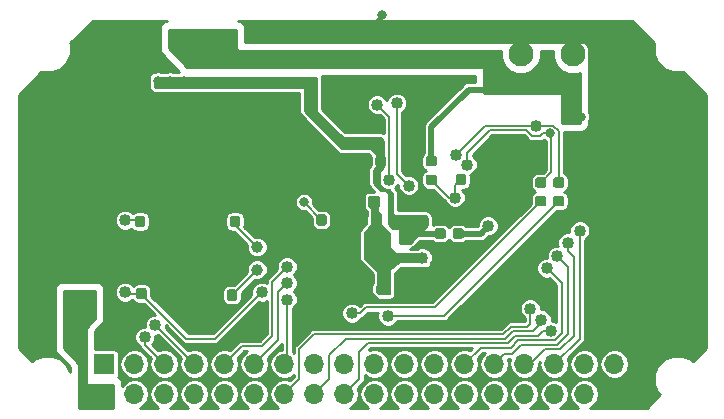
<source format=gbl>
G04 #@! TF.GenerationSoftware,KiCad,Pcbnew,(5.0.0)*
G04 #@! TF.CreationDate,2018-09-15T00:01:03-04:00*
G04 #@! TF.ProjectId,EFMPod,45464D506F642E6B696361645F706362,rev?*
G04 #@! TF.SameCoordinates,Original*
G04 #@! TF.FileFunction,Copper,L2,Bot,Signal*
G04 #@! TF.FilePolarity,Positive*
%FSLAX46Y46*%
G04 Gerber Fmt 4.6, Leading zero omitted, Abs format (unit mm)*
G04 Created by KiCad (PCBNEW (5.0.0)) date 09/15/18 00:01:03*
%MOMM*%
%LPD*%
G01*
G04 APERTURE LIST*
G04 #@! TA.AperFunction,Conductor*
%ADD10C,0.100000*%
G04 #@! TD*
G04 #@! TA.AperFunction,SMDPad,CuDef*
%ADD11C,0.875000*%
G04 #@! TD*
G04 #@! TA.AperFunction,ComponentPad*
%ADD12R,1.700000X1.700000*%
G04 #@! TD*
G04 #@! TA.AperFunction,ComponentPad*
%ADD13O,1.700000X1.700000*%
G04 #@! TD*
G04 #@! TA.AperFunction,ComponentPad*
%ADD14C,1.000000*%
G04 #@! TD*
G04 #@! TA.AperFunction,SMDPad,CuDef*
%ADD15R,8.000000X3.000000*%
G04 #@! TD*
G04 #@! TA.AperFunction,ComponentPad*
%ADD16C,2.100000*%
G04 #@! TD*
G04 #@! TA.AperFunction,ViaPad*
%ADD17C,1.016000*%
G04 #@! TD*
G04 #@! TA.AperFunction,ViaPad*
%ADD18C,0.800000*%
G04 #@! TD*
G04 #@! TA.AperFunction,Conductor*
%ADD19C,0.152400*%
G04 #@! TD*
G04 #@! TA.AperFunction,Conductor*
%ADD20C,0.254000*%
G04 #@! TD*
G04 #@! TA.AperFunction,Conductor*
%ADD21C,0.508000*%
G04 #@! TD*
G04 #@! TA.AperFunction,Conductor*
%ADD22C,0.203200*%
G04 #@! TD*
G04 APERTURE END LIST*
D10*
G04 #@! TO.N,GNDREF*
G04 #@! TO.C,C1*
G36*
X139330691Y-91347053D02*
X139351926Y-91350203D01*
X139372750Y-91355419D01*
X139392962Y-91362651D01*
X139412368Y-91371830D01*
X139430781Y-91382866D01*
X139448024Y-91395654D01*
X139463930Y-91410070D01*
X139478346Y-91425976D01*
X139491134Y-91443219D01*
X139502170Y-91461632D01*
X139511349Y-91481038D01*
X139518581Y-91501250D01*
X139523797Y-91522074D01*
X139526947Y-91543309D01*
X139528000Y-91564750D01*
X139528000Y-92077250D01*
X139526947Y-92098691D01*
X139523797Y-92119926D01*
X139518581Y-92140750D01*
X139511349Y-92160962D01*
X139502170Y-92180368D01*
X139491134Y-92198781D01*
X139478346Y-92216024D01*
X139463930Y-92231930D01*
X139448024Y-92246346D01*
X139430781Y-92259134D01*
X139412368Y-92270170D01*
X139392962Y-92279349D01*
X139372750Y-92286581D01*
X139351926Y-92291797D01*
X139330691Y-92294947D01*
X139309250Y-92296000D01*
X138871750Y-92296000D01*
X138850309Y-92294947D01*
X138829074Y-92291797D01*
X138808250Y-92286581D01*
X138788038Y-92279349D01*
X138768632Y-92270170D01*
X138750219Y-92259134D01*
X138732976Y-92246346D01*
X138717070Y-92231930D01*
X138702654Y-92216024D01*
X138689866Y-92198781D01*
X138678830Y-92180368D01*
X138669651Y-92160962D01*
X138662419Y-92140750D01*
X138657203Y-92119926D01*
X138654053Y-92098691D01*
X138653000Y-92077250D01*
X138653000Y-91564750D01*
X138654053Y-91543309D01*
X138657203Y-91522074D01*
X138662419Y-91501250D01*
X138669651Y-91481038D01*
X138678830Y-91461632D01*
X138689866Y-91443219D01*
X138702654Y-91425976D01*
X138717070Y-91410070D01*
X138732976Y-91395654D01*
X138750219Y-91382866D01*
X138768632Y-91371830D01*
X138788038Y-91362651D01*
X138808250Y-91355419D01*
X138829074Y-91350203D01*
X138850309Y-91347053D01*
X138871750Y-91346000D01*
X139309250Y-91346000D01*
X139330691Y-91347053D01*
X139330691Y-91347053D01*
G37*
D11*
G04 #@! TD*
G04 #@! TO.P,C1,2*
G04 #@! TO.N,GNDREF*
X139090500Y-91821000D03*
D10*
G04 #@! TO.N,/~EFM_RESET*
G04 #@! TO.C,C1*
G36*
X137755691Y-91347053D02*
X137776926Y-91350203D01*
X137797750Y-91355419D01*
X137817962Y-91362651D01*
X137837368Y-91371830D01*
X137855781Y-91382866D01*
X137873024Y-91395654D01*
X137888930Y-91410070D01*
X137903346Y-91425976D01*
X137916134Y-91443219D01*
X137927170Y-91461632D01*
X137936349Y-91481038D01*
X137943581Y-91501250D01*
X137948797Y-91522074D01*
X137951947Y-91543309D01*
X137953000Y-91564750D01*
X137953000Y-92077250D01*
X137951947Y-92098691D01*
X137948797Y-92119926D01*
X137943581Y-92140750D01*
X137936349Y-92160962D01*
X137927170Y-92180368D01*
X137916134Y-92198781D01*
X137903346Y-92216024D01*
X137888930Y-92231930D01*
X137873024Y-92246346D01*
X137855781Y-92259134D01*
X137837368Y-92270170D01*
X137817962Y-92279349D01*
X137797750Y-92286581D01*
X137776926Y-92291797D01*
X137755691Y-92294947D01*
X137734250Y-92296000D01*
X137296750Y-92296000D01*
X137275309Y-92294947D01*
X137254074Y-92291797D01*
X137233250Y-92286581D01*
X137213038Y-92279349D01*
X137193632Y-92270170D01*
X137175219Y-92259134D01*
X137157976Y-92246346D01*
X137142070Y-92231930D01*
X137127654Y-92216024D01*
X137114866Y-92198781D01*
X137103830Y-92180368D01*
X137094651Y-92160962D01*
X137087419Y-92140750D01*
X137082203Y-92119926D01*
X137079053Y-92098691D01*
X137078000Y-92077250D01*
X137078000Y-91564750D01*
X137079053Y-91543309D01*
X137082203Y-91522074D01*
X137087419Y-91501250D01*
X137094651Y-91481038D01*
X137103830Y-91461632D01*
X137114866Y-91443219D01*
X137127654Y-91425976D01*
X137142070Y-91410070D01*
X137157976Y-91395654D01*
X137175219Y-91382866D01*
X137193632Y-91371830D01*
X137213038Y-91362651D01*
X137233250Y-91355419D01*
X137254074Y-91350203D01*
X137275309Y-91347053D01*
X137296750Y-91346000D01*
X137734250Y-91346000D01*
X137755691Y-91347053D01*
X137755691Y-91347053D01*
G37*
D11*
G04 #@! TD*
G04 #@! TO.P,C1,1*
G04 #@! TO.N,/~EFM_RESET*
X137515500Y-91821000D03*
D10*
G04 #@! TO.N,+3V3*
G04 #@! TO.C,C5*
G36*
X163091691Y-86304553D02*
X163112926Y-86307703D01*
X163133750Y-86312919D01*
X163153962Y-86320151D01*
X163173368Y-86329330D01*
X163191781Y-86340366D01*
X163209024Y-86353154D01*
X163224930Y-86367570D01*
X163239346Y-86383476D01*
X163252134Y-86400719D01*
X163263170Y-86419132D01*
X163272349Y-86438538D01*
X163279581Y-86458750D01*
X163284797Y-86479574D01*
X163287947Y-86500809D01*
X163289000Y-86522250D01*
X163289000Y-86959750D01*
X163287947Y-86981191D01*
X163284797Y-87002426D01*
X163279581Y-87023250D01*
X163272349Y-87043462D01*
X163263170Y-87062868D01*
X163252134Y-87081281D01*
X163239346Y-87098524D01*
X163224930Y-87114430D01*
X163209024Y-87128846D01*
X163191781Y-87141634D01*
X163173368Y-87152670D01*
X163153962Y-87161849D01*
X163133750Y-87169081D01*
X163112926Y-87174297D01*
X163091691Y-87177447D01*
X163070250Y-87178500D01*
X162557750Y-87178500D01*
X162536309Y-87177447D01*
X162515074Y-87174297D01*
X162494250Y-87169081D01*
X162474038Y-87161849D01*
X162454632Y-87152670D01*
X162436219Y-87141634D01*
X162418976Y-87128846D01*
X162403070Y-87114430D01*
X162388654Y-87098524D01*
X162375866Y-87081281D01*
X162364830Y-87062868D01*
X162355651Y-87043462D01*
X162348419Y-87023250D01*
X162343203Y-87002426D01*
X162340053Y-86981191D01*
X162339000Y-86959750D01*
X162339000Y-86522250D01*
X162340053Y-86500809D01*
X162343203Y-86479574D01*
X162348419Y-86458750D01*
X162355651Y-86438538D01*
X162364830Y-86419132D01*
X162375866Y-86400719D01*
X162388654Y-86383476D01*
X162403070Y-86367570D01*
X162418976Y-86353154D01*
X162436219Y-86340366D01*
X162454632Y-86329330D01*
X162474038Y-86320151D01*
X162494250Y-86312919D01*
X162515074Y-86307703D01*
X162536309Y-86304553D01*
X162557750Y-86303500D01*
X163070250Y-86303500D01*
X163091691Y-86304553D01*
X163091691Y-86304553D01*
G37*
D11*
G04 #@! TD*
G04 #@! TO.P,C5,1*
G04 #@! TO.N,+3V3*
X162814000Y-86741000D03*
D10*
G04 #@! TO.N,GNDREF*
G04 #@! TO.C,C5*
G36*
X163091691Y-84729553D02*
X163112926Y-84732703D01*
X163133750Y-84737919D01*
X163153962Y-84745151D01*
X163173368Y-84754330D01*
X163191781Y-84765366D01*
X163209024Y-84778154D01*
X163224930Y-84792570D01*
X163239346Y-84808476D01*
X163252134Y-84825719D01*
X163263170Y-84844132D01*
X163272349Y-84863538D01*
X163279581Y-84883750D01*
X163284797Y-84904574D01*
X163287947Y-84925809D01*
X163289000Y-84947250D01*
X163289000Y-85384750D01*
X163287947Y-85406191D01*
X163284797Y-85427426D01*
X163279581Y-85448250D01*
X163272349Y-85468462D01*
X163263170Y-85487868D01*
X163252134Y-85506281D01*
X163239346Y-85523524D01*
X163224930Y-85539430D01*
X163209024Y-85553846D01*
X163191781Y-85566634D01*
X163173368Y-85577670D01*
X163153962Y-85586849D01*
X163133750Y-85594081D01*
X163112926Y-85599297D01*
X163091691Y-85602447D01*
X163070250Y-85603500D01*
X162557750Y-85603500D01*
X162536309Y-85602447D01*
X162515074Y-85599297D01*
X162494250Y-85594081D01*
X162474038Y-85586849D01*
X162454632Y-85577670D01*
X162436219Y-85566634D01*
X162418976Y-85553846D01*
X162403070Y-85539430D01*
X162388654Y-85523524D01*
X162375866Y-85506281D01*
X162364830Y-85487868D01*
X162355651Y-85468462D01*
X162348419Y-85448250D01*
X162343203Y-85427426D01*
X162340053Y-85406191D01*
X162339000Y-85384750D01*
X162339000Y-84947250D01*
X162340053Y-84925809D01*
X162343203Y-84904574D01*
X162348419Y-84883750D01*
X162355651Y-84863538D01*
X162364830Y-84844132D01*
X162375866Y-84825719D01*
X162388654Y-84808476D01*
X162403070Y-84792570D01*
X162418976Y-84778154D01*
X162436219Y-84765366D01*
X162454632Y-84754330D01*
X162474038Y-84745151D01*
X162494250Y-84737919D01*
X162515074Y-84732703D01*
X162536309Y-84729553D01*
X162557750Y-84728500D01*
X163070250Y-84728500D01*
X163091691Y-84729553D01*
X163091691Y-84729553D01*
G37*
D11*
G04 #@! TD*
G04 #@! TO.P,C5,2*
G04 #@! TO.N,GNDREF*
X162814000Y-85166000D03*
D10*
G04 #@! TO.N,+3V3*
G04 #@! TO.C,C6*
G36*
X152995691Y-85124053D02*
X153016926Y-85127203D01*
X153037750Y-85132419D01*
X153057962Y-85139651D01*
X153077368Y-85148830D01*
X153095781Y-85159866D01*
X153113024Y-85172654D01*
X153128930Y-85187070D01*
X153143346Y-85202976D01*
X153156134Y-85220219D01*
X153167170Y-85238632D01*
X153176349Y-85258038D01*
X153183581Y-85278250D01*
X153188797Y-85299074D01*
X153191947Y-85320309D01*
X153193000Y-85341750D01*
X153193000Y-85854250D01*
X153191947Y-85875691D01*
X153188797Y-85896926D01*
X153183581Y-85917750D01*
X153176349Y-85937962D01*
X153167170Y-85957368D01*
X153156134Y-85975781D01*
X153143346Y-85993024D01*
X153128930Y-86008930D01*
X153113024Y-86023346D01*
X153095781Y-86036134D01*
X153077368Y-86047170D01*
X153057962Y-86056349D01*
X153037750Y-86063581D01*
X153016926Y-86068797D01*
X152995691Y-86071947D01*
X152974250Y-86073000D01*
X152536750Y-86073000D01*
X152515309Y-86071947D01*
X152494074Y-86068797D01*
X152473250Y-86063581D01*
X152453038Y-86056349D01*
X152433632Y-86047170D01*
X152415219Y-86036134D01*
X152397976Y-86023346D01*
X152382070Y-86008930D01*
X152367654Y-85993024D01*
X152354866Y-85975781D01*
X152343830Y-85957368D01*
X152334651Y-85937962D01*
X152327419Y-85917750D01*
X152322203Y-85896926D01*
X152319053Y-85875691D01*
X152318000Y-85854250D01*
X152318000Y-85341750D01*
X152319053Y-85320309D01*
X152322203Y-85299074D01*
X152327419Y-85278250D01*
X152334651Y-85258038D01*
X152343830Y-85238632D01*
X152354866Y-85220219D01*
X152367654Y-85202976D01*
X152382070Y-85187070D01*
X152397976Y-85172654D01*
X152415219Y-85159866D01*
X152433632Y-85148830D01*
X152453038Y-85139651D01*
X152473250Y-85132419D01*
X152494074Y-85127203D01*
X152515309Y-85124053D01*
X152536750Y-85123000D01*
X152974250Y-85123000D01*
X152995691Y-85124053D01*
X152995691Y-85124053D01*
G37*
D11*
G04 #@! TD*
G04 #@! TO.P,C6,1*
G04 #@! TO.N,+3V3*
X152755500Y-85598000D03*
D10*
G04 #@! TO.N,GNDREF*
G04 #@! TO.C,C6*
G36*
X154570691Y-85124053D02*
X154591926Y-85127203D01*
X154612750Y-85132419D01*
X154632962Y-85139651D01*
X154652368Y-85148830D01*
X154670781Y-85159866D01*
X154688024Y-85172654D01*
X154703930Y-85187070D01*
X154718346Y-85202976D01*
X154731134Y-85220219D01*
X154742170Y-85238632D01*
X154751349Y-85258038D01*
X154758581Y-85278250D01*
X154763797Y-85299074D01*
X154766947Y-85320309D01*
X154768000Y-85341750D01*
X154768000Y-85854250D01*
X154766947Y-85875691D01*
X154763797Y-85896926D01*
X154758581Y-85917750D01*
X154751349Y-85937962D01*
X154742170Y-85957368D01*
X154731134Y-85975781D01*
X154718346Y-85993024D01*
X154703930Y-86008930D01*
X154688024Y-86023346D01*
X154670781Y-86036134D01*
X154652368Y-86047170D01*
X154632962Y-86056349D01*
X154612750Y-86063581D01*
X154591926Y-86068797D01*
X154570691Y-86071947D01*
X154549250Y-86073000D01*
X154111750Y-86073000D01*
X154090309Y-86071947D01*
X154069074Y-86068797D01*
X154048250Y-86063581D01*
X154028038Y-86056349D01*
X154008632Y-86047170D01*
X153990219Y-86036134D01*
X153972976Y-86023346D01*
X153957070Y-86008930D01*
X153942654Y-85993024D01*
X153929866Y-85975781D01*
X153918830Y-85957368D01*
X153909651Y-85937962D01*
X153902419Y-85917750D01*
X153897203Y-85896926D01*
X153894053Y-85875691D01*
X153893000Y-85854250D01*
X153893000Y-85341750D01*
X153894053Y-85320309D01*
X153897203Y-85299074D01*
X153902419Y-85278250D01*
X153909651Y-85258038D01*
X153918830Y-85238632D01*
X153929866Y-85220219D01*
X153942654Y-85202976D01*
X153957070Y-85187070D01*
X153972976Y-85172654D01*
X153990219Y-85159866D01*
X154008632Y-85148830D01*
X154028038Y-85139651D01*
X154048250Y-85132419D01*
X154069074Y-85127203D01*
X154090309Y-85124053D01*
X154111750Y-85123000D01*
X154549250Y-85123000D01*
X154570691Y-85124053D01*
X154570691Y-85124053D01*
G37*
D11*
G04 #@! TD*
G04 #@! TO.P,C6,2*
G04 #@! TO.N,GNDREF*
X154330500Y-85598000D03*
D10*
G04 #@! TO.N,+3V3*
G04 #@! TO.C,C7*
G36*
X160043691Y-85187053D02*
X160064926Y-85190203D01*
X160085750Y-85195419D01*
X160105962Y-85202651D01*
X160125368Y-85211830D01*
X160143781Y-85222866D01*
X160161024Y-85235654D01*
X160176930Y-85250070D01*
X160191346Y-85265976D01*
X160204134Y-85283219D01*
X160215170Y-85301632D01*
X160224349Y-85321038D01*
X160231581Y-85341250D01*
X160236797Y-85362074D01*
X160239947Y-85383309D01*
X160241000Y-85404750D01*
X160241000Y-85842250D01*
X160239947Y-85863691D01*
X160236797Y-85884926D01*
X160231581Y-85905750D01*
X160224349Y-85925962D01*
X160215170Y-85945368D01*
X160204134Y-85963781D01*
X160191346Y-85981024D01*
X160176930Y-85996930D01*
X160161024Y-86011346D01*
X160143781Y-86024134D01*
X160125368Y-86035170D01*
X160105962Y-86044349D01*
X160085750Y-86051581D01*
X160064926Y-86056797D01*
X160043691Y-86059947D01*
X160022250Y-86061000D01*
X159509750Y-86061000D01*
X159488309Y-86059947D01*
X159467074Y-86056797D01*
X159446250Y-86051581D01*
X159426038Y-86044349D01*
X159406632Y-86035170D01*
X159388219Y-86024134D01*
X159370976Y-86011346D01*
X159355070Y-85996930D01*
X159340654Y-85981024D01*
X159327866Y-85963781D01*
X159316830Y-85945368D01*
X159307651Y-85925962D01*
X159300419Y-85905750D01*
X159295203Y-85884926D01*
X159292053Y-85863691D01*
X159291000Y-85842250D01*
X159291000Y-85404750D01*
X159292053Y-85383309D01*
X159295203Y-85362074D01*
X159300419Y-85341250D01*
X159307651Y-85321038D01*
X159316830Y-85301632D01*
X159327866Y-85283219D01*
X159340654Y-85265976D01*
X159355070Y-85250070D01*
X159370976Y-85235654D01*
X159388219Y-85222866D01*
X159406632Y-85211830D01*
X159426038Y-85202651D01*
X159446250Y-85195419D01*
X159467074Y-85190203D01*
X159488309Y-85187053D01*
X159509750Y-85186000D01*
X160022250Y-85186000D01*
X160043691Y-85187053D01*
X160043691Y-85187053D01*
G37*
D11*
G04 #@! TD*
G04 #@! TO.P,C7,1*
G04 #@! TO.N,+3V3*
X159766000Y-85623500D03*
D10*
G04 #@! TO.N,GNDREF*
G04 #@! TO.C,C7*
G36*
X160043691Y-83612053D02*
X160064926Y-83615203D01*
X160085750Y-83620419D01*
X160105962Y-83627651D01*
X160125368Y-83636830D01*
X160143781Y-83647866D01*
X160161024Y-83660654D01*
X160176930Y-83675070D01*
X160191346Y-83690976D01*
X160204134Y-83708219D01*
X160215170Y-83726632D01*
X160224349Y-83746038D01*
X160231581Y-83766250D01*
X160236797Y-83787074D01*
X160239947Y-83808309D01*
X160241000Y-83829750D01*
X160241000Y-84267250D01*
X160239947Y-84288691D01*
X160236797Y-84309926D01*
X160231581Y-84330750D01*
X160224349Y-84350962D01*
X160215170Y-84370368D01*
X160204134Y-84388781D01*
X160191346Y-84406024D01*
X160176930Y-84421930D01*
X160161024Y-84436346D01*
X160143781Y-84449134D01*
X160125368Y-84460170D01*
X160105962Y-84469349D01*
X160085750Y-84476581D01*
X160064926Y-84481797D01*
X160043691Y-84484947D01*
X160022250Y-84486000D01*
X159509750Y-84486000D01*
X159488309Y-84484947D01*
X159467074Y-84481797D01*
X159446250Y-84476581D01*
X159426038Y-84469349D01*
X159406632Y-84460170D01*
X159388219Y-84449134D01*
X159370976Y-84436346D01*
X159355070Y-84421930D01*
X159340654Y-84406024D01*
X159327866Y-84388781D01*
X159316830Y-84370368D01*
X159307651Y-84350962D01*
X159300419Y-84330750D01*
X159295203Y-84309926D01*
X159292053Y-84288691D01*
X159291000Y-84267250D01*
X159291000Y-83829750D01*
X159292053Y-83808309D01*
X159295203Y-83787074D01*
X159300419Y-83766250D01*
X159307651Y-83746038D01*
X159316830Y-83726632D01*
X159327866Y-83708219D01*
X159340654Y-83690976D01*
X159355070Y-83675070D01*
X159370976Y-83660654D01*
X159388219Y-83647866D01*
X159406632Y-83636830D01*
X159426038Y-83627651D01*
X159446250Y-83620419D01*
X159467074Y-83615203D01*
X159488309Y-83612053D01*
X159509750Y-83611000D01*
X160022250Y-83611000D01*
X160043691Y-83612053D01*
X160043691Y-83612053D01*
G37*
D11*
G04 #@! TD*
G04 #@! TO.P,C7,2*
G04 #@! TO.N,GNDREF*
X159766000Y-84048500D03*
D10*
G04 #@! TO.N,GNDREF*
G04 #@! TO.C,C8*
G36*
X161567691Y-83612053D02*
X161588926Y-83615203D01*
X161609750Y-83620419D01*
X161629962Y-83627651D01*
X161649368Y-83636830D01*
X161667781Y-83647866D01*
X161685024Y-83660654D01*
X161700930Y-83675070D01*
X161715346Y-83690976D01*
X161728134Y-83708219D01*
X161739170Y-83726632D01*
X161748349Y-83746038D01*
X161755581Y-83766250D01*
X161760797Y-83787074D01*
X161763947Y-83808309D01*
X161765000Y-83829750D01*
X161765000Y-84267250D01*
X161763947Y-84288691D01*
X161760797Y-84309926D01*
X161755581Y-84330750D01*
X161748349Y-84350962D01*
X161739170Y-84370368D01*
X161728134Y-84388781D01*
X161715346Y-84406024D01*
X161700930Y-84421930D01*
X161685024Y-84436346D01*
X161667781Y-84449134D01*
X161649368Y-84460170D01*
X161629962Y-84469349D01*
X161609750Y-84476581D01*
X161588926Y-84481797D01*
X161567691Y-84484947D01*
X161546250Y-84486000D01*
X161033750Y-84486000D01*
X161012309Y-84484947D01*
X160991074Y-84481797D01*
X160970250Y-84476581D01*
X160950038Y-84469349D01*
X160930632Y-84460170D01*
X160912219Y-84449134D01*
X160894976Y-84436346D01*
X160879070Y-84421930D01*
X160864654Y-84406024D01*
X160851866Y-84388781D01*
X160840830Y-84370368D01*
X160831651Y-84350962D01*
X160824419Y-84330750D01*
X160819203Y-84309926D01*
X160816053Y-84288691D01*
X160815000Y-84267250D01*
X160815000Y-83829750D01*
X160816053Y-83808309D01*
X160819203Y-83787074D01*
X160824419Y-83766250D01*
X160831651Y-83746038D01*
X160840830Y-83726632D01*
X160851866Y-83708219D01*
X160864654Y-83690976D01*
X160879070Y-83675070D01*
X160894976Y-83660654D01*
X160912219Y-83647866D01*
X160930632Y-83636830D01*
X160950038Y-83627651D01*
X160970250Y-83620419D01*
X160991074Y-83615203D01*
X161012309Y-83612053D01*
X161033750Y-83611000D01*
X161546250Y-83611000D01*
X161567691Y-83612053D01*
X161567691Y-83612053D01*
G37*
D11*
G04 #@! TD*
G04 #@! TO.P,C8,2*
G04 #@! TO.N,GNDREF*
X161290000Y-84048500D03*
D10*
G04 #@! TO.N,+3V3*
G04 #@! TO.C,C8*
G36*
X161567691Y-85187053D02*
X161588926Y-85190203D01*
X161609750Y-85195419D01*
X161629962Y-85202651D01*
X161649368Y-85211830D01*
X161667781Y-85222866D01*
X161685024Y-85235654D01*
X161700930Y-85250070D01*
X161715346Y-85265976D01*
X161728134Y-85283219D01*
X161739170Y-85301632D01*
X161748349Y-85321038D01*
X161755581Y-85341250D01*
X161760797Y-85362074D01*
X161763947Y-85383309D01*
X161765000Y-85404750D01*
X161765000Y-85842250D01*
X161763947Y-85863691D01*
X161760797Y-85884926D01*
X161755581Y-85905750D01*
X161748349Y-85925962D01*
X161739170Y-85945368D01*
X161728134Y-85963781D01*
X161715346Y-85981024D01*
X161700930Y-85996930D01*
X161685024Y-86011346D01*
X161667781Y-86024134D01*
X161649368Y-86035170D01*
X161629962Y-86044349D01*
X161609750Y-86051581D01*
X161588926Y-86056797D01*
X161567691Y-86059947D01*
X161546250Y-86061000D01*
X161033750Y-86061000D01*
X161012309Y-86059947D01*
X160991074Y-86056797D01*
X160970250Y-86051581D01*
X160950038Y-86044349D01*
X160930632Y-86035170D01*
X160912219Y-86024134D01*
X160894976Y-86011346D01*
X160879070Y-85996930D01*
X160864654Y-85981024D01*
X160851866Y-85963781D01*
X160840830Y-85945368D01*
X160831651Y-85925962D01*
X160824419Y-85905750D01*
X160819203Y-85884926D01*
X160816053Y-85863691D01*
X160815000Y-85842250D01*
X160815000Y-85404750D01*
X160816053Y-85383309D01*
X160819203Y-85362074D01*
X160824419Y-85341250D01*
X160831651Y-85321038D01*
X160840830Y-85301632D01*
X160851866Y-85283219D01*
X160864654Y-85265976D01*
X160879070Y-85250070D01*
X160894976Y-85235654D01*
X160912219Y-85222866D01*
X160930632Y-85211830D01*
X160950038Y-85202651D01*
X160970250Y-85195419D01*
X160991074Y-85190203D01*
X161012309Y-85187053D01*
X161033750Y-85186000D01*
X161546250Y-85186000D01*
X161567691Y-85187053D01*
X161567691Y-85187053D01*
G37*
D11*
G04 #@! TD*
G04 #@! TO.P,C8,1*
G04 #@! TO.N,+3V3*
X161290000Y-85623500D03*
D10*
G04 #@! TO.N,GNDREF*
G04 #@! TO.C,C9*
G36*
X155510191Y-86648053D02*
X155531426Y-86651203D01*
X155552250Y-86656419D01*
X155572462Y-86663651D01*
X155591868Y-86672830D01*
X155610281Y-86683866D01*
X155627524Y-86696654D01*
X155643430Y-86711070D01*
X155657846Y-86726976D01*
X155670634Y-86744219D01*
X155681670Y-86762632D01*
X155690849Y-86782038D01*
X155698081Y-86802250D01*
X155703297Y-86823074D01*
X155706447Y-86844309D01*
X155707500Y-86865750D01*
X155707500Y-87378250D01*
X155706447Y-87399691D01*
X155703297Y-87420926D01*
X155698081Y-87441750D01*
X155690849Y-87461962D01*
X155681670Y-87481368D01*
X155670634Y-87499781D01*
X155657846Y-87517024D01*
X155643430Y-87532930D01*
X155627524Y-87547346D01*
X155610281Y-87560134D01*
X155591868Y-87571170D01*
X155572462Y-87580349D01*
X155552250Y-87587581D01*
X155531426Y-87592797D01*
X155510191Y-87595947D01*
X155488750Y-87597000D01*
X155051250Y-87597000D01*
X155029809Y-87595947D01*
X155008574Y-87592797D01*
X154987750Y-87587581D01*
X154967538Y-87580349D01*
X154948132Y-87571170D01*
X154929719Y-87560134D01*
X154912476Y-87547346D01*
X154896570Y-87532930D01*
X154882154Y-87517024D01*
X154869366Y-87499781D01*
X154858330Y-87481368D01*
X154849151Y-87461962D01*
X154841919Y-87441750D01*
X154836703Y-87420926D01*
X154833553Y-87399691D01*
X154832500Y-87378250D01*
X154832500Y-86865750D01*
X154833553Y-86844309D01*
X154836703Y-86823074D01*
X154841919Y-86802250D01*
X154849151Y-86782038D01*
X154858330Y-86762632D01*
X154869366Y-86744219D01*
X154882154Y-86726976D01*
X154896570Y-86711070D01*
X154912476Y-86696654D01*
X154929719Y-86683866D01*
X154948132Y-86672830D01*
X154967538Y-86663651D01*
X154987750Y-86656419D01*
X155008574Y-86651203D01*
X155029809Y-86648053D01*
X155051250Y-86647000D01*
X155488750Y-86647000D01*
X155510191Y-86648053D01*
X155510191Y-86648053D01*
G37*
D11*
G04 #@! TD*
G04 #@! TO.P,C9,2*
G04 #@! TO.N,GNDREF*
X155270000Y-87122000D03*
D10*
G04 #@! TO.N,Net-(C12-Pad1)*
G04 #@! TO.C,C9*
G36*
X157085191Y-86648053D02*
X157106426Y-86651203D01*
X157127250Y-86656419D01*
X157147462Y-86663651D01*
X157166868Y-86672830D01*
X157185281Y-86683866D01*
X157202524Y-86696654D01*
X157218430Y-86711070D01*
X157232846Y-86726976D01*
X157245634Y-86744219D01*
X157256670Y-86762632D01*
X157265849Y-86782038D01*
X157273081Y-86802250D01*
X157278297Y-86823074D01*
X157281447Y-86844309D01*
X157282500Y-86865750D01*
X157282500Y-87378250D01*
X157281447Y-87399691D01*
X157278297Y-87420926D01*
X157273081Y-87441750D01*
X157265849Y-87461962D01*
X157256670Y-87481368D01*
X157245634Y-87499781D01*
X157232846Y-87517024D01*
X157218430Y-87532930D01*
X157202524Y-87547346D01*
X157185281Y-87560134D01*
X157166868Y-87571170D01*
X157147462Y-87580349D01*
X157127250Y-87587581D01*
X157106426Y-87592797D01*
X157085191Y-87595947D01*
X157063750Y-87597000D01*
X156626250Y-87597000D01*
X156604809Y-87595947D01*
X156583574Y-87592797D01*
X156562750Y-87587581D01*
X156542538Y-87580349D01*
X156523132Y-87571170D01*
X156504719Y-87560134D01*
X156487476Y-87547346D01*
X156471570Y-87532930D01*
X156457154Y-87517024D01*
X156444366Y-87499781D01*
X156433330Y-87481368D01*
X156424151Y-87461962D01*
X156416919Y-87441750D01*
X156411703Y-87420926D01*
X156408553Y-87399691D01*
X156407500Y-87378250D01*
X156407500Y-86865750D01*
X156408553Y-86844309D01*
X156411703Y-86823074D01*
X156416919Y-86802250D01*
X156424151Y-86782038D01*
X156433330Y-86762632D01*
X156444366Y-86744219D01*
X156457154Y-86726976D01*
X156471570Y-86711070D01*
X156487476Y-86696654D01*
X156504719Y-86683866D01*
X156523132Y-86672830D01*
X156542538Y-86663651D01*
X156562750Y-86656419D01*
X156583574Y-86651203D01*
X156604809Y-86648053D01*
X156626250Y-86647000D01*
X157063750Y-86647000D01*
X157085191Y-86648053D01*
X157085191Y-86648053D01*
G37*
D11*
G04 #@! TD*
G04 #@! TO.P,C9,1*
G04 #@! TO.N,Net-(C12-Pad1)*
X156845000Y-87122000D03*
D10*
G04 #@! TO.N,+3V3*
G04 #@! TO.C,C10*
G36*
X157999691Y-80171053D02*
X158020926Y-80174203D01*
X158041750Y-80179419D01*
X158061962Y-80186651D01*
X158081368Y-80195830D01*
X158099781Y-80206866D01*
X158117024Y-80219654D01*
X158132930Y-80234070D01*
X158147346Y-80249976D01*
X158160134Y-80267219D01*
X158171170Y-80285632D01*
X158180349Y-80305038D01*
X158187581Y-80325250D01*
X158192797Y-80346074D01*
X158195947Y-80367309D01*
X158197000Y-80388750D01*
X158197000Y-80901250D01*
X158195947Y-80922691D01*
X158192797Y-80943926D01*
X158187581Y-80964750D01*
X158180349Y-80984962D01*
X158171170Y-81004368D01*
X158160134Y-81022781D01*
X158147346Y-81040024D01*
X158132930Y-81055930D01*
X158117024Y-81070346D01*
X158099781Y-81083134D01*
X158081368Y-81094170D01*
X158061962Y-81103349D01*
X158041750Y-81110581D01*
X158020926Y-81115797D01*
X157999691Y-81118947D01*
X157978250Y-81120000D01*
X157540750Y-81120000D01*
X157519309Y-81118947D01*
X157498074Y-81115797D01*
X157477250Y-81110581D01*
X157457038Y-81103349D01*
X157437632Y-81094170D01*
X157419219Y-81083134D01*
X157401976Y-81070346D01*
X157386070Y-81055930D01*
X157371654Y-81040024D01*
X157358866Y-81022781D01*
X157347830Y-81004368D01*
X157338651Y-80984962D01*
X157331419Y-80964750D01*
X157326203Y-80943926D01*
X157323053Y-80922691D01*
X157322000Y-80901250D01*
X157322000Y-80388750D01*
X157323053Y-80367309D01*
X157326203Y-80346074D01*
X157331419Y-80325250D01*
X157338651Y-80305038D01*
X157347830Y-80285632D01*
X157358866Y-80267219D01*
X157371654Y-80249976D01*
X157386070Y-80234070D01*
X157401976Y-80219654D01*
X157419219Y-80206866D01*
X157437632Y-80195830D01*
X157457038Y-80186651D01*
X157477250Y-80179419D01*
X157498074Y-80174203D01*
X157519309Y-80171053D01*
X157540750Y-80170000D01*
X157978250Y-80170000D01*
X157999691Y-80171053D01*
X157999691Y-80171053D01*
G37*
D11*
G04 #@! TD*
G04 #@! TO.P,C10,1*
G04 #@! TO.N,+3V3*
X157759500Y-80645000D03*
D10*
G04 #@! TO.N,GNDREF*
G04 #@! TO.C,C10*
G36*
X156424691Y-80171053D02*
X156445926Y-80174203D01*
X156466750Y-80179419D01*
X156486962Y-80186651D01*
X156506368Y-80195830D01*
X156524781Y-80206866D01*
X156542024Y-80219654D01*
X156557930Y-80234070D01*
X156572346Y-80249976D01*
X156585134Y-80267219D01*
X156596170Y-80285632D01*
X156605349Y-80305038D01*
X156612581Y-80325250D01*
X156617797Y-80346074D01*
X156620947Y-80367309D01*
X156622000Y-80388750D01*
X156622000Y-80901250D01*
X156620947Y-80922691D01*
X156617797Y-80943926D01*
X156612581Y-80964750D01*
X156605349Y-80984962D01*
X156596170Y-81004368D01*
X156585134Y-81022781D01*
X156572346Y-81040024D01*
X156557930Y-81055930D01*
X156542024Y-81070346D01*
X156524781Y-81083134D01*
X156506368Y-81094170D01*
X156486962Y-81103349D01*
X156466750Y-81110581D01*
X156445926Y-81115797D01*
X156424691Y-81118947D01*
X156403250Y-81120000D01*
X155965750Y-81120000D01*
X155944309Y-81118947D01*
X155923074Y-81115797D01*
X155902250Y-81110581D01*
X155882038Y-81103349D01*
X155862632Y-81094170D01*
X155844219Y-81083134D01*
X155826976Y-81070346D01*
X155811070Y-81055930D01*
X155796654Y-81040024D01*
X155783866Y-81022781D01*
X155772830Y-81004368D01*
X155763651Y-80984962D01*
X155756419Y-80964750D01*
X155751203Y-80943926D01*
X155748053Y-80922691D01*
X155747000Y-80901250D01*
X155747000Y-80388750D01*
X155748053Y-80367309D01*
X155751203Y-80346074D01*
X155756419Y-80325250D01*
X155763651Y-80305038D01*
X155772830Y-80285632D01*
X155783866Y-80267219D01*
X155796654Y-80249976D01*
X155811070Y-80234070D01*
X155826976Y-80219654D01*
X155844219Y-80206866D01*
X155862632Y-80195830D01*
X155882038Y-80186651D01*
X155902250Y-80179419D01*
X155923074Y-80174203D01*
X155944309Y-80171053D01*
X155965750Y-80170000D01*
X156403250Y-80170000D01*
X156424691Y-80171053D01*
X156424691Y-80171053D01*
G37*
D11*
G04 #@! TD*
G04 #@! TO.P,C10,2*
G04 #@! TO.N,GNDREF*
X156184500Y-80645000D03*
D10*
G04 #@! TO.N,GNDREF*
G04 #@! TO.C,C11*
G36*
X166381691Y-81695053D02*
X166402926Y-81698203D01*
X166423750Y-81703419D01*
X166443962Y-81710651D01*
X166463368Y-81719830D01*
X166481781Y-81730866D01*
X166499024Y-81743654D01*
X166514930Y-81758070D01*
X166529346Y-81773976D01*
X166542134Y-81791219D01*
X166553170Y-81809632D01*
X166562349Y-81829038D01*
X166569581Y-81849250D01*
X166574797Y-81870074D01*
X166577947Y-81891309D01*
X166579000Y-81912750D01*
X166579000Y-82425250D01*
X166577947Y-82446691D01*
X166574797Y-82467926D01*
X166569581Y-82488750D01*
X166562349Y-82508962D01*
X166553170Y-82528368D01*
X166542134Y-82546781D01*
X166529346Y-82564024D01*
X166514930Y-82579930D01*
X166499024Y-82594346D01*
X166481781Y-82607134D01*
X166463368Y-82618170D01*
X166443962Y-82627349D01*
X166423750Y-82634581D01*
X166402926Y-82639797D01*
X166381691Y-82642947D01*
X166360250Y-82644000D01*
X165922750Y-82644000D01*
X165901309Y-82642947D01*
X165880074Y-82639797D01*
X165859250Y-82634581D01*
X165839038Y-82627349D01*
X165819632Y-82618170D01*
X165801219Y-82607134D01*
X165783976Y-82594346D01*
X165768070Y-82579930D01*
X165753654Y-82564024D01*
X165740866Y-82546781D01*
X165729830Y-82528368D01*
X165720651Y-82508962D01*
X165713419Y-82488750D01*
X165708203Y-82467926D01*
X165705053Y-82446691D01*
X165704000Y-82425250D01*
X165704000Y-81912750D01*
X165705053Y-81891309D01*
X165708203Y-81870074D01*
X165713419Y-81849250D01*
X165720651Y-81829038D01*
X165729830Y-81809632D01*
X165740866Y-81791219D01*
X165753654Y-81773976D01*
X165768070Y-81758070D01*
X165783976Y-81743654D01*
X165801219Y-81730866D01*
X165819632Y-81719830D01*
X165839038Y-81710651D01*
X165859250Y-81703419D01*
X165880074Y-81698203D01*
X165901309Y-81695053D01*
X165922750Y-81694000D01*
X166360250Y-81694000D01*
X166381691Y-81695053D01*
X166381691Y-81695053D01*
G37*
D11*
G04 #@! TD*
G04 #@! TO.P,C11,2*
G04 #@! TO.N,GNDREF*
X166141500Y-82169000D03*
D10*
G04 #@! TO.N,Net-(C11-Pad1)*
G04 #@! TO.C,C11*
G36*
X164806691Y-81695053D02*
X164827926Y-81698203D01*
X164848750Y-81703419D01*
X164868962Y-81710651D01*
X164888368Y-81719830D01*
X164906781Y-81730866D01*
X164924024Y-81743654D01*
X164939930Y-81758070D01*
X164954346Y-81773976D01*
X164967134Y-81791219D01*
X164978170Y-81809632D01*
X164987349Y-81829038D01*
X164994581Y-81849250D01*
X164999797Y-81870074D01*
X165002947Y-81891309D01*
X165004000Y-81912750D01*
X165004000Y-82425250D01*
X165002947Y-82446691D01*
X164999797Y-82467926D01*
X164994581Y-82488750D01*
X164987349Y-82508962D01*
X164978170Y-82528368D01*
X164967134Y-82546781D01*
X164954346Y-82564024D01*
X164939930Y-82579930D01*
X164924024Y-82594346D01*
X164906781Y-82607134D01*
X164888368Y-82618170D01*
X164868962Y-82627349D01*
X164848750Y-82634581D01*
X164827926Y-82639797D01*
X164806691Y-82642947D01*
X164785250Y-82644000D01*
X164347750Y-82644000D01*
X164326309Y-82642947D01*
X164305074Y-82639797D01*
X164284250Y-82634581D01*
X164264038Y-82627349D01*
X164244632Y-82618170D01*
X164226219Y-82607134D01*
X164208976Y-82594346D01*
X164193070Y-82579930D01*
X164178654Y-82564024D01*
X164165866Y-82546781D01*
X164154830Y-82528368D01*
X164145651Y-82508962D01*
X164138419Y-82488750D01*
X164133203Y-82467926D01*
X164130053Y-82446691D01*
X164129000Y-82425250D01*
X164129000Y-81912750D01*
X164130053Y-81891309D01*
X164133203Y-81870074D01*
X164138419Y-81849250D01*
X164145651Y-81829038D01*
X164154830Y-81809632D01*
X164165866Y-81791219D01*
X164178654Y-81773976D01*
X164193070Y-81758070D01*
X164208976Y-81743654D01*
X164226219Y-81730866D01*
X164244632Y-81719830D01*
X164264038Y-81710651D01*
X164284250Y-81703419D01*
X164305074Y-81698203D01*
X164326309Y-81695053D01*
X164347750Y-81694000D01*
X164785250Y-81694000D01*
X164806691Y-81695053D01*
X164806691Y-81695053D01*
G37*
D11*
G04 #@! TD*
G04 #@! TO.P,C11,1*
G04 #@! TO.N,Net-(C11-Pad1)*
X164566500Y-82169000D03*
D10*
G04 #@! TO.N,Net-(C12-Pad1)*
G04 #@! TO.C,C12*
G36*
X157618691Y-85124053D02*
X157639926Y-85127203D01*
X157660750Y-85132419D01*
X157680962Y-85139651D01*
X157700368Y-85148830D01*
X157718781Y-85159866D01*
X157736024Y-85172654D01*
X157751930Y-85187070D01*
X157766346Y-85202976D01*
X157779134Y-85220219D01*
X157790170Y-85238632D01*
X157799349Y-85258038D01*
X157806581Y-85278250D01*
X157811797Y-85299074D01*
X157814947Y-85320309D01*
X157816000Y-85341750D01*
X157816000Y-85854250D01*
X157814947Y-85875691D01*
X157811797Y-85896926D01*
X157806581Y-85917750D01*
X157799349Y-85937962D01*
X157790170Y-85957368D01*
X157779134Y-85975781D01*
X157766346Y-85993024D01*
X157751930Y-86008930D01*
X157736024Y-86023346D01*
X157718781Y-86036134D01*
X157700368Y-86047170D01*
X157680962Y-86056349D01*
X157660750Y-86063581D01*
X157639926Y-86068797D01*
X157618691Y-86071947D01*
X157597250Y-86073000D01*
X157159750Y-86073000D01*
X157138309Y-86071947D01*
X157117074Y-86068797D01*
X157096250Y-86063581D01*
X157076038Y-86056349D01*
X157056632Y-86047170D01*
X157038219Y-86036134D01*
X157020976Y-86023346D01*
X157005070Y-86008930D01*
X156990654Y-85993024D01*
X156977866Y-85975781D01*
X156966830Y-85957368D01*
X156957651Y-85937962D01*
X156950419Y-85917750D01*
X156945203Y-85896926D01*
X156942053Y-85875691D01*
X156941000Y-85854250D01*
X156941000Y-85341750D01*
X156942053Y-85320309D01*
X156945203Y-85299074D01*
X156950419Y-85278250D01*
X156957651Y-85258038D01*
X156966830Y-85238632D01*
X156977866Y-85220219D01*
X156990654Y-85202976D01*
X157005070Y-85187070D01*
X157020976Y-85172654D01*
X157038219Y-85159866D01*
X157056632Y-85148830D01*
X157076038Y-85139651D01*
X157096250Y-85132419D01*
X157117074Y-85127203D01*
X157138309Y-85124053D01*
X157159750Y-85123000D01*
X157597250Y-85123000D01*
X157618691Y-85124053D01*
X157618691Y-85124053D01*
G37*
D11*
G04 #@! TD*
G04 #@! TO.P,C12,1*
G04 #@! TO.N,Net-(C12-Pad1)*
X157378500Y-85598000D03*
D10*
G04 #@! TO.N,GNDREF*
G04 #@! TO.C,C12*
G36*
X156043691Y-85124053D02*
X156064926Y-85127203D01*
X156085750Y-85132419D01*
X156105962Y-85139651D01*
X156125368Y-85148830D01*
X156143781Y-85159866D01*
X156161024Y-85172654D01*
X156176930Y-85187070D01*
X156191346Y-85202976D01*
X156204134Y-85220219D01*
X156215170Y-85238632D01*
X156224349Y-85258038D01*
X156231581Y-85278250D01*
X156236797Y-85299074D01*
X156239947Y-85320309D01*
X156241000Y-85341750D01*
X156241000Y-85854250D01*
X156239947Y-85875691D01*
X156236797Y-85896926D01*
X156231581Y-85917750D01*
X156224349Y-85937962D01*
X156215170Y-85957368D01*
X156204134Y-85975781D01*
X156191346Y-85993024D01*
X156176930Y-86008930D01*
X156161024Y-86023346D01*
X156143781Y-86036134D01*
X156125368Y-86047170D01*
X156105962Y-86056349D01*
X156085750Y-86063581D01*
X156064926Y-86068797D01*
X156043691Y-86071947D01*
X156022250Y-86073000D01*
X155584750Y-86073000D01*
X155563309Y-86071947D01*
X155542074Y-86068797D01*
X155521250Y-86063581D01*
X155501038Y-86056349D01*
X155481632Y-86047170D01*
X155463219Y-86036134D01*
X155445976Y-86023346D01*
X155430070Y-86008930D01*
X155415654Y-85993024D01*
X155402866Y-85975781D01*
X155391830Y-85957368D01*
X155382651Y-85937962D01*
X155375419Y-85917750D01*
X155370203Y-85896926D01*
X155367053Y-85875691D01*
X155366000Y-85854250D01*
X155366000Y-85341750D01*
X155367053Y-85320309D01*
X155370203Y-85299074D01*
X155375419Y-85278250D01*
X155382651Y-85258038D01*
X155391830Y-85238632D01*
X155402866Y-85220219D01*
X155415654Y-85202976D01*
X155430070Y-85187070D01*
X155445976Y-85172654D01*
X155463219Y-85159866D01*
X155481632Y-85148830D01*
X155501038Y-85139651D01*
X155521250Y-85132419D01*
X155542074Y-85127203D01*
X155563309Y-85124053D01*
X155584750Y-85123000D01*
X156022250Y-85123000D01*
X156043691Y-85124053D01*
X156043691Y-85124053D01*
G37*
D11*
G04 #@! TD*
G04 #@! TO.P,C12,2*
G04 #@! TO.N,GNDREF*
X155803500Y-85598000D03*
D10*
G04 #@! TO.N,GNDREF*
G04 #@! TO.C,C13*
G36*
X155891191Y-83600053D02*
X155912426Y-83603203D01*
X155933250Y-83608419D01*
X155953462Y-83615651D01*
X155972868Y-83624830D01*
X155991281Y-83635866D01*
X156008524Y-83648654D01*
X156024430Y-83663070D01*
X156038846Y-83678976D01*
X156051634Y-83696219D01*
X156062670Y-83714632D01*
X156071849Y-83734038D01*
X156079081Y-83754250D01*
X156084297Y-83775074D01*
X156087447Y-83796309D01*
X156088500Y-83817750D01*
X156088500Y-84330250D01*
X156087447Y-84351691D01*
X156084297Y-84372926D01*
X156079081Y-84393750D01*
X156071849Y-84413962D01*
X156062670Y-84433368D01*
X156051634Y-84451781D01*
X156038846Y-84469024D01*
X156024430Y-84484930D01*
X156008524Y-84499346D01*
X155991281Y-84512134D01*
X155972868Y-84523170D01*
X155953462Y-84532349D01*
X155933250Y-84539581D01*
X155912426Y-84544797D01*
X155891191Y-84547947D01*
X155869750Y-84549000D01*
X155432250Y-84549000D01*
X155410809Y-84547947D01*
X155389574Y-84544797D01*
X155368750Y-84539581D01*
X155348538Y-84532349D01*
X155329132Y-84523170D01*
X155310719Y-84512134D01*
X155293476Y-84499346D01*
X155277570Y-84484930D01*
X155263154Y-84469024D01*
X155250366Y-84451781D01*
X155239330Y-84433368D01*
X155230151Y-84413962D01*
X155222919Y-84393750D01*
X155217703Y-84372926D01*
X155214553Y-84351691D01*
X155213500Y-84330250D01*
X155213500Y-83817750D01*
X155214553Y-83796309D01*
X155217703Y-83775074D01*
X155222919Y-83754250D01*
X155230151Y-83734038D01*
X155239330Y-83714632D01*
X155250366Y-83696219D01*
X155263154Y-83678976D01*
X155277570Y-83663070D01*
X155293476Y-83648654D01*
X155310719Y-83635866D01*
X155329132Y-83624830D01*
X155348538Y-83615651D01*
X155368750Y-83608419D01*
X155389574Y-83603203D01*
X155410809Y-83600053D01*
X155432250Y-83599000D01*
X155869750Y-83599000D01*
X155891191Y-83600053D01*
X155891191Y-83600053D01*
G37*
D11*
G04 #@! TD*
G04 #@! TO.P,C13,2*
G04 #@! TO.N,GNDREF*
X155651000Y-84074000D03*
D10*
G04 #@! TO.N,Net-(C12-Pad1)*
G04 #@! TO.C,C13*
G36*
X157466191Y-83600053D02*
X157487426Y-83603203D01*
X157508250Y-83608419D01*
X157528462Y-83615651D01*
X157547868Y-83624830D01*
X157566281Y-83635866D01*
X157583524Y-83648654D01*
X157599430Y-83663070D01*
X157613846Y-83678976D01*
X157626634Y-83696219D01*
X157637670Y-83714632D01*
X157646849Y-83734038D01*
X157654081Y-83754250D01*
X157659297Y-83775074D01*
X157662447Y-83796309D01*
X157663500Y-83817750D01*
X157663500Y-84330250D01*
X157662447Y-84351691D01*
X157659297Y-84372926D01*
X157654081Y-84393750D01*
X157646849Y-84413962D01*
X157637670Y-84433368D01*
X157626634Y-84451781D01*
X157613846Y-84469024D01*
X157599430Y-84484930D01*
X157583524Y-84499346D01*
X157566281Y-84512134D01*
X157547868Y-84523170D01*
X157528462Y-84532349D01*
X157508250Y-84539581D01*
X157487426Y-84544797D01*
X157466191Y-84547947D01*
X157444750Y-84549000D01*
X157007250Y-84549000D01*
X156985809Y-84547947D01*
X156964574Y-84544797D01*
X156943750Y-84539581D01*
X156923538Y-84532349D01*
X156904132Y-84523170D01*
X156885719Y-84512134D01*
X156868476Y-84499346D01*
X156852570Y-84484930D01*
X156838154Y-84469024D01*
X156825366Y-84451781D01*
X156814330Y-84433368D01*
X156805151Y-84413962D01*
X156797919Y-84393750D01*
X156792703Y-84372926D01*
X156789553Y-84351691D01*
X156788500Y-84330250D01*
X156788500Y-83817750D01*
X156789553Y-83796309D01*
X156792703Y-83775074D01*
X156797919Y-83754250D01*
X156805151Y-83734038D01*
X156814330Y-83714632D01*
X156825366Y-83696219D01*
X156838154Y-83678976D01*
X156852570Y-83663070D01*
X156868476Y-83648654D01*
X156885719Y-83635866D01*
X156904132Y-83624830D01*
X156923538Y-83615651D01*
X156943750Y-83608419D01*
X156964574Y-83603203D01*
X156985809Y-83600053D01*
X157007250Y-83599000D01*
X157444750Y-83599000D01*
X157466191Y-83600053D01*
X157466191Y-83600053D01*
G37*
D11*
G04 #@! TD*
G04 #@! TO.P,C13,1*
G04 #@! TO.N,Net-(C12-Pad1)*
X157226000Y-84074000D03*
D10*
G04 #@! TO.N,GNDREF*
G04 #@! TO.C,C14*
G36*
X164615691Y-84729553D02*
X164636926Y-84732703D01*
X164657750Y-84737919D01*
X164677962Y-84745151D01*
X164697368Y-84754330D01*
X164715781Y-84765366D01*
X164733024Y-84778154D01*
X164748930Y-84792570D01*
X164763346Y-84808476D01*
X164776134Y-84825719D01*
X164787170Y-84844132D01*
X164796349Y-84863538D01*
X164803581Y-84883750D01*
X164808797Y-84904574D01*
X164811947Y-84925809D01*
X164813000Y-84947250D01*
X164813000Y-85384750D01*
X164811947Y-85406191D01*
X164808797Y-85427426D01*
X164803581Y-85448250D01*
X164796349Y-85468462D01*
X164787170Y-85487868D01*
X164776134Y-85506281D01*
X164763346Y-85523524D01*
X164748930Y-85539430D01*
X164733024Y-85553846D01*
X164715781Y-85566634D01*
X164697368Y-85577670D01*
X164677962Y-85586849D01*
X164657750Y-85594081D01*
X164636926Y-85599297D01*
X164615691Y-85602447D01*
X164594250Y-85603500D01*
X164081750Y-85603500D01*
X164060309Y-85602447D01*
X164039074Y-85599297D01*
X164018250Y-85594081D01*
X163998038Y-85586849D01*
X163978632Y-85577670D01*
X163960219Y-85566634D01*
X163942976Y-85553846D01*
X163927070Y-85539430D01*
X163912654Y-85523524D01*
X163899866Y-85506281D01*
X163888830Y-85487868D01*
X163879651Y-85468462D01*
X163872419Y-85448250D01*
X163867203Y-85427426D01*
X163864053Y-85406191D01*
X163863000Y-85384750D01*
X163863000Y-84947250D01*
X163864053Y-84925809D01*
X163867203Y-84904574D01*
X163872419Y-84883750D01*
X163879651Y-84863538D01*
X163888830Y-84844132D01*
X163899866Y-84825719D01*
X163912654Y-84808476D01*
X163927070Y-84792570D01*
X163942976Y-84778154D01*
X163960219Y-84765366D01*
X163978632Y-84754330D01*
X163998038Y-84745151D01*
X164018250Y-84737919D01*
X164039074Y-84732703D01*
X164060309Y-84729553D01*
X164081750Y-84728500D01*
X164594250Y-84728500D01*
X164615691Y-84729553D01*
X164615691Y-84729553D01*
G37*
D11*
G04 #@! TD*
G04 #@! TO.P,C14,2*
G04 #@! TO.N,GNDREF*
X164338000Y-85166000D03*
D10*
G04 #@! TO.N,Net-(C14-Pad1)*
G04 #@! TO.C,C14*
G36*
X164615691Y-86304553D02*
X164636926Y-86307703D01*
X164657750Y-86312919D01*
X164677962Y-86320151D01*
X164697368Y-86329330D01*
X164715781Y-86340366D01*
X164733024Y-86353154D01*
X164748930Y-86367570D01*
X164763346Y-86383476D01*
X164776134Y-86400719D01*
X164787170Y-86419132D01*
X164796349Y-86438538D01*
X164803581Y-86458750D01*
X164808797Y-86479574D01*
X164811947Y-86500809D01*
X164813000Y-86522250D01*
X164813000Y-86959750D01*
X164811947Y-86981191D01*
X164808797Y-87002426D01*
X164803581Y-87023250D01*
X164796349Y-87043462D01*
X164787170Y-87062868D01*
X164776134Y-87081281D01*
X164763346Y-87098524D01*
X164748930Y-87114430D01*
X164733024Y-87128846D01*
X164715781Y-87141634D01*
X164697368Y-87152670D01*
X164677962Y-87161849D01*
X164657750Y-87169081D01*
X164636926Y-87174297D01*
X164615691Y-87177447D01*
X164594250Y-87178500D01*
X164081750Y-87178500D01*
X164060309Y-87177447D01*
X164039074Y-87174297D01*
X164018250Y-87169081D01*
X163998038Y-87161849D01*
X163978632Y-87152670D01*
X163960219Y-87141634D01*
X163942976Y-87128846D01*
X163927070Y-87114430D01*
X163912654Y-87098524D01*
X163899866Y-87081281D01*
X163888830Y-87062868D01*
X163879651Y-87043462D01*
X163872419Y-87023250D01*
X163867203Y-87002426D01*
X163864053Y-86981191D01*
X163863000Y-86959750D01*
X163863000Y-86522250D01*
X163864053Y-86500809D01*
X163867203Y-86479574D01*
X163872419Y-86458750D01*
X163879651Y-86438538D01*
X163888830Y-86419132D01*
X163899866Y-86400719D01*
X163912654Y-86383476D01*
X163927070Y-86367570D01*
X163942976Y-86353154D01*
X163960219Y-86340366D01*
X163978632Y-86329330D01*
X163998038Y-86320151D01*
X164018250Y-86312919D01*
X164039074Y-86307703D01*
X164060309Y-86304553D01*
X164081750Y-86303500D01*
X164594250Y-86303500D01*
X164615691Y-86304553D01*
X164615691Y-86304553D01*
G37*
D11*
G04 #@! TD*
G04 #@! TO.P,C14,1*
G04 #@! TO.N,Net-(C14-Pad1)*
X164338000Y-86741000D03*
D10*
G04 #@! TO.N,GNDREF*
G04 #@! TO.C,C17*
G36*
X143851691Y-91474053D02*
X143872926Y-91477203D01*
X143893750Y-91482419D01*
X143913962Y-91489651D01*
X143933368Y-91498830D01*
X143951781Y-91509866D01*
X143969024Y-91522654D01*
X143984930Y-91537070D01*
X143999346Y-91552976D01*
X144012134Y-91570219D01*
X144023170Y-91588632D01*
X144032349Y-91608038D01*
X144039581Y-91628250D01*
X144044797Y-91649074D01*
X144047947Y-91670309D01*
X144049000Y-91691750D01*
X144049000Y-92204250D01*
X144047947Y-92225691D01*
X144044797Y-92246926D01*
X144039581Y-92267750D01*
X144032349Y-92287962D01*
X144023170Y-92307368D01*
X144012134Y-92325781D01*
X143999346Y-92343024D01*
X143984930Y-92358930D01*
X143969024Y-92373346D01*
X143951781Y-92386134D01*
X143933368Y-92397170D01*
X143913962Y-92406349D01*
X143893750Y-92413581D01*
X143872926Y-92418797D01*
X143851691Y-92421947D01*
X143830250Y-92423000D01*
X143392750Y-92423000D01*
X143371309Y-92421947D01*
X143350074Y-92418797D01*
X143329250Y-92413581D01*
X143309038Y-92406349D01*
X143289632Y-92397170D01*
X143271219Y-92386134D01*
X143253976Y-92373346D01*
X143238070Y-92358930D01*
X143223654Y-92343024D01*
X143210866Y-92325781D01*
X143199830Y-92307368D01*
X143190651Y-92287962D01*
X143183419Y-92267750D01*
X143178203Y-92246926D01*
X143175053Y-92225691D01*
X143174000Y-92204250D01*
X143174000Y-91691750D01*
X143175053Y-91670309D01*
X143178203Y-91649074D01*
X143183419Y-91628250D01*
X143190651Y-91608038D01*
X143199830Y-91588632D01*
X143210866Y-91570219D01*
X143223654Y-91552976D01*
X143238070Y-91537070D01*
X143253976Y-91522654D01*
X143271219Y-91509866D01*
X143289632Y-91498830D01*
X143309038Y-91489651D01*
X143329250Y-91482419D01*
X143350074Y-91477203D01*
X143371309Y-91474053D01*
X143392750Y-91473000D01*
X143830250Y-91473000D01*
X143851691Y-91474053D01*
X143851691Y-91474053D01*
G37*
D11*
G04 #@! TD*
G04 #@! TO.P,C17,2*
G04 #@! TO.N,GNDREF*
X143611500Y-91948000D03*
D10*
G04 #@! TO.N,/RTCM*
G04 #@! TO.C,C17*
G36*
X145426691Y-91474053D02*
X145447926Y-91477203D01*
X145468750Y-91482419D01*
X145488962Y-91489651D01*
X145508368Y-91498830D01*
X145526781Y-91509866D01*
X145544024Y-91522654D01*
X145559930Y-91537070D01*
X145574346Y-91552976D01*
X145587134Y-91570219D01*
X145598170Y-91588632D01*
X145607349Y-91608038D01*
X145614581Y-91628250D01*
X145619797Y-91649074D01*
X145622947Y-91670309D01*
X145624000Y-91691750D01*
X145624000Y-92204250D01*
X145622947Y-92225691D01*
X145619797Y-92246926D01*
X145614581Y-92267750D01*
X145607349Y-92287962D01*
X145598170Y-92307368D01*
X145587134Y-92325781D01*
X145574346Y-92343024D01*
X145559930Y-92358930D01*
X145544024Y-92373346D01*
X145526781Y-92386134D01*
X145508368Y-92397170D01*
X145488962Y-92406349D01*
X145468750Y-92413581D01*
X145447926Y-92418797D01*
X145426691Y-92421947D01*
X145405250Y-92423000D01*
X144967750Y-92423000D01*
X144946309Y-92421947D01*
X144925074Y-92418797D01*
X144904250Y-92413581D01*
X144884038Y-92406349D01*
X144864632Y-92397170D01*
X144846219Y-92386134D01*
X144828976Y-92373346D01*
X144813070Y-92358930D01*
X144798654Y-92343024D01*
X144785866Y-92325781D01*
X144774830Y-92307368D01*
X144765651Y-92287962D01*
X144758419Y-92267750D01*
X144753203Y-92246926D01*
X144750053Y-92225691D01*
X144749000Y-92204250D01*
X144749000Y-91691750D01*
X144750053Y-91670309D01*
X144753203Y-91649074D01*
X144758419Y-91628250D01*
X144765651Y-91608038D01*
X144774830Y-91588632D01*
X144785866Y-91570219D01*
X144798654Y-91552976D01*
X144813070Y-91537070D01*
X144828976Y-91522654D01*
X144846219Y-91509866D01*
X144864632Y-91498830D01*
X144884038Y-91489651D01*
X144904250Y-91482419D01*
X144925074Y-91477203D01*
X144946309Y-91474053D01*
X144967750Y-91473000D01*
X145405250Y-91473000D01*
X145426691Y-91474053D01*
X145426691Y-91474053D01*
G37*
D11*
G04 #@! TD*
G04 #@! TO.P,C17,1*
G04 #@! TO.N,/RTCM*
X145186500Y-91948000D03*
D10*
G04 #@! TO.N,/RTCP*
G04 #@! TO.C,C19*
G36*
X145680691Y-85251053D02*
X145701926Y-85254203D01*
X145722750Y-85259419D01*
X145742962Y-85266651D01*
X145762368Y-85275830D01*
X145780781Y-85286866D01*
X145798024Y-85299654D01*
X145813930Y-85314070D01*
X145828346Y-85329976D01*
X145841134Y-85347219D01*
X145852170Y-85365632D01*
X145861349Y-85385038D01*
X145868581Y-85405250D01*
X145873797Y-85426074D01*
X145876947Y-85447309D01*
X145878000Y-85468750D01*
X145878000Y-85981250D01*
X145876947Y-86002691D01*
X145873797Y-86023926D01*
X145868581Y-86044750D01*
X145861349Y-86064962D01*
X145852170Y-86084368D01*
X145841134Y-86102781D01*
X145828346Y-86120024D01*
X145813930Y-86135930D01*
X145798024Y-86150346D01*
X145780781Y-86163134D01*
X145762368Y-86174170D01*
X145742962Y-86183349D01*
X145722750Y-86190581D01*
X145701926Y-86195797D01*
X145680691Y-86198947D01*
X145659250Y-86200000D01*
X145221750Y-86200000D01*
X145200309Y-86198947D01*
X145179074Y-86195797D01*
X145158250Y-86190581D01*
X145138038Y-86183349D01*
X145118632Y-86174170D01*
X145100219Y-86163134D01*
X145082976Y-86150346D01*
X145067070Y-86135930D01*
X145052654Y-86120024D01*
X145039866Y-86102781D01*
X145028830Y-86084368D01*
X145019651Y-86064962D01*
X145012419Y-86044750D01*
X145007203Y-86023926D01*
X145004053Y-86002691D01*
X145003000Y-85981250D01*
X145003000Y-85468750D01*
X145004053Y-85447309D01*
X145007203Y-85426074D01*
X145012419Y-85405250D01*
X145019651Y-85385038D01*
X145028830Y-85365632D01*
X145039866Y-85347219D01*
X145052654Y-85329976D01*
X145067070Y-85314070D01*
X145082976Y-85299654D01*
X145100219Y-85286866D01*
X145118632Y-85275830D01*
X145138038Y-85266651D01*
X145158250Y-85259419D01*
X145179074Y-85254203D01*
X145200309Y-85251053D01*
X145221750Y-85250000D01*
X145659250Y-85250000D01*
X145680691Y-85251053D01*
X145680691Y-85251053D01*
G37*
D11*
G04 #@! TD*
G04 #@! TO.P,C19,1*
G04 #@! TO.N,/RTCP*
X145440500Y-85725000D03*
D10*
G04 #@! TO.N,GNDREF*
G04 #@! TO.C,C19*
G36*
X144105691Y-85251053D02*
X144126926Y-85254203D01*
X144147750Y-85259419D01*
X144167962Y-85266651D01*
X144187368Y-85275830D01*
X144205781Y-85286866D01*
X144223024Y-85299654D01*
X144238930Y-85314070D01*
X144253346Y-85329976D01*
X144266134Y-85347219D01*
X144277170Y-85365632D01*
X144286349Y-85385038D01*
X144293581Y-85405250D01*
X144298797Y-85426074D01*
X144301947Y-85447309D01*
X144303000Y-85468750D01*
X144303000Y-85981250D01*
X144301947Y-86002691D01*
X144298797Y-86023926D01*
X144293581Y-86044750D01*
X144286349Y-86064962D01*
X144277170Y-86084368D01*
X144266134Y-86102781D01*
X144253346Y-86120024D01*
X144238930Y-86135930D01*
X144223024Y-86150346D01*
X144205781Y-86163134D01*
X144187368Y-86174170D01*
X144167962Y-86183349D01*
X144147750Y-86190581D01*
X144126926Y-86195797D01*
X144105691Y-86198947D01*
X144084250Y-86200000D01*
X143646750Y-86200000D01*
X143625309Y-86198947D01*
X143604074Y-86195797D01*
X143583250Y-86190581D01*
X143563038Y-86183349D01*
X143543632Y-86174170D01*
X143525219Y-86163134D01*
X143507976Y-86150346D01*
X143492070Y-86135930D01*
X143477654Y-86120024D01*
X143464866Y-86102781D01*
X143453830Y-86084368D01*
X143444651Y-86064962D01*
X143437419Y-86044750D01*
X143432203Y-86023926D01*
X143429053Y-86002691D01*
X143428000Y-85981250D01*
X143428000Y-85468750D01*
X143429053Y-85447309D01*
X143432203Y-85426074D01*
X143437419Y-85405250D01*
X143444651Y-85385038D01*
X143453830Y-85365632D01*
X143464866Y-85347219D01*
X143477654Y-85329976D01*
X143492070Y-85314070D01*
X143507976Y-85299654D01*
X143525219Y-85286866D01*
X143543632Y-85275830D01*
X143563038Y-85266651D01*
X143583250Y-85259419D01*
X143604074Y-85254203D01*
X143625309Y-85251053D01*
X143646750Y-85250000D01*
X144084250Y-85250000D01*
X144105691Y-85251053D01*
X144105691Y-85251053D01*
G37*
D11*
G04 #@! TD*
G04 #@! TO.P,C19,2*
G04 #@! TO.N,GNDREF*
X143865500Y-85725000D03*
D12*
G04 #@! TO.P,J3,1*
G04 #@! TO.N,VBUS*
X134366000Y-97790000D03*
D13*
G04 #@! TO.P,J3,2*
G04 #@! TO.N,+3V3*
X134366000Y-100330000D03*
G04 #@! TO.P,J3,3*
G04 #@! TO.N,/PA0*
X136906000Y-97790000D03*
G04 #@! TO.P,J3,4*
G04 #@! TO.N,/PC0*
X136906000Y-100330000D03*
G04 #@! TO.P,J3,5*
G04 #@! TO.N,/PA1*
X139446000Y-97790000D03*
G04 #@! TO.P,J3,6*
G04 #@! TO.N,/PC1*
X139446000Y-100330000D03*
G04 #@! TO.P,J3,7*
G04 #@! TO.N,/PA2*
X141986000Y-97790000D03*
G04 #@! TO.P,J3,8*
G04 #@! TO.N,/PC2*
X141986000Y-100330000D03*
G04 #@! TO.P,J3,9*
G04 #@! TO.N,/PA8*
X144526000Y-97790000D03*
G04 #@! TO.P,J3,10*
G04 #@! TO.N,/PC3*
X144526000Y-100330000D03*
G04 #@! TO.P,J3,11*
G04 #@! TO.N,/PA9*
X147066000Y-97790000D03*
G04 #@! TO.P,J3,12*
G04 #@! TO.N,/PC4*
X147066000Y-100330000D03*
G04 #@! TO.P,J3,13*
G04 #@! TO.N,/PA10*
X149606000Y-97790000D03*
G04 #@! TO.P,J3,14*
G04 #@! TO.N,/PC8*
X149606000Y-100330000D03*
G04 #@! TO.P,J3,15*
G04 #@! TO.N,/PB7*
X152146000Y-97790000D03*
G04 #@! TO.P,J3,16*
G04 #@! TO.N,/PC9*
X152146000Y-100330000D03*
G04 #@! TO.P,J3,17*
G04 #@! TO.N,/PB8*
X154686000Y-97790000D03*
G04 #@! TO.P,J3,18*
G04 #@! TO.N,/PC10*
X154686000Y-100330000D03*
G04 #@! TO.P,J3,19*
G04 #@! TO.N,/PB11*
X157226000Y-97790000D03*
G04 #@! TO.P,J3,20*
G04 #@! TO.N,/PC14*
X157226000Y-100330000D03*
G04 #@! TO.P,J3,21*
G04 #@! TO.N,/PB13*
X159766000Y-97790000D03*
G04 #@! TO.P,J3,22*
G04 #@! TO.N,/PC15*
X159766000Y-100330000D03*
G04 #@! TO.P,J3,23*
G04 #@! TO.N,/PB14*
X162306000Y-97790000D03*
G04 #@! TO.P,J3,24*
G04 #@! TO.N,/PD4*
X162306000Y-100330000D03*
G04 #@! TO.P,J3,25*
G04 #@! TO.N,/PE10*
X164846000Y-97790000D03*
G04 #@! TO.P,J3,26*
G04 #@! TO.N,/PD5*
X164846000Y-100330000D03*
G04 #@! TO.P,J3,27*
G04 #@! TO.N,/PE11*
X167386000Y-97790000D03*
G04 #@! TO.P,J3,28*
G04 #@! TO.N,/PD6*
X167386000Y-100330000D03*
G04 #@! TO.P,J3,29*
G04 #@! TO.N,/PE12*
X169926000Y-97790000D03*
G04 #@! TO.P,J3,30*
G04 #@! TO.N,/PD7*
X169926000Y-100330000D03*
G04 #@! TO.P,J3,31*
G04 #@! TO.N,/PE13*
X172466000Y-97790000D03*
G04 #@! TO.P,J3,32*
G04 #@! TO.N,/PF4*
X172466000Y-100330000D03*
G04 #@! TO.P,J3,33*
G04 #@! TO.N,/PF2*
X175006000Y-97790000D03*
G04 #@! TO.P,J3,34*
G04 #@! TO.N,/PF5*
X175006000Y-100330000D03*
G04 #@! TO.P,J3,35*
G04 #@! TO.N,/PF3*
X177546000Y-97790000D03*
G04 #@! TO.P,J3,36*
G04 #@! TO.N,GNDREF*
X177546000Y-100330000D03*
G04 #@! TD*
D10*
G04 #@! TO.N,Net-(C12-Pad1)*
G04 #@! TO.C,L1*
G36*
X158482191Y-86648053D02*
X158503426Y-86651203D01*
X158524250Y-86656419D01*
X158544462Y-86663651D01*
X158563868Y-86672830D01*
X158582281Y-86683866D01*
X158599524Y-86696654D01*
X158615430Y-86711070D01*
X158629846Y-86726976D01*
X158642634Y-86744219D01*
X158653670Y-86762632D01*
X158662849Y-86782038D01*
X158670081Y-86802250D01*
X158675297Y-86823074D01*
X158678447Y-86844309D01*
X158679500Y-86865750D01*
X158679500Y-87378250D01*
X158678447Y-87399691D01*
X158675297Y-87420926D01*
X158670081Y-87441750D01*
X158662849Y-87461962D01*
X158653670Y-87481368D01*
X158642634Y-87499781D01*
X158629846Y-87517024D01*
X158615430Y-87532930D01*
X158599524Y-87547346D01*
X158582281Y-87560134D01*
X158563868Y-87571170D01*
X158544462Y-87580349D01*
X158524250Y-87587581D01*
X158503426Y-87592797D01*
X158482191Y-87595947D01*
X158460750Y-87597000D01*
X158023250Y-87597000D01*
X158001809Y-87595947D01*
X157980574Y-87592797D01*
X157959750Y-87587581D01*
X157939538Y-87580349D01*
X157920132Y-87571170D01*
X157901719Y-87560134D01*
X157884476Y-87547346D01*
X157868570Y-87532930D01*
X157854154Y-87517024D01*
X157841366Y-87499781D01*
X157830330Y-87481368D01*
X157821151Y-87461962D01*
X157813919Y-87441750D01*
X157808703Y-87420926D01*
X157805553Y-87399691D01*
X157804500Y-87378250D01*
X157804500Y-86865750D01*
X157805553Y-86844309D01*
X157808703Y-86823074D01*
X157813919Y-86802250D01*
X157821151Y-86782038D01*
X157830330Y-86762632D01*
X157841366Y-86744219D01*
X157854154Y-86726976D01*
X157868570Y-86711070D01*
X157884476Y-86696654D01*
X157901719Y-86683866D01*
X157920132Y-86672830D01*
X157939538Y-86663651D01*
X157959750Y-86656419D01*
X157980574Y-86651203D01*
X158001809Y-86648053D01*
X158023250Y-86647000D01*
X158460750Y-86647000D01*
X158482191Y-86648053D01*
X158482191Y-86648053D01*
G37*
D11*
G04 #@! TD*
G04 #@! TO.P,L1,1*
G04 #@! TO.N,Net-(C12-Pad1)*
X158242000Y-87122000D03*
D10*
G04 #@! TO.N,+3V3*
G04 #@! TO.C,L1*
G36*
X160057191Y-86648053D02*
X160078426Y-86651203D01*
X160099250Y-86656419D01*
X160119462Y-86663651D01*
X160138868Y-86672830D01*
X160157281Y-86683866D01*
X160174524Y-86696654D01*
X160190430Y-86711070D01*
X160204846Y-86726976D01*
X160217634Y-86744219D01*
X160228670Y-86762632D01*
X160237849Y-86782038D01*
X160245081Y-86802250D01*
X160250297Y-86823074D01*
X160253447Y-86844309D01*
X160254500Y-86865750D01*
X160254500Y-87378250D01*
X160253447Y-87399691D01*
X160250297Y-87420926D01*
X160245081Y-87441750D01*
X160237849Y-87461962D01*
X160228670Y-87481368D01*
X160217634Y-87499781D01*
X160204846Y-87517024D01*
X160190430Y-87532930D01*
X160174524Y-87547346D01*
X160157281Y-87560134D01*
X160138868Y-87571170D01*
X160119462Y-87580349D01*
X160099250Y-87587581D01*
X160078426Y-87592797D01*
X160057191Y-87595947D01*
X160035750Y-87597000D01*
X159598250Y-87597000D01*
X159576809Y-87595947D01*
X159555574Y-87592797D01*
X159534750Y-87587581D01*
X159514538Y-87580349D01*
X159495132Y-87571170D01*
X159476719Y-87560134D01*
X159459476Y-87547346D01*
X159443570Y-87532930D01*
X159429154Y-87517024D01*
X159416366Y-87499781D01*
X159405330Y-87481368D01*
X159396151Y-87461962D01*
X159388919Y-87441750D01*
X159383703Y-87420926D01*
X159380553Y-87399691D01*
X159379500Y-87378250D01*
X159379500Y-86865750D01*
X159380553Y-86844309D01*
X159383703Y-86823074D01*
X159388919Y-86802250D01*
X159396151Y-86782038D01*
X159405330Y-86762632D01*
X159416366Y-86744219D01*
X159429154Y-86726976D01*
X159443570Y-86711070D01*
X159459476Y-86696654D01*
X159476719Y-86683866D01*
X159495132Y-86672830D01*
X159514538Y-86663651D01*
X159534750Y-86656419D01*
X159555574Y-86651203D01*
X159576809Y-86648053D01*
X159598250Y-86647000D01*
X160035750Y-86647000D01*
X160057191Y-86648053D01*
X160057191Y-86648053D01*
G37*
D11*
G04 #@! TD*
G04 #@! TO.P,L1,2*
G04 #@! TO.N,+3V3*
X159817000Y-87122000D03*
D10*
G04 #@! TO.N,Net-(R2-Pad1)*
G04 #@! TO.C,R2*
G36*
X137628691Y-85251053D02*
X137649926Y-85254203D01*
X137670750Y-85259419D01*
X137690962Y-85266651D01*
X137710368Y-85275830D01*
X137728781Y-85286866D01*
X137746024Y-85299654D01*
X137761930Y-85314070D01*
X137776346Y-85329976D01*
X137789134Y-85347219D01*
X137800170Y-85365632D01*
X137809349Y-85385038D01*
X137816581Y-85405250D01*
X137821797Y-85426074D01*
X137824947Y-85447309D01*
X137826000Y-85468750D01*
X137826000Y-85981250D01*
X137824947Y-86002691D01*
X137821797Y-86023926D01*
X137816581Y-86044750D01*
X137809349Y-86064962D01*
X137800170Y-86084368D01*
X137789134Y-86102781D01*
X137776346Y-86120024D01*
X137761930Y-86135930D01*
X137746024Y-86150346D01*
X137728781Y-86163134D01*
X137710368Y-86174170D01*
X137690962Y-86183349D01*
X137670750Y-86190581D01*
X137649926Y-86195797D01*
X137628691Y-86198947D01*
X137607250Y-86200000D01*
X137169750Y-86200000D01*
X137148309Y-86198947D01*
X137127074Y-86195797D01*
X137106250Y-86190581D01*
X137086038Y-86183349D01*
X137066632Y-86174170D01*
X137048219Y-86163134D01*
X137030976Y-86150346D01*
X137015070Y-86135930D01*
X137000654Y-86120024D01*
X136987866Y-86102781D01*
X136976830Y-86084368D01*
X136967651Y-86064962D01*
X136960419Y-86044750D01*
X136955203Y-86023926D01*
X136952053Y-86002691D01*
X136951000Y-85981250D01*
X136951000Y-85468750D01*
X136952053Y-85447309D01*
X136955203Y-85426074D01*
X136960419Y-85405250D01*
X136967651Y-85385038D01*
X136976830Y-85365632D01*
X136987866Y-85347219D01*
X137000654Y-85329976D01*
X137015070Y-85314070D01*
X137030976Y-85299654D01*
X137048219Y-85286866D01*
X137066632Y-85275830D01*
X137086038Y-85266651D01*
X137106250Y-85259419D01*
X137127074Y-85254203D01*
X137148309Y-85251053D01*
X137169750Y-85250000D01*
X137607250Y-85250000D01*
X137628691Y-85251053D01*
X137628691Y-85251053D01*
G37*
D11*
G04 #@! TD*
G04 #@! TO.P,R2,1*
G04 #@! TO.N,Net-(R2-Pad1)*
X137388500Y-85725000D03*
D10*
G04 #@! TO.N,GNDREF*
G04 #@! TO.C,R2*
G36*
X139203691Y-85251053D02*
X139224926Y-85254203D01*
X139245750Y-85259419D01*
X139265962Y-85266651D01*
X139285368Y-85275830D01*
X139303781Y-85286866D01*
X139321024Y-85299654D01*
X139336930Y-85314070D01*
X139351346Y-85329976D01*
X139364134Y-85347219D01*
X139375170Y-85365632D01*
X139384349Y-85385038D01*
X139391581Y-85405250D01*
X139396797Y-85426074D01*
X139399947Y-85447309D01*
X139401000Y-85468750D01*
X139401000Y-85981250D01*
X139399947Y-86002691D01*
X139396797Y-86023926D01*
X139391581Y-86044750D01*
X139384349Y-86064962D01*
X139375170Y-86084368D01*
X139364134Y-86102781D01*
X139351346Y-86120024D01*
X139336930Y-86135930D01*
X139321024Y-86150346D01*
X139303781Y-86163134D01*
X139285368Y-86174170D01*
X139265962Y-86183349D01*
X139245750Y-86190581D01*
X139224926Y-86195797D01*
X139203691Y-86198947D01*
X139182250Y-86200000D01*
X138744750Y-86200000D01*
X138723309Y-86198947D01*
X138702074Y-86195797D01*
X138681250Y-86190581D01*
X138661038Y-86183349D01*
X138641632Y-86174170D01*
X138623219Y-86163134D01*
X138605976Y-86150346D01*
X138590070Y-86135930D01*
X138575654Y-86120024D01*
X138562866Y-86102781D01*
X138551830Y-86084368D01*
X138542651Y-86064962D01*
X138535419Y-86044750D01*
X138530203Y-86023926D01*
X138527053Y-86002691D01*
X138526000Y-85981250D01*
X138526000Y-85468750D01*
X138527053Y-85447309D01*
X138530203Y-85426074D01*
X138535419Y-85405250D01*
X138542651Y-85385038D01*
X138551830Y-85365632D01*
X138562866Y-85347219D01*
X138575654Y-85329976D01*
X138590070Y-85314070D01*
X138605976Y-85299654D01*
X138623219Y-85286866D01*
X138641632Y-85275830D01*
X138661038Y-85266651D01*
X138681250Y-85259419D01*
X138702074Y-85254203D01*
X138723309Y-85251053D01*
X138744750Y-85250000D01*
X139182250Y-85250000D01*
X139203691Y-85251053D01*
X139203691Y-85251053D01*
G37*
D11*
G04 #@! TD*
G04 #@! TO.P,R2,2*
G04 #@! TO.N,GNDREF*
X138963500Y-85725000D03*
D10*
G04 #@! TO.N,/USB_DM*
G04 #@! TO.C,R3*
G36*
X171600691Y-81986553D02*
X171621926Y-81989703D01*
X171642750Y-81994919D01*
X171662962Y-82002151D01*
X171682368Y-82011330D01*
X171700781Y-82022366D01*
X171718024Y-82035154D01*
X171733930Y-82049570D01*
X171748346Y-82065476D01*
X171761134Y-82082719D01*
X171772170Y-82101132D01*
X171781349Y-82120538D01*
X171788581Y-82140750D01*
X171793797Y-82161574D01*
X171796947Y-82182809D01*
X171798000Y-82204250D01*
X171798000Y-82641750D01*
X171796947Y-82663191D01*
X171793797Y-82684426D01*
X171788581Y-82705250D01*
X171781349Y-82725462D01*
X171772170Y-82744868D01*
X171761134Y-82763281D01*
X171748346Y-82780524D01*
X171733930Y-82796430D01*
X171718024Y-82810846D01*
X171700781Y-82823634D01*
X171682368Y-82834670D01*
X171662962Y-82843849D01*
X171642750Y-82851081D01*
X171621926Y-82856297D01*
X171600691Y-82859447D01*
X171579250Y-82860500D01*
X171066750Y-82860500D01*
X171045309Y-82859447D01*
X171024074Y-82856297D01*
X171003250Y-82851081D01*
X170983038Y-82843849D01*
X170963632Y-82834670D01*
X170945219Y-82823634D01*
X170927976Y-82810846D01*
X170912070Y-82796430D01*
X170897654Y-82780524D01*
X170884866Y-82763281D01*
X170873830Y-82744868D01*
X170864651Y-82725462D01*
X170857419Y-82705250D01*
X170852203Y-82684426D01*
X170849053Y-82663191D01*
X170848000Y-82641750D01*
X170848000Y-82204250D01*
X170849053Y-82182809D01*
X170852203Y-82161574D01*
X170857419Y-82140750D01*
X170864651Y-82120538D01*
X170873830Y-82101132D01*
X170884866Y-82082719D01*
X170897654Y-82065476D01*
X170912070Y-82049570D01*
X170927976Y-82035154D01*
X170945219Y-82022366D01*
X170963632Y-82011330D01*
X170983038Y-82002151D01*
X171003250Y-81994919D01*
X171024074Y-81989703D01*
X171045309Y-81986553D01*
X171066750Y-81985500D01*
X171579250Y-81985500D01*
X171600691Y-81986553D01*
X171600691Y-81986553D01*
G37*
D11*
G04 #@! TD*
G04 #@! TO.P,R3,2*
G04 #@! TO.N,/USB_DM*
X171323000Y-82423000D03*
D10*
G04 #@! TO.N,/PC14*
G04 #@! TO.C,R3*
G36*
X171600691Y-83561553D02*
X171621926Y-83564703D01*
X171642750Y-83569919D01*
X171662962Y-83577151D01*
X171682368Y-83586330D01*
X171700781Y-83597366D01*
X171718024Y-83610154D01*
X171733930Y-83624570D01*
X171748346Y-83640476D01*
X171761134Y-83657719D01*
X171772170Y-83676132D01*
X171781349Y-83695538D01*
X171788581Y-83715750D01*
X171793797Y-83736574D01*
X171796947Y-83757809D01*
X171798000Y-83779250D01*
X171798000Y-84216750D01*
X171796947Y-84238191D01*
X171793797Y-84259426D01*
X171788581Y-84280250D01*
X171781349Y-84300462D01*
X171772170Y-84319868D01*
X171761134Y-84338281D01*
X171748346Y-84355524D01*
X171733930Y-84371430D01*
X171718024Y-84385846D01*
X171700781Y-84398634D01*
X171682368Y-84409670D01*
X171662962Y-84418849D01*
X171642750Y-84426081D01*
X171621926Y-84431297D01*
X171600691Y-84434447D01*
X171579250Y-84435500D01*
X171066750Y-84435500D01*
X171045309Y-84434447D01*
X171024074Y-84431297D01*
X171003250Y-84426081D01*
X170983038Y-84418849D01*
X170963632Y-84409670D01*
X170945219Y-84398634D01*
X170927976Y-84385846D01*
X170912070Y-84371430D01*
X170897654Y-84355524D01*
X170884866Y-84338281D01*
X170873830Y-84319868D01*
X170864651Y-84300462D01*
X170857419Y-84280250D01*
X170852203Y-84259426D01*
X170849053Y-84238191D01*
X170848000Y-84216750D01*
X170848000Y-83779250D01*
X170849053Y-83757809D01*
X170852203Y-83736574D01*
X170857419Y-83715750D01*
X170864651Y-83695538D01*
X170873830Y-83676132D01*
X170884866Y-83657719D01*
X170897654Y-83640476D01*
X170912070Y-83624570D01*
X170927976Y-83610154D01*
X170945219Y-83597366D01*
X170963632Y-83586330D01*
X170983038Y-83577151D01*
X171003250Y-83569919D01*
X171024074Y-83564703D01*
X171045309Y-83561553D01*
X171066750Y-83560500D01*
X171579250Y-83560500D01*
X171600691Y-83561553D01*
X171600691Y-83561553D01*
G37*
D11*
G04 #@! TD*
G04 #@! TO.P,R3,1*
G04 #@! TO.N,/PC14*
X171323000Y-83998000D03*
D10*
G04 #@! TO.N,/PC15*
G04 #@! TO.C,R4*
G36*
X173124691Y-83561553D02*
X173145926Y-83564703D01*
X173166750Y-83569919D01*
X173186962Y-83577151D01*
X173206368Y-83586330D01*
X173224781Y-83597366D01*
X173242024Y-83610154D01*
X173257930Y-83624570D01*
X173272346Y-83640476D01*
X173285134Y-83657719D01*
X173296170Y-83676132D01*
X173305349Y-83695538D01*
X173312581Y-83715750D01*
X173317797Y-83736574D01*
X173320947Y-83757809D01*
X173322000Y-83779250D01*
X173322000Y-84216750D01*
X173320947Y-84238191D01*
X173317797Y-84259426D01*
X173312581Y-84280250D01*
X173305349Y-84300462D01*
X173296170Y-84319868D01*
X173285134Y-84338281D01*
X173272346Y-84355524D01*
X173257930Y-84371430D01*
X173242024Y-84385846D01*
X173224781Y-84398634D01*
X173206368Y-84409670D01*
X173186962Y-84418849D01*
X173166750Y-84426081D01*
X173145926Y-84431297D01*
X173124691Y-84434447D01*
X173103250Y-84435500D01*
X172590750Y-84435500D01*
X172569309Y-84434447D01*
X172548074Y-84431297D01*
X172527250Y-84426081D01*
X172507038Y-84418849D01*
X172487632Y-84409670D01*
X172469219Y-84398634D01*
X172451976Y-84385846D01*
X172436070Y-84371430D01*
X172421654Y-84355524D01*
X172408866Y-84338281D01*
X172397830Y-84319868D01*
X172388651Y-84300462D01*
X172381419Y-84280250D01*
X172376203Y-84259426D01*
X172373053Y-84238191D01*
X172372000Y-84216750D01*
X172372000Y-83779250D01*
X172373053Y-83757809D01*
X172376203Y-83736574D01*
X172381419Y-83715750D01*
X172388651Y-83695538D01*
X172397830Y-83676132D01*
X172408866Y-83657719D01*
X172421654Y-83640476D01*
X172436070Y-83624570D01*
X172451976Y-83610154D01*
X172469219Y-83597366D01*
X172487632Y-83586330D01*
X172507038Y-83577151D01*
X172527250Y-83569919D01*
X172548074Y-83564703D01*
X172569309Y-83561553D01*
X172590750Y-83560500D01*
X173103250Y-83560500D01*
X173124691Y-83561553D01*
X173124691Y-83561553D01*
G37*
D11*
G04 #@! TD*
G04 #@! TO.P,R4,1*
G04 #@! TO.N,/PC15*
X172847000Y-83998000D03*
D10*
G04 #@! TO.N,/USB_DP*
G04 #@! TO.C,R4*
G36*
X173124691Y-81986553D02*
X173145926Y-81989703D01*
X173166750Y-81994919D01*
X173186962Y-82002151D01*
X173206368Y-82011330D01*
X173224781Y-82022366D01*
X173242024Y-82035154D01*
X173257930Y-82049570D01*
X173272346Y-82065476D01*
X173285134Y-82082719D01*
X173296170Y-82101132D01*
X173305349Y-82120538D01*
X173312581Y-82140750D01*
X173317797Y-82161574D01*
X173320947Y-82182809D01*
X173322000Y-82204250D01*
X173322000Y-82641750D01*
X173320947Y-82663191D01*
X173317797Y-82684426D01*
X173312581Y-82705250D01*
X173305349Y-82725462D01*
X173296170Y-82744868D01*
X173285134Y-82763281D01*
X173272346Y-82780524D01*
X173257930Y-82796430D01*
X173242024Y-82810846D01*
X173224781Y-82823634D01*
X173206368Y-82834670D01*
X173186962Y-82843849D01*
X173166750Y-82851081D01*
X173145926Y-82856297D01*
X173124691Y-82859447D01*
X173103250Y-82860500D01*
X172590750Y-82860500D01*
X172569309Y-82859447D01*
X172548074Y-82856297D01*
X172527250Y-82851081D01*
X172507038Y-82843849D01*
X172487632Y-82834670D01*
X172469219Y-82823634D01*
X172451976Y-82810846D01*
X172436070Y-82796430D01*
X172421654Y-82780524D01*
X172408866Y-82763281D01*
X172397830Y-82744868D01*
X172388651Y-82725462D01*
X172381419Y-82705250D01*
X172376203Y-82684426D01*
X172373053Y-82663191D01*
X172372000Y-82641750D01*
X172372000Y-82204250D01*
X172373053Y-82182809D01*
X172376203Y-82161574D01*
X172381419Y-82140750D01*
X172388651Y-82120538D01*
X172397830Y-82101132D01*
X172408866Y-82082719D01*
X172421654Y-82065476D01*
X172436070Y-82049570D01*
X172451976Y-82035154D01*
X172469219Y-82022366D01*
X172487632Y-82011330D01*
X172507038Y-82002151D01*
X172527250Y-81994919D01*
X172548074Y-81989703D01*
X172569309Y-81986553D01*
X172590750Y-81985500D01*
X173103250Y-81985500D01*
X173124691Y-81986553D01*
X173124691Y-81986553D01*
G37*
D11*
G04 #@! TD*
G04 #@! TO.P,R4,2*
G04 #@! TO.N,/USB_DP*
X172847000Y-82423000D03*
D10*
G04 #@! TO.N,VBUS*
G04 #@! TO.C,R5*
G36*
X162329691Y-80183053D02*
X162350926Y-80186203D01*
X162371750Y-80191419D01*
X162391962Y-80198651D01*
X162411368Y-80207830D01*
X162429781Y-80218866D01*
X162447024Y-80231654D01*
X162462930Y-80246070D01*
X162477346Y-80261976D01*
X162490134Y-80279219D01*
X162501170Y-80297632D01*
X162510349Y-80317038D01*
X162517581Y-80337250D01*
X162522797Y-80358074D01*
X162525947Y-80379309D01*
X162527000Y-80400750D01*
X162527000Y-80838250D01*
X162525947Y-80859691D01*
X162522797Y-80880926D01*
X162517581Y-80901750D01*
X162510349Y-80921962D01*
X162501170Y-80941368D01*
X162490134Y-80959781D01*
X162477346Y-80977024D01*
X162462930Y-80992930D01*
X162447024Y-81007346D01*
X162429781Y-81020134D01*
X162411368Y-81031170D01*
X162391962Y-81040349D01*
X162371750Y-81047581D01*
X162350926Y-81052797D01*
X162329691Y-81055947D01*
X162308250Y-81057000D01*
X161795750Y-81057000D01*
X161774309Y-81055947D01*
X161753074Y-81052797D01*
X161732250Y-81047581D01*
X161712038Y-81040349D01*
X161692632Y-81031170D01*
X161674219Y-81020134D01*
X161656976Y-81007346D01*
X161641070Y-80992930D01*
X161626654Y-80977024D01*
X161613866Y-80959781D01*
X161602830Y-80941368D01*
X161593651Y-80921962D01*
X161586419Y-80901750D01*
X161581203Y-80880926D01*
X161578053Y-80859691D01*
X161577000Y-80838250D01*
X161577000Y-80400750D01*
X161578053Y-80379309D01*
X161581203Y-80358074D01*
X161586419Y-80337250D01*
X161593651Y-80317038D01*
X161602830Y-80297632D01*
X161613866Y-80279219D01*
X161626654Y-80261976D01*
X161641070Y-80246070D01*
X161656976Y-80231654D01*
X161674219Y-80218866D01*
X161692632Y-80207830D01*
X161712038Y-80198651D01*
X161732250Y-80191419D01*
X161753074Y-80186203D01*
X161774309Y-80183053D01*
X161795750Y-80182000D01*
X162308250Y-80182000D01*
X162329691Y-80183053D01*
X162329691Y-80183053D01*
G37*
D11*
G04 #@! TD*
G04 #@! TO.P,R5,2*
G04 #@! TO.N,VBUS*
X162052000Y-80619500D03*
D10*
G04 #@! TO.N,Net-(C11-Pad1)*
G04 #@! TO.C,R5*
G36*
X162329691Y-81758053D02*
X162350926Y-81761203D01*
X162371750Y-81766419D01*
X162391962Y-81773651D01*
X162411368Y-81782830D01*
X162429781Y-81793866D01*
X162447024Y-81806654D01*
X162462930Y-81821070D01*
X162477346Y-81836976D01*
X162490134Y-81854219D01*
X162501170Y-81872632D01*
X162510349Y-81892038D01*
X162517581Y-81912250D01*
X162522797Y-81933074D01*
X162525947Y-81954309D01*
X162527000Y-81975750D01*
X162527000Y-82413250D01*
X162525947Y-82434691D01*
X162522797Y-82455926D01*
X162517581Y-82476750D01*
X162510349Y-82496962D01*
X162501170Y-82516368D01*
X162490134Y-82534781D01*
X162477346Y-82552024D01*
X162462930Y-82567930D01*
X162447024Y-82582346D01*
X162429781Y-82595134D01*
X162411368Y-82606170D01*
X162391962Y-82615349D01*
X162371750Y-82622581D01*
X162350926Y-82627797D01*
X162329691Y-82630947D01*
X162308250Y-82632000D01*
X161795750Y-82632000D01*
X161774309Y-82630947D01*
X161753074Y-82627797D01*
X161732250Y-82622581D01*
X161712038Y-82615349D01*
X161692632Y-82606170D01*
X161674219Y-82595134D01*
X161656976Y-82582346D01*
X161641070Y-82567930D01*
X161626654Y-82552024D01*
X161613866Y-82534781D01*
X161602830Y-82516368D01*
X161593651Y-82496962D01*
X161586419Y-82476750D01*
X161581203Y-82455926D01*
X161578053Y-82434691D01*
X161577000Y-82413250D01*
X161577000Y-81975750D01*
X161578053Y-81954309D01*
X161581203Y-81933074D01*
X161586419Y-81912250D01*
X161593651Y-81892038D01*
X161602830Y-81872632D01*
X161613866Y-81854219D01*
X161626654Y-81836976D01*
X161641070Y-81821070D01*
X161656976Y-81806654D01*
X161674219Y-81793866D01*
X161692632Y-81782830D01*
X161712038Y-81773651D01*
X161732250Y-81766419D01*
X161753074Y-81761203D01*
X161774309Y-81758053D01*
X161795750Y-81757000D01*
X162308250Y-81757000D01*
X162329691Y-81758053D01*
X162329691Y-81758053D01*
G37*
D11*
G04 #@! TD*
G04 #@! TO.P,R5,1*
G04 #@! TO.N,Net-(C11-Pad1)*
X162052000Y-82194500D03*
D14*
G04 #@! TO.P,Y2,1*
G04 #@! TO.N,/RTCM*
X147320000Y-89789000D03*
G04 #@! TO.P,Y2,2*
G04 #@! TO.N,/RTCP*
X147320000Y-87889000D03*
D15*
G04 #@! TO.P,Y2,3*
G04 #@! TO.N,GNDREF*
X140320000Y-88839000D03*
G04 #@! TD*
D16*
G04 #@! TO.P,J2,SH*
G04 #@! TO.N,GNDREF*
X174031000Y-71542000D03*
X169631000Y-71542000D03*
G04 #@! TD*
D17*
G04 #@! TO.N,GNDREF*
X156230400Y-82050402D03*
X166751000Y-93599000D03*
X156464000Y-91694000D03*
D18*
X147320000Y-69342000D03*
X148463000Y-69342000D03*
X145415000Y-78105000D03*
X146939000Y-78105000D03*
X142850000Y-77853000D03*
D17*
X154686000Y-84455000D03*
D18*
X168529000Y-84328000D03*
X183235500Y-83337500D03*
X182532000Y-84869000D03*
X182372000Y-90170000D03*
X154051000Y-69469000D03*
X157861000Y-68199000D03*
X169418000Y-69215000D03*
X174244000Y-69215000D03*
D17*
G04 #@! TO.N,/~EFM_RESET*
X147701000Y-91694000D03*
X136144000Y-91694000D03*
D18*
G04 #@! TO.N,VBUS*
X173736000Y-76835000D03*
X174752000Y-76835000D03*
X145161000Y-69977000D03*
X144018000Y-69977000D03*
X142875000Y-69977000D03*
G04 #@! TO.N,+3V3*
X151257000Y-84074000D03*
X160528000Y-86233000D03*
X157480000Y-78994000D03*
X145415000Y-73914000D03*
X146431000Y-73914000D03*
X147447000Y-73914000D03*
X141097000Y-73794400D03*
X138937996Y-73787000D03*
X139954000Y-73787000D03*
X131318000Y-92837000D03*
X132207000Y-91948000D03*
X132969000Y-92710000D03*
D17*
G04 #@! TO.N,Net-(C12-Pad1)*
X161279425Y-88777696D03*
X157861000Y-91440008D03*
G04 #@! TO.N,Net-(C11-Pad1)*
X164084000Y-83693000D03*
G04 #@! TO.N,Net-(C14-Pad1)*
X166878079Y-86103390D03*
G04 #@! TO.N,/DBG_SWCLK*
X160147000Y-82677000D03*
X159131000Y-75692000D03*
G04 #@! TO.N,/DBG_SWDIO*
X157480000Y-75819000D03*
X158496008Y-82169000D03*
G04 #@! TO.N,/PA1*
X137795000Y-95504000D03*
G04 #@! TO.N,/PA2*
X138684000Y-94487994D03*
G04 #@! TO.N,/PA8*
X149860000Y-89535006D03*
G04 #@! TO.N,/PA9*
X149860000Y-90932000D03*
G04 #@! TO.N,/PA10*
X149860000Y-92329010D03*
G04 #@! TO.N,/PC8*
X170434000Y-93090994D03*
G04 #@! TO.N,/PC9*
X171384779Y-94024121D03*
G04 #@! TO.N,/PC10*
X172212000Y-94996000D03*
G04 #@! TO.N,/PC14*
X155321000Y-93472000D03*
G04 #@! TO.N,/PC15*
X158369004Y-93726000D03*
G04 #@! TO.N,/PE10*
X171831004Y-89662000D03*
G04 #@! TO.N,/PE11*
X172720000Y-88646000D03*
G04 #@! TO.N,/PE12*
X173609000Y-87503000D03*
G04 #@! TO.N,/PE13*
X174625000Y-86487000D03*
G04 #@! TO.N,Net-(R2-Pad1)*
X136144000Y-85598000D03*
G04 #@! TO.N,/USB_DM*
X165100000Y-80898988D03*
D18*
X172084996Y-78232000D03*
D17*
G04 #@! TO.N,/USB_DP*
X164135668Y-80077386D03*
X170942000Y-77597000D03*
G04 #@! TD*
D19*
G04 #@! TO.N,GNDREF*
X156230400Y-80690900D02*
X156184500Y-80645000D01*
X156230400Y-82050402D02*
X156230400Y-80690900D01*
X154686000Y-84074000D02*
X154686000Y-84455000D01*
X155651000Y-84074000D02*
X154686000Y-84074000D01*
D20*
X156591000Y-69469000D02*
X154051000Y-69469000D01*
X157861000Y-68199000D02*
X156591000Y-69469000D01*
D19*
G04 #@! TO.N,/~EFM_RESET*
X136271000Y-91821000D02*
X136144000Y-91694000D01*
X137515500Y-91821000D02*
X136271000Y-91821000D01*
X143764000Y-95631000D02*
X147701000Y-91694000D01*
X141325500Y-95631000D02*
X143764000Y-95631000D01*
X137515500Y-91821000D02*
X141325500Y-95631000D01*
G04 #@! TO.N,VBUS*
X145161000Y-69977000D02*
X144018000Y-69977000D01*
X144018000Y-69977000D02*
X142875000Y-69977000D01*
D21*
X162052000Y-77724000D02*
X162052000Y-80619500D01*
X165227000Y-74549000D02*
X162052000Y-77724000D01*
X173228000Y-74549000D02*
X165227000Y-74549000D01*
X173336001Y-74657001D02*
X173228000Y-74549000D01*
X173736000Y-76835000D02*
X173336001Y-76435001D01*
X173336001Y-76435001D02*
X173336001Y-74657001D01*
D19*
G04 #@! TO.N,+3V3*
X157759500Y-79273500D02*
X157480000Y-78994000D01*
X157759500Y-80645000D02*
X157759500Y-79273500D01*
X151257000Y-84099500D02*
X152755500Y-85598000D01*
X151257000Y-84074000D02*
X151257000Y-84099500D01*
D21*
X160528000Y-86233000D02*
X161036000Y-86741000D01*
X161036000Y-86741000D02*
X162814000Y-86741000D01*
D19*
X132207000Y-91948000D02*
X132606999Y-92347999D01*
X132606999Y-92347999D02*
X132969000Y-92710000D01*
G04 #@! TO.N,Net-(C12-Pad1)*
X158242000Y-91059008D02*
X157861000Y-91440008D01*
X158242000Y-87122000D02*
X158242000Y-91059008D01*
G04 #@! TO.N,Net-(C11-Pad1)*
X163550500Y-83693000D02*
X164084000Y-83693000D01*
X164566500Y-82169000D02*
X164084000Y-82651500D01*
X162052000Y-82194500D02*
X163550500Y-83693000D01*
X164084000Y-82974580D02*
X164084000Y-83693000D01*
X164084000Y-82651500D02*
X164084000Y-82974580D01*
D21*
G04 #@! TO.N,Net-(C14-Pad1)*
X166878079Y-86103390D02*
X166240469Y-86741000D01*
X166240469Y-86741000D02*
X164338000Y-86741000D01*
D19*
G04 #@! TO.N,/RTCM*
X145186500Y-91922500D02*
X145186500Y-91948000D01*
X147320000Y-89789000D02*
X145186500Y-91922500D01*
G04 #@! TO.N,/RTCP*
X145440500Y-86009500D02*
X145440500Y-85725000D01*
X147320000Y-87889000D02*
X145440500Y-86009500D01*
G04 #@! TO.N,/DBG_SWCLK*
X160147000Y-82677000D02*
X159131000Y-81661000D01*
X159131000Y-76410420D02*
X159131000Y-75692000D01*
X159131000Y-81661000D02*
X159131000Y-76410420D01*
G04 #@! TO.N,/DBG_SWDIO*
X158496008Y-76835008D02*
X158496008Y-81450580D01*
X158496008Y-81450580D02*
X158496008Y-82169000D01*
X157480000Y-75819000D02*
X158496008Y-76835008D01*
G04 #@! TO.N,/PA1*
X139446000Y-97790000D02*
X137795000Y-96139000D01*
X137795000Y-96139000D02*
X137795000Y-95504000D01*
G04 #@! TO.N,/PA2*
X138684000Y-94488000D02*
X138684000Y-94487994D01*
X141986000Y-97790000D02*
X138684000Y-94488000D01*
G04 #@! TO.N,/PA8*
X146050000Y-96266000D02*
X144526000Y-97790000D01*
X147701000Y-96266000D02*
X146050000Y-96266000D01*
X148590000Y-95377000D02*
X147701000Y-96266000D01*
X148590000Y-90805006D02*
X148590000Y-95377000D01*
X149860000Y-89535006D02*
X148590000Y-90805006D01*
G04 #@! TO.N,/PA9*
X149098000Y-91694000D02*
X149860000Y-90932000D01*
X147066000Y-97790000D02*
X149098000Y-95758000D01*
X149098000Y-95758000D02*
X149098000Y-91694000D01*
G04 #@! TO.N,/PA10*
X149860000Y-97536000D02*
X149860000Y-92329010D01*
X149606000Y-97790000D02*
X149860000Y-97536000D01*
G04 #@! TO.N,/PC8*
X170434000Y-94361000D02*
X170434000Y-93090994D01*
X170180000Y-94615000D02*
X170434000Y-94361000D01*
X150876000Y-99060000D02*
X150876000Y-96520000D01*
X149606000Y-100330000D02*
X150876000Y-99060000D01*
X150876000Y-96520000D02*
X152146000Y-95250000D01*
X152146000Y-95250000D02*
X168148000Y-95250000D01*
X168148000Y-95250000D02*
X168783000Y-94615000D01*
X168783000Y-94615000D02*
X170180000Y-94615000D01*
G04 #@! TO.N,/PC9*
X171196000Y-94212900D02*
X171384779Y-94024121D01*
X171196000Y-94488000D02*
X171196000Y-94212900D01*
X153416000Y-99060000D02*
X153416000Y-97028000D01*
X152146000Y-100330000D02*
X153416000Y-99060000D01*
X153416000Y-97028000D02*
X154813000Y-95631000D01*
X154813000Y-95631000D02*
X168325060Y-95631000D01*
X170688000Y-94996000D02*
X171196000Y-94488000D01*
X168325060Y-95631000D02*
X168960060Y-94996000D01*
X168960060Y-94996000D02*
X170688000Y-94996000D01*
G04 #@! TO.N,/PC10*
X171493580Y-94996000D02*
X172212000Y-94996000D01*
X154686000Y-100330000D02*
X155956000Y-99060000D01*
X155956000Y-96774000D02*
X156718000Y-96012000D01*
X156718000Y-96012000D02*
X168529000Y-96012000D01*
X171087167Y-95402413D02*
X171493580Y-94996000D01*
X155956000Y-99060000D02*
X155956000Y-96774000D01*
X168529000Y-96012000D02*
X169138587Y-95402413D01*
X169138587Y-95402413D02*
X171087167Y-95402413D01*
G04 #@! TO.N,/PB11*
X157099000Y-97663000D02*
X157226000Y-97790000D01*
G04 #@! TO.N,/PC14*
X171323000Y-83998000D02*
X162331601Y-92989399D01*
X162331601Y-92989399D02*
X156522021Y-92989399D01*
X156522021Y-92989399D02*
X156039420Y-93472000D01*
X156039420Y-93472000D02*
X155321000Y-93472000D01*
G04 #@! TO.N,/PC15*
X172847000Y-83998000D02*
X163119000Y-93726000D01*
X163119000Y-93726000D02*
X159087424Y-93726000D01*
X159087424Y-93726000D02*
X158369004Y-93726000D01*
G04 #@! TO.N,/PE10*
X172339003Y-90169999D02*
X171831004Y-89662000D01*
X173101000Y-90931996D02*
X172339003Y-90169999D01*
X166243000Y-96393000D02*
X168783000Y-96393000D01*
X164846000Y-97790000D02*
X166243000Y-96393000D01*
X168783000Y-96393000D02*
X169418000Y-95758000D01*
X169418000Y-95758000D02*
X172540170Y-95758000D01*
X172540170Y-95758000D02*
X173101000Y-95197170D01*
X173101000Y-95197170D02*
X173101000Y-90931996D01*
G04 #@! TO.N,/PE11*
X173227999Y-89153999D02*
X172720000Y-88646000D01*
X173609000Y-89535000D02*
X173227999Y-89153999D01*
X168235999Y-96940001D02*
X168870999Y-96940001D01*
X169672000Y-96139000D02*
X172720000Y-96139000D01*
X168870999Y-96940001D02*
X169672000Y-96139000D01*
X172720000Y-96139000D02*
X173609000Y-95250000D01*
X167386000Y-97790000D02*
X168235999Y-96940001D01*
X173609000Y-95250000D02*
X173609000Y-89535000D01*
G04 #@! TO.N,/PE12*
X173609000Y-88221420D02*
X173609000Y-87503000D01*
X170434000Y-97790000D02*
X171704000Y-96520000D01*
X169926000Y-97790000D02*
X170434000Y-97790000D01*
X171704000Y-96520000D02*
X172974000Y-96520000D01*
X172974000Y-96520000D02*
X174117000Y-95377000D01*
X174117000Y-95377000D02*
X174117000Y-88729420D01*
X174117000Y-88729420D02*
X173609000Y-88221420D01*
G04 #@! TO.N,/PE13*
X174625000Y-95631000D02*
X174625000Y-87205420D01*
X172466000Y-97790000D02*
X174625000Y-95631000D01*
X174625000Y-87205420D02*
X174625000Y-86487000D01*
G04 #@! TO.N,Net-(R2-Pad1)*
X137261500Y-85598000D02*
X137388500Y-85725000D01*
X136144000Y-85598000D02*
X137261500Y-85598000D01*
G04 #@! TO.N,/USB_DM*
X165100012Y-80899000D02*
X165100000Y-80898988D01*
X172084996Y-78358996D02*
X172084996Y-78232000D01*
X172212000Y-78486000D02*
X172084996Y-78358996D01*
X171323000Y-82423000D02*
X172212000Y-81534000D01*
X172212000Y-81534000D02*
X172212000Y-78486000D01*
X165100000Y-79883000D02*
X165100000Y-80898988D01*
X171519311Y-78232000D02*
X171265311Y-78486000D01*
X172084996Y-78232000D02*
X171519311Y-78232000D01*
X171265311Y-78486000D02*
X170561000Y-78486000D01*
X170561000Y-78486000D02*
X170053000Y-77978000D01*
X170053000Y-77978000D02*
X167005000Y-77978000D01*
X167005000Y-77978000D02*
X165100000Y-79883000D01*
G04 #@! TO.N,/USB_DP*
X164135668Y-80077386D02*
X166616054Y-77597000D01*
X166616054Y-77597000D02*
X170223580Y-77597000D01*
X170223580Y-77597000D02*
X170942000Y-77597000D01*
X172847000Y-78063666D02*
X172380334Y-77597000D01*
X172380334Y-77597000D02*
X171660420Y-77597000D01*
X172847000Y-82423000D02*
X172847000Y-78063666D01*
X171660420Y-77597000D02*
X170942000Y-77597000D01*
G04 #@! TD*
D20*
G04 #@! TO.N,VBUS*
G36*
X145542000Y-71120000D02*
X145551667Y-71168601D01*
X145579197Y-71209803D01*
X145620399Y-71237333D01*
X145669000Y-71247000D01*
X167946000Y-71247000D01*
X167946000Y-71877167D01*
X168202526Y-72496476D01*
X168676524Y-72970474D01*
X169295833Y-73227000D01*
X169966167Y-73227000D01*
X170585476Y-72970474D01*
X171059474Y-72496476D01*
X171316000Y-71877167D01*
X171316000Y-71247000D01*
X172346000Y-71247000D01*
X172346000Y-71877167D01*
X172602526Y-72496476D01*
X173076524Y-72970474D01*
X173695833Y-73227000D01*
X174366167Y-73227000D01*
X174625000Y-73119788D01*
X174625000Y-77343000D01*
X173132122Y-77343000D01*
X173101000Y-77311878D01*
X173101000Y-74930000D01*
X173091333Y-74881399D01*
X173063803Y-74840197D01*
X173022601Y-74812667D01*
X172974000Y-74803000D01*
X166497000Y-74803000D01*
X166497000Y-72771000D01*
X166487333Y-72722399D01*
X166459803Y-72681197D01*
X166418601Y-72653667D01*
X166370000Y-72644000D01*
X141403606Y-72644000D01*
X139827000Y-71067394D01*
X139827000Y-69469000D01*
X145542000Y-69469000D01*
X145542000Y-71120000D01*
X145542000Y-71120000D01*
G37*
X145542000Y-71120000D02*
X145551667Y-71168601D01*
X145579197Y-71209803D01*
X145620399Y-71237333D01*
X145669000Y-71247000D01*
X167946000Y-71247000D01*
X167946000Y-71877167D01*
X168202526Y-72496476D01*
X168676524Y-72970474D01*
X169295833Y-73227000D01*
X169966167Y-73227000D01*
X170585476Y-72970474D01*
X171059474Y-72496476D01*
X171316000Y-71877167D01*
X171316000Y-71247000D01*
X172346000Y-71247000D01*
X172346000Y-71877167D01*
X172602526Y-72496476D01*
X173076524Y-72970474D01*
X173695833Y-73227000D01*
X174366167Y-73227000D01*
X174625000Y-73119788D01*
X174625000Y-77343000D01*
X173132122Y-77343000D01*
X173101000Y-77311878D01*
X173101000Y-74930000D01*
X173091333Y-74881399D01*
X173063803Y-74840197D01*
X173022601Y-74812667D01*
X172974000Y-74803000D01*
X166497000Y-74803000D01*
X166497000Y-72771000D01*
X166487333Y-72722399D01*
X166459803Y-72681197D01*
X166418601Y-72653667D01*
X166370000Y-72644000D01*
X141403606Y-72644000D01*
X139827000Y-71067394D01*
X139827000Y-69469000D01*
X145542000Y-69469000D01*
X145542000Y-71120000D01*
D22*
G04 #@! TO.N,Net-(C12-Pad1)*
G36*
X157632400Y-84412916D02*
X157535158Y-84510158D01*
X157513134Y-84543119D01*
X157505400Y-84582000D01*
X157505400Y-84836000D01*
X157513134Y-84874881D01*
X157535158Y-84907842D01*
X157759400Y-85132084D01*
X157759400Y-85979000D01*
X157767134Y-86017881D01*
X157789158Y-86050842D01*
X158521400Y-86783084D01*
X158521400Y-87884000D01*
X158529134Y-87922881D01*
X158551158Y-87955842D01*
X159059158Y-88463842D01*
X159092119Y-88485866D01*
X159131000Y-88493600D01*
X161569400Y-88493600D01*
X161569400Y-89179400D01*
X159385000Y-89179400D01*
X159346119Y-89187134D01*
X159319957Y-89202949D01*
X158557957Y-89837949D01*
X158533039Y-89868781D01*
X158521400Y-89916000D01*
X158521400Y-91846400D01*
X157649084Y-91846400D01*
X157454600Y-91651916D01*
X157454600Y-91228084D01*
X157551842Y-91130842D01*
X157573866Y-91097881D01*
X157581600Y-91059000D01*
X157581600Y-90043000D01*
X157573866Y-90004119D01*
X157551842Y-89971158D01*
X156438600Y-88857916D01*
X156438600Y-86656084D01*
X157043842Y-86050842D01*
X157065866Y-86017881D01*
X157073600Y-85979000D01*
X157073600Y-84709000D01*
X157065866Y-84670119D01*
X157043842Y-84637158D01*
X156819600Y-84412916D01*
X156819600Y-83667600D01*
X157632400Y-83667600D01*
X157632400Y-84412916D01*
X157632400Y-84412916D01*
G37*
X157632400Y-84412916D02*
X157535158Y-84510158D01*
X157513134Y-84543119D01*
X157505400Y-84582000D01*
X157505400Y-84836000D01*
X157513134Y-84874881D01*
X157535158Y-84907842D01*
X157759400Y-85132084D01*
X157759400Y-85979000D01*
X157767134Y-86017881D01*
X157789158Y-86050842D01*
X158521400Y-86783084D01*
X158521400Y-87884000D01*
X158529134Y-87922881D01*
X158551158Y-87955842D01*
X159059158Y-88463842D01*
X159092119Y-88485866D01*
X159131000Y-88493600D01*
X161569400Y-88493600D01*
X161569400Y-89179400D01*
X159385000Y-89179400D01*
X159346119Y-89187134D01*
X159319957Y-89202949D01*
X158557957Y-89837949D01*
X158533039Y-89868781D01*
X158521400Y-89916000D01*
X158521400Y-91846400D01*
X157649084Y-91846400D01*
X157454600Y-91651916D01*
X157454600Y-91228084D01*
X157551842Y-91130842D01*
X157573866Y-91097881D01*
X157581600Y-91059000D01*
X157581600Y-90043000D01*
X157573866Y-90004119D01*
X157551842Y-89971158D01*
X156438600Y-88857916D01*
X156438600Y-86656084D01*
X157043842Y-86050842D01*
X157065866Y-86017881D01*
X157073600Y-85979000D01*
X157073600Y-84709000D01*
X157065866Y-84670119D01*
X157043842Y-84637158D01*
X156819600Y-84412916D01*
X156819600Y-83667600D01*
X157632400Y-83667600D01*
X157632400Y-84412916D01*
D20*
G04 #@! TO.N,+3V3*
G36*
X152273000Y-76327000D02*
X152282667Y-76375601D01*
X152310197Y-76416803D01*
X154469197Y-78575803D01*
X154510399Y-78603333D01*
X154559000Y-78613000D01*
X157681394Y-78613000D01*
X157988000Y-78919606D01*
X157988000Y-81100394D01*
X157644197Y-81444197D01*
X157616667Y-81485399D01*
X157607000Y-81534000D01*
X157607000Y-82550000D01*
X157616667Y-82598601D01*
X157644197Y-82639803D01*
X157898197Y-82893803D01*
X157939399Y-82921333D01*
X157988000Y-82931000D01*
X158012569Y-82931000D01*
X158319175Y-83058000D01*
X158443394Y-83058000D01*
X158750000Y-83364606D01*
X158750000Y-85090000D01*
X158759667Y-85138601D01*
X158787197Y-85179803D01*
X158828399Y-85207333D01*
X158877000Y-85217000D01*
X161491394Y-85217000D01*
X161671000Y-85396606D01*
X161671000Y-86053394D01*
X160221394Y-87503000D01*
X159385000Y-87503000D01*
X159385000Y-86360000D01*
X159375333Y-86311399D01*
X159347803Y-86270197D01*
X159306601Y-86242667D01*
X159258000Y-86233000D01*
X158802606Y-86233000D01*
X158496000Y-85926394D01*
X158496000Y-83439000D01*
X158486333Y-83390399D01*
X158458803Y-83349197D01*
X158204803Y-83095197D01*
X158163601Y-83067667D01*
X158115000Y-83058000D01*
X157786606Y-83058000D01*
X157226000Y-82497394D01*
X157226000Y-81332606D01*
X157442803Y-81115803D01*
X157470333Y-81074601D01*
X157480000Y-81026000D01*
X157480000Y-80137000D01*
X157470333Y-80088399D01*
X157442803Y-80047197D01*
X156934803Y-79539197D01*
X156893601Y-79511667D01*
X156845000Y-79502000D01*
X154484606Y-79502000D01*
X151384000Y-76401394D01*
X151384000Y-74422000D01*
X151374333Y-74373399D01*
X151346803Y-74332197D01*
X151305601Y-74304667D01*
X151257000Y-74295000D01*
X138684000Y-74295000D01*
X138684000Y-73533000D01*
X152273000Y-73533000D01*
X152273000Y-76327000D01*
X152273000Y-76327000D01*
G37*
X152273000Y-76327000D02*
X152282667Y-76375601D01*
X152310197Y-76416803D01*
X154469197Y-78575803D01*
X154510399Y-78603333D01*
X154559000Y-78613000D01*
X157681394Y-78613000D01*
X157988000Y-78919606D01*
X157988000Y-81100394D01*
X157644197Y-81444197D01*
X157616667Y-81485399D01*
X157607000Y-81534000D01*
X157607000Y-82550000D01*
X157616667Y-82598601D01*
X157644197Y-82639803D01*
X157898197Y-82893803D01*
X157939399Y-82921333D01*
X157988000Y-82931000D01*
X158012569Y-82931000D01*
X158319175Y-83058000D01*
X158443394Y-83058000D01*
X158750000Y-83364606D01*
X158750000Y-85090000D01*
X158759667Y-85138601D01*
X158787197Y-85179803D01*
X158828399Y-85207333D01*
X158877000Y-85217000D01*
X161491394Y-85217000D01*
X161671000Y-85396606D01*
X161671000Y-86053394D01*
X160221394Y-87503000D01*
X159385000Y-87503000D01*
X159385000Y-86360000D01*
X159375333Y-86311399D01*
X159347803Y-86270197D01*
X159306601Y-86242667D01*
X159258000Y-86233000D01*
X158802606Y-86233000D01*
X158496000Y-85926394D01*
X158496000Y-83439000D01*
X158486333Y-83390399D01*
X158458803Y-83349197D01*
X158204803Y-83095197D01*
X158163601Y-83067667D01*
X158115000Y-83058000D01*
X157786606Y-83058000D01*
X157226000Y-82497394D01*
X157226000Y-81332606D01*
X157442803Y-81115803D01*
X157470333Y-81074601D01*
X157480000Y-81026000D01*
X157480000Y-80137000D01*
X157470333Y-80088399D01*
X157442803Y-80047197D01*
X156934803Y-79539197D01*
X156893601Y-79511667D01*
X156845000Y-79502000D01*
X154484606Y-79502000D01*
X151384000Y-76401394D01*
X151384000Y-74422000D01*
X151374333Y-74373399D01*
X151346803Y-74332197D01*
X151305601Y-74304667D01*
X151257000Y-74295000D01*
X138684000Y-74295000D01*
X138684000Y-73533000D01*
X152273000Y-73533000D01*
X152273000Y-76327000D01*
G04 #@! TO.N,GNDREF*
G36*
X139456996Y-68755336D02*
X139250987Y-68892987D01*
X139113336Y-69098996D01*
X139065000Y-69342000D01*
X139065000Y-71120000D01*
X139113336Y-71363004D01*
X139250987Y-71569013D01*
X140706974Y-73025000D01*
X140155221Y-73025000D01*
X140109351Y-73006000D01*
X139798649Y-73006000D01*
X139752779Y-73025000D01*
X139139217Y-73025000D01*
X139093347Y-73006000D01*
X138782645Y-73006000D01*
X138736775Y-73025000D01*
X138557000Y-73025000D01*
X138411198Y-73054002D01*
X138287592Y-73136592D01*
X138205002Y-73260198D01*
X138176000Y-73406000D01*
X138176000Y-73585769D01*
X138156996Y-73631649D01*
X138156996Y-73942351D01*
X138176000Y-73988231D01*
X138176000Y-74422000D01*
X138205002Y-74567802D01*
X138287592Y-74691408D01*
X138411198Y-74773998D01*
X138557000Y-74803000D01*
X150876000Y-74803000D01*
X150876000Y-76454000D01*
X150905002Y-76599802D01*
X150987592Y-76723408D01*
X154162592Y-79898408D01*
X154286198Y-79980998D01*
X154432000Y-80010000D01*
X156687184Y-80010000D01*
X156955502Y-80278318D01*
X156933536Y-80388750D01*
X156933536Y-80901250D01*
X156934432Y-80905752D01*
X156829592Y-81010592D01*
X156747002Y-81134198D01*
X156718000Y-81280000D01*
X156718000Y-82550000D01*
X156747002Y-82695802D01*
X156829592Y-82819408D01*
X157195184Y-83185000D01*
X156718000Y-83185000D01*
X156572198Y-83214002D01*
X156448592Y-83296592D01*
X156366002Y-83420198D01*
X156337000Y-83566000D01*
X156337000Y-84455000D01*
X156366002Y-84600802D01*
X156448592Y-84724408D01*
X156591000Y-84866816D01*
X156591000Y-85148376D01*
X156552536Y-85341750D01*
X156552536Y-85854250D01*
X156553432Y-85858752D01*
X156067592Y-86344592D01*
X155985002Y-86468198D01*
X155956000Y-86614000D01*
X155956000Y-88900000D01*
X155985002Y-89045802D01*
X156067592Y-89169408D01*
X157099000Y-90200816D01*
X157099000Y-90901184D01*
X157083592Y-90916592D01*
X157001002Y-91040198D01*
X156972000Y-91186000D01*
X156972000Y-91694000D01*
X157001002Y-91839802D01*
X157083592Y-91963408D01*
X157337592Y-92217408D01*
X157461198Y-92299998D01*
X157607000Y-92329000D01*
X157684148Y-92329000D01*
X157684167Y-92329008D01*
X158037833Y-92329008D01*
X158037852Y-92329000D01*
X158623000Y-92329000D01*
X158768802Y-92299998D01*
X158892408Y-92217408D01*
X158974998Y-92093802D01*
X159004000Y-91948000D01*
X159004000Y-90094450D01*
X159522940Y-89662000D01*
X161091255Y-89662000D01*
X161102592Y-89666696D01*
X161456258Y-89666696D01*
X161467595Y-89662000D01*
X161671000Y-89662000D01*
X161816802Y-89632998D01*
X161940408Y-89550408D01*
X162022998Y-89426802D01*
X162052000Y-89281000D01*
X162052000Y-89235604D01*
X162168425Y-88954529D01*
X162168425Y-88600863D01*
X162033083Y-88274118D01*
X162027427Y-88268462D01*
X162022998Y-88246198D01*
X161940408Y-88122592D01*
X161816802Y-88040002D01*
X161794538Y-88035573D01*
X161783003Y-88024038D01*
X161456258Y-87888696D01*
X161102592Y-87888696D01*
X160807324Y-88011000D01*
X160274000Y-88011000D01*
X160419802Y-87981998D01*
X160543408Y-87899408D01*
X161058940Y-87383876D01*
X161098535Y-87376000D01*
X162119622Y-87376000D01*
X162128385Y-87389115D01*
X162325379Y-87520743D01*
X162557750Y-87566964D01*
X163070250Y-87566964D01*
X163302621Y-87520743D01*
X163499615Y-87389115D01*
X163576000Y-87274797D01*
X163652385Y-87389115D01*
X163849379Y-87520743D01*
X164081750Y-87566964D01*
X164594250Y-87566964D01*
X164826621Y-87520743D01*
X165023615Y-87389115D01*
X165032378Y-87376000D01*
X166177932Y-87376000D01*
X166240469Y-87388439D01*
X166303006Y-87376000D01*
X166303010Y-87376000D01*
X166488234Y-87339157D01*
X166698278Y-87198809D01*
X166733707Y-87145786D01*
X166887104Y-86992390D01*
X167054912Y-86992390D01*
X167381657Y-86857048D01*
X167631737Y-86606968D01*
X167767079Y-86280223D01*
X167767079Y-85926557D01*
X167631737Y-85599812D01*
X167381657Y-85349732D01*
X167054912Y-85214390D01*
X166701246Y-85214390D01*
X166374501Y-85349732D01*
X166124421Y-85599812D01*
X165989079Y-85926557D01*
X165989079Y-86094365D01*
X165977444Y-86106000D01*
X165032378Y-86106000D01*
X165023615Y-86092885D01*
X164826621Y-85961257D01*
X164594250Y-85915036D01*
X164081750Y-85915036D01*
X163849379Y-85961257D01*
X163652385Y-86092885D01*
X163576000Y-86207203D01*
X163499615Y-86092885D01*
X163302621Y-85961257D01*
X163070250Y-85915036D01*
X162557750Y-85915036D01*
X162325379Y-85961257D01*
X162179000Y-86059065D01*
X162179000Y-85344000D01*
X162149998Y-85198198D01*
X162067408Y-85074592D01*
X161990545Y-84997729D01*
X161975615Y-84975385D01*
X161953271Y-84960455D01*
X161813408Y-84820592D01*
X161689802Y-84738002D01*
X161544000Y-84709000D01*
X159258000Y-84709000D01*
X159258000Y-83312000D01*
X159228998Y-83166198D01*
X159146408Y-83042592D01*
X159013030Y-82909214D01*
X159249666Y-82672578D01*
X159258000Y-82652458D01*
X159258000Y-82853833D01*
X159393342Y-83180578D01*
X159643422Y-83430658D01*
X159970167Y-83566000D01*
X160323833Y-83566000D01*
X160650578Y-83430658D01*
X160900658Y-83180578D01*
X161036000Y-82853833D01*
X161036000Y-82500167D01*
X160900658Y-82173422D01*
X160650578Y-81923342D01*
X160323833Y-81788000D01*
X159970167Y-81788000D01*
X159923789Y-81807210D01*
X159588200Y-81471622D01*
X159588200Y-76464868D01*
X159634578Y-76445658D01*
X159884658Y-76195578D01*
X160020000Y-75868833D01*
X160020000Y-75515167D01*
X159884658Y-75188422D01*
X159634578Y-74938342D01*
X159307833Y-74803000D01*
X158954167Y-74803000D01*
X158627422Y-74938342D01*
X158377342Y-75188422D01*
X158279197Y-75425364D01*
X158233658Y-75315422D01*
X157983578Y-75065342D01*
X157656833Y-74930000D01*
X157303167Y-74930000D01*
X156976422Y-75065342D01*
X156726342Y-75315422D01*
X156591000Y-75642167D01*
X156591000Y-75995833D01*
X156726342Y-76322578D01*
X156976422Y-76572658D01*
X157303167Y-76708000D01*
X157656833Y-76708000D01*
X157703211Y-76688790D01*
X158038808Y-77024387D01*
X158038808Y-78251992D01*
X158003408Y-78216592D01*
X157879802Y-78134002D01*
X157734000Y-78105000D01*
X154716816Y-78105000D01*
X152781000Y-76169184D01*
X152781000Y-73406000D01*
X165735000Y-73406000D01*
X165735000Y-73914000D01*
X165289536Y-73914000D01*
X165226999Y-73901561D01*
X165164462Y-73914000D01*
X165164459Y-73914000D01*
X164979235Y-73950843D01*
X164769191Y-74091191D01*
X164733764Y-74144211D01*
X161647214Y-77230762D01*
X161594191Y-77266191D01*
X161453843Y-77476236D01*
X161417000Y-77661460D01*
X161417000Y-77661463D01*
X161404561Y-77724000D01*
X161417000Y-77786537D01*
X161417001Y-79937564D01*
X161366385Y-79971385D01*
X161234757Y-80168379D01*
X161188536Y-80400750D01*
X161188536Y-80838250D01*
X161234757Y-81070621D01*
X161366385Y-81267615D01*
X161563379Y-81399243D01*
X161602376Y-81407000D01*
X161563379Y-81414757D01*
X161366385Y-81546385D01*
X161234757Y-81743379D01*
X161188536Y-81975750D01*
X161188536Y-82413250D01*
X161234757Y-82645621D01*
X161366385Y-82842615D01*
X161563379Y-82974243D01*
X161795750Y-83020464D01*
X162231386Y-83020464D01*
X163195370Y-83984449D01*
X163220877Y-84022623D01*
X163259051Y-84048130D01*
X163272604Y-84057186D01*
X163330342Y-84196578D01*
X163580422Y-84446658D01*
X163907167Y-84582000D01*
X164260833Y-84582000D01*
X164587578Y-84446658D01*
X164837658Y-84196578D01*
X164973000Y-83869833D01*
X164973000Y-83516167D01*
X164837658Y-83189422D01*
X164680700Y-83032464D01*
X164785250Y-83032464D01*
X165017621Y-82986243D01*
X165214615Y-82854615D01*
X165346243Y-82657621D01*
X165392464Y-82425250D01*
X165392464Y-81912750D01*
X165360735Y-81753235D01*
X165603578Y-81652646D01*
X165853658Y-81402566D01*
X165989000Y-81075821D01*
X165989000Y-80722155D01*
X165853658Y-80395410D01*
X165603578Y-80145330D01*
X165557200Y-80126120D01*
X165557200Y-80072378D01*
X167194379Y-78435200D01*
X169863622Y-78435200D01*
X170205868Y-78777446D01*
X170231377Y-78815623D01*
X170382609Y-78916673D01*
X170515970Y-78943200D01*
X170515974Y-78943200D01*
X170560999Y-78952156D01*
X170606024Y-78943200D01*
X171220281Y-78943200D01*
X171265311Y-78952157D01*
X171310341Y-78943200D01*
X171443702Y-78916673D01*
X171576461Y-78827966D01*
X171642595Y-78894100D01*
X171754801Y-78940577D01*
X171754800Y-81344621D01*
X171502385Y-81597036D01*
X171066750Y-81597036D01*
X170834379Y-81643257D01*
X170637385Y-81774885D01*
X170505757Y-81971879D01*
X170459536Y-82204250D01*
X170459536Y-82641750D01*
X170505757Y-82874121D01*
X170637385Y-83071115D01*
X170834379Y-83202743D01*
X170873376Y-83210500D01*
X170834379Y-83218257D01*
X170637385Y-83349885D01*
X170505757Y-83546879D01*
X170459536Y-83779250D01*
X170459536Y-84214886D01*
X162142223Y-92532199D01*
X156567051Y-92532199D01*
X156522021Y-92523242D01*
X156476991Y-92532199D01*
X156343630Y-92558726D01*
X156192398Y-92659776D01*
X156166891Y-92697951D01*
X155985539Y-92879303D01*
X155824578Y-92718342D01*
X155497833Y-92583000D01*
X155144167Y-92583000D01*
X154817422Y-92718342D01*
X154567342Y-92968422D01*
X154432000Y-93295167D01*
X154432000Y-93648833D01*
X154567342Y-93975578D01*
X154817422Y-94225658D01*
X155144167Y-94361000D01*
X155497833Y-94361000D01*
X155824578Y-94225658D01*
X156074658Y-93975578D01*
X156094714Y-93927158D01*
X156217811Y-93902673D01*
X156369043Y-93801623D01*
X156394552Y-93763446D01*
X156711400Y-93446599D01*
X157522489Y-93446599D01*
X157480004Y-93549167D01*
X157480004Y-93902833D01*
X157615346Y-94229578D01*
X157865426Y-94479658D01*
X158192171Y-94615000D01*
X158545837Y-94615000D01*
X158872582Y-94479658D01*
X159122662Y-94229578D01*
X159141872Y-94183200D01*
X163073970Y-94183200D01*
X163119000Y-94192157D01*
X163164030Y-94183200D01*
X163297391Y-94156673D01*
X163448623Y-94055623D01*
X163474132Y-94017446D01*
X172667614Y-84823964D01*
X173103250Y-84823964D01*
X173335621Y-84777743D01*
X173532615Y-84646115D01*
X173664243Y-84449121D01*
X173710464Y-84216750D01*
X173710464Y-83779250D01*
X173664243Y-83546879D01*
X173532615Y-83349885D01*
X173335621Y-83218257D01*
X173296624Y-83210500D01*
X173335621Y-83202743D01*
X173532615Y-83071115D01*
X173664243Y-82874121D01*
X173710464Y-82641750D01*
X173710464Y-82204250D01*
X173664243Y-81971879D01*
X173532615Y-81774885D01*
X173335621Y-81643257D01*
X173304200Y-81637007D01*
X173304200Y-78108695D01*
X173304935Y-78105000D01*
X174752000Y-78105000D01*
X174995004Y-78056664D01*
X175201013Y-77919013D01*
X175338664Y-77713004D01*
X175387000Y-77470000D01*
X175387000Y-77304501D01*
X175414100Y-77277401D01*
X175533000Y-76990351D01*
X175533000Y-76679649D01*
X175414100Y-76392599D01*
X175387000Y-76365499D01*
X175387000Y-71120000D01*
X175338664Y-70876996D01*
X175201013Y-70670987D01*
X174995004Y-70533336D01*
X174752000Y-70485000D01*
X146304000Y-70485000D01*
X146304000Y-69342000D01*
X146255664Y-69098996D01*
X146118013Y-68892987D01*
X145912004Y-68755336D01*
X145669000Y-68707000D01*
X179017394Y-68707000D01*
X180939229Y-70628835D01*
X180899000Y-70725955D01*
X180899000Y-71514045D01*
X181200589Y-72242146D01*
X181757854Y-72799411D01*
X182485955Y-73101000D01*
X183274045Y-73101000D01*
X183371165Y-73060771D01*
X185293000Y-74982606D01*
X185293000Y-96467394D01*
X184190976Y-97569419D01*
X184002146Y-97380589D01*
X183274045Y-97079000D01*
X182485955Y-97079000D01*
X181757854Y-97380589D01*
X181200589Y-97937854D01*
X180899000Y-98665955D01*
X180899000Y-99454045D01*
X181200589Y-100182146D01*
X181389419Y-100370976D01*
X180287394Y-101473000D01*
X175511120Y-101473000D01*
X175893501Y-101217501D01*
X176165576Y-100810312D01*
X176261116Y-100330000D01*
X176165576Y-99849688D01*
X175893501Y-99442499D01*
X175486312Y-99170424D01*
X175127239Y-99099000D01*
X174884761Y-99099000D01*
X174525688Y-99170424D01*
X174118499Y-99442499D01*
X173846424Y-99849688D01*
X173750884Y-100330000D01*
X173846424Y-100810312D01*
X174118499Y-101217501D01*
X174500880Y-101473000D01*
X172971120Y-101473000D01*
X173353501Y-101217501D01*
X173625576Y-100810312D01*
X173721116Y-100330000D01*
X173625576Y-99849688D01*
X173353501Y-99442499D01*
X172946312Y-99170424D01*
X172587239Y-99099000D01*
X172344761Y-99099000D01*
X171985688Y-99170424D01*
X171578499Y-99442499D01*
X171306424Y-99849688D01*
X171210884Y-100330000D01*
X171306424Y-100810312D01*
X171578499Y-101217501D01*
X171960880Y-101473000D01*
X170431120Y-101473000D01*
X170813501Y-101217501D01*
X171085576Y-100810312D01*
X171181116Y-100330000D01*
X171085576Y-99849688D01*
X170813501Y-99442499D01*
X170406312Y-99170424D01*
X170047239Y-99099000D01*
X169804761Y-99099000D01*
X169445688Y-99170424D01*
X169038499Y-99442499D01*
X168766424Y-99849688D01*
X168670884Y-100330000D01*
X168766424Y-100810312D01*
X169038499Y-101217501D01*
X169420880Y-101473000D01*
X167891120Y-101473000D01*
X168273501Y-101217501D01*
X168545576Y-100810312D01*
X168641116Y-100330000D01*
X168545576Y-99849688D01*
X168273501Y-99442499D01*
X167866312Y-99170424D01*
X167507239Y-99099000D01*
X167264761Y-99099000D01*
X166905688Y-99170424D01*
X166498499Y-99442499D01*
X166226424Y-99849688D01*
X166130884Y-100330000D01*
X166226424Y-100810312D01*
X166498499Y-101217501D01*
X166880880Y-101473000D01*
X165351120Y-101473000D01*
X165733501Y-101217501D01*
X166005576Y-100810312D01*
X166101116Y-100330000D01*
X166005576Y-99849688D01*
X165733501Y-99442499D01*
X165326312Y-99170424D01*
X164967239Y-99099000D01*
X164724761Y-99099000D01*
X164365688Y-99170424D01*
X163958499Y-99442499D01*
X163686424Y-99849688D01*
X163590884Y-100330000D01*
X163686424Y-100810312D01*
X163958499Y-101217501D01*
X164340880Y-101473000D01*
X162811120Y-101473000D01*
X163193501Y-101217501D01*
X163465576Y-100810312D01*
X163561116Y-100330000D01*
X163465576Y-99849688D01*
X163193501Y-99442499D01*
X162786312Y-99170424D01*
X162427239Y-99099000D01*
X162184761Y-99099000D01*
X161825688Y-99170424D01*
X161418499Y-99442499D01*
X161146424Y-99849688D01*
X161050884Y-100330000D01*
X161146424Y-100810312D01*
X161418499Y-101217501D01*
X161800880Y-101473000D01*
X160271120Y-101473000D01*
X160653501Y-101217501D01*
X160925576Y-100810312D01*
X161021116Y-100330000D01*
X160925576Y-99849688D01*
X160653501Y-99442499D01*
X160246312Y-99170424D01*
X159887239Y-99099000D01*
X159644761Y-99099000D01*
X159285688Y-99170424D01*
X158878499Y-99442499D01*
X158606424Y-99849688D01*
X158510884Y-100330000D01*
X158606424Y-100810312D01*
X158878499Y-101217501D01*
X159260880Y-101473000D01*
X157731120Y-101473000D01*
X158113501Y-101217501D01*
X158385576Y-100810312D01*
X158481116Y-100330000D01*
X158385576Y-99849688D01*
X158113501Y-99442499D01*
X157706312Y-99170424D01*
X157347239Y-99099000D01*
X157104761Y-99099000D01*
X156745688Y-99170424D01*
X156338499Y-99442499D01*
X156066424Y-99849688D01*
X155970884Y-100330000D01*
X156066424Y-100810312D01*
X156338499Y-101217501D01*
X156720880Y-101473000D01*
X155191120Y-101473000D01*
X155573501Y-101217501D01*
X155845576Y-100810312D01*
X155941116Y-100330000D01*
X155845576Y-99849688D01*
X155832484Y-99830095D01*
X156247449Y-99415130D01*
X156285623Y-99389623D01*
X156386673Y-99238391D01*
X156413200Y-99105030D01*
X156413200Y-99105029D01*
X156422157Y-99060001D01*
X156413200Y-99014971D01*
X156413200Y-98727415D01*
X156745688Y-98949576D01*
X157104761Y-99021000D01*
X157347239Y-99021000D01*
X157706312Y-98949576D01*
X158113501Y-98677501D01*
X158385576Y-98270312D01*
X158481116Y-97790000D01*
X158510884Y-97790000D01*
X158606424Y-98270312D01*
X158878499Y-98677501D01*
X159285688Y-98949576D01*
X159644761Y-99021000D01*
X159887239Y-99021000D01*
X160246312Y-98949576D01*
X160653501Y-98677501D01*
X160925576Y-98270312D01*
X161021116Y-97790000D01*
X161050884Y-97790000D01*
X161146424Y-98270312D01*
X161418499Y-98677501D01*
X161825688Y-98949576D01*
X162184761Y-99021000D01*
X162427239Y-99021000D01*
X162786312Y-98949576D01*
X163193501Y-98677501D01*
X163465576Y-98270312D01*
X163561116Y-97790000D01*
X163465576Y-97309688D01*
X163193501Y-96902499D01*
X162786312Y-96630424D01*
X162427239Y-96559000D01*
X162184761Y-96559000D01*
X161825688Y-96630424D01*
X161418499Y-96902499D01*
X161146424Y-97309688D01*
X161050884Y-97790000D01*
X161021116Y-97790000D01*
X160925576Y-97309688D01*
X160653501Y-96902499D01*
X160246312Y-96630424D01*
X159887239Y-96559000D01*
X159644761Y-96559000D01*
X159285688Y-96630424D01*
X158878499Y-96902499D01*
X158606424Y-97309688D01*
X158510884Y-97790000D01*
X158481116Y-97790000D01*
X158385576Y-97309688D01*
X158113501Y-96902499D01*
X157706312Y-96630424D01*
X157347239Y-96559000D01*
X157104761Y-96559000D01*
X156746270Y-96630308D01*
X156907379Y-96469200D01*
X165520222Y-96469200D01*
X165345906Y-96643516D01*
X165326312Y-96630424D01*
X164967239Y-96559000D01*
X164724761Y-96559000D01*
X164365688Y-96630424D01*
X163958499Y-96902499D01*
X163686424Y-97309688D01*
X163590884Y-97790000D01*
X163686424Y-98270312D01*
X163958499Y-98677501D01*
X164365688Y-98949576D01*
X164724761Y-99021000D01*
X164967239Y-99021000D01*
X165326312Y-98949576D01*
X165733501Y-98677501D01*
X166005576Y-98270312D01*
X166101116Y-97790000D01*
X166005576Y-97309688D01*
X165992484Y-97290094D01*
X166432378Y-96850200D01*
X166576770Y-96850200D01*
X166498499Y-96902499D01*
X166226424Y-97309688D01*
X166130884Y-97790000D01*
X166226424Y-98270312D01*
X166498499Y-98677501D01*
X166905688Y-98949576D01*
X167264761Y-99021000D01*
X167507239Y-99021000D01*
X167866312Y-98949576D01*
X168273501Y-98677501D01*
X168545576Y-98270312D01*
X168641116Y-97790000D01*
X168562983Y-97397201D01*
X168749017Y-97397201D01*
X168670884Y-97790000D01*
X168766424Y-98270312D01*
X169038499Y-98677501D01*
X169445688Y-98949576D01*
X169804761Y-99021000D01*
X170047239Y-99021000D01*
X170406312Y-98949576D01*
X170813501Y-98677501D01*
X171085576Y-98270312D01*
X171181116Y-97790000D01*
X171164436Y-97706143D01*
X171243239Y-97627339D01*
X171210884Y-97790000D01*
X171306424Y-98270312D01*
X171578499Y-98677501D01*
X171985688Y-98949576D01*
X172344761Y-99021000D01*
X172587239Y-99021000D01*
X172946312Y-98949576D01*
X173353501Y-98677501D01*
X173625576Y-98270312D01*
X173721116Y-97790000D01*
X173750884Y-97790000D01*
X173846424Y-98270312D01*
X174118499Y-98677501D01*
X174525688Y-98949576D01*
X174884761Y-99021000D01*
X175127239Y-99021000D01*
X175486312Y-98949576D01*
X175893501Y-98677501D01*
X176165576Y-98270312D01*
X176261116Y-97790000D01*
X176290884Y-97790000D01*
X176386424Y-98270312D01*
X176658499Y-98677501D01*
X177065688Y-98949576D01*
X177424761Y-99021000D01*
X177667239Y-99021000D01*
X178026312Y-98949576D01*
X178433501Y-98677501D01*
X178705576Y-98270312D01*
X178801116Y-97790000D01*
X178705576Y-97309688D01*
X178433501Y-96902499D01*
X178026312Y-96630424D01*
X177667239Y-96559000D01*
X177424761Y-96559000D01*
X177065688Y-96630424D01*
X176658499Y-96902499D01*
X176386424Y-97309688D01*
X176290884Y-97790000D01*
X176261116Y-97790000D01*
X176165576Y-97309688D01*
X175893501Y-96902499D01*
X175486312Y-96630424D01*
X175127239Y-96559000D01*
X174884761Y-96559000D01*
X174525688Y-96630424D01*
X174118499Y-96902499D01*
X173846424Y-97309688D01*
X173750884Y-97790000D01*
X173721116Y-97790000D01*
X173625576Y-97309688D01*
X173612484Y-97290094D01*
X174916449Y-95986130D01*
X174954623Y-95960623D01*
X175055673Y-95809391D01*
X175081245Y-95680833D01*
X175091157Y-95631001D01*
X175082200Y-95585971D01*
X175082200Y-87259868D01*
X175128578Y-87240658D01*
X175378658Y-86990578D01*
X175514000Y-86663833D01*
X175514000Y-86310167D01*
X175378658Y-85983422D01*
X175128578Y-85733342D01*
X174801833Y-85598000D01*
X174448167Y-85598000D01*
X174121422Y-85733342D01*
X173871342Y-85983422D01*
X173736000Y-86310167D01*
X173736000Y-86614000D01*
X173432167Y-86614000D01*
X173105422Y-86749342D01*
X172855342Y-86999422D01*
X172720000Y-87326167D01*
X172720000Y-87679833D01*
X172751964Y-87757000D01*
X172543167Y-87757000D01*
X172216422Y-87892342D01*
X171966342Y-88142422D01*
X171831000Y-88469167D01*
X171831000Y-88773000D01*
X171654171Y-88773000D01*
X171327426Y-88908342D01*
X171077346Y-89158422D01*
X170942004Y-89485167D01*
X170942004Y-89838833D01*
X171077346Y-90165578D01*
X171327426Y-90415658D01*
X171654171Y-90551000D01*
X172007837Y-90551000D01*
X172054215Y-90531789D01*
X172643801Y-91121375D01*
X172643800Y-94212611D01*
X172388833Y-94107000D01*
X172273779Y-94107000D01*
X172273779Y-93847288D01*
X172138437Y-93520543D01*
X171888357Y-93270463D01*
X171561612Y-93135121D01*
X171323000Y-93135121D01*
X171323000Y-92914161D01*
X171187658Y-92587416D01*
X170937578Y-92337336D01*
X170610833Y-92201994D01*
X170257167Y-92201994D01*
X169930422Y-92337336D01*
X169680342Y-92587416D01*
X169545000Y-92914161D01*
X169545000Y-93267827D01*
X169680342Y-93594572D01*
X169930422Y-93844652D01*
X169976800Y-93863863D01*
X169976800Y-94157800D01*
X168828030Y-94157800D01*
X168783000Y-94148843D01*
X168737970Y-94157800D01*
X168604609Y-94184327D01*
X168453377Y-94285377D01*
X168427868Y-94323554D01*
X167958622Y-94792800D01*
X152191029Y-94792800D01*
X152145999Y-94783843D01*
X151976246Y-94817609D01*
X151967609Y-94819327D01*
X151816377Y-94920377D01*
X151790870Y-94958551D01*
X150584552Y-96164870D01*
X150546378Y-96190377D01*
X150520871Y-96228551D01*
X150520870Y-96228552D01*
X150445327Y-96341610D01*
X150409843Y-96520000D01*
X150418801Y-96565035D01*
X150418801Y-96852586D01*
X150317200Y-96784698D01*
X150317200Y-93101878D01*
X150363578Y-93082668D01*
X150613658Y-92832588D01*
X150749000Y-92505843D01*
X150749000Y-92152177D01*
X150613658Y-91825432D01*
X150418731Y-91630505D01*
X150613658Y-91435578D01*
X150749000Y-91108833D01*
X150749000Y-90755167D01*
X150613658Y-90428422D01*
X150418739Y-90233503D01*
X150613658Y-90038584D01*
X150749000Y-89711839D01*
X150749000Y-89358173D01*
X150613658Y-89031428D01*
X150363578Y-88781348D01*
X150036833Y-88646006D01*
X149683167Y-88646006D01*
X149356422Y-88781348D01*
X149106342Y-89031428D01*
X148971000Y-89358173D01*
X148971000Y-89711839D01*
X148990210Y-89758217D01*
X148298554Y-90449874D01*
X148260377Y-90475383D01*
X148192566Y-90576870D01*
X148159327Y-90626616D01*
X148123843Y-90805006D01*
X148132800Y-90850036D01*
X148132800Y-90910611D01*
X147877833Y-90805000D01*
X147524167Y-90805000D01*
X147197422Y-90940342D01*
X146947342Y-91190422D01*
X146812000Y-91517167D01*
X146812000Y-91870833D01*
X146831210Y-91917211D01*
X143574622Y-95173800D01*
X141514878Y-95173800D01*
X138341464Y-92000386D01*
X138341464Y-91691750D01*
X144360536Y-91691750D01*
X144360536Y-92204250D01*
X144406757Y-92436621D01*
X144538385Y-92633615D01*
X144735379Y-92765243D01*
X144967750Y-92811464D01*
X145405250Y-92811464D01*
X145637621Y-92765243D01*
X145834615Y-92633615D01*
X145966243Y-92436621D01*
X146012464Y-92204250D01*
X146012464Y-91743114D01*
X147102911Y-90652667D01*
X147144758Y-90670000D01*
X147495242Y-90670000D01*
X147819047Y-90535876D01*
X148066876Y-90288047D01*
X148201000Y-89964242D01*
X148201000Y-89613758D01*
X148066876Y-89289953D01*
X147819047Y-89042124D01*
X147495242Y-88908000D01*
X147144758Y-88908000D01*
X146820953Y-89042124D01*
X146573124Y-89289953D01*
X146439000Y-89613758D01*
X146439000Y-89964242D01*
X146456333Y-90006089D01*
X145377886Y-91084536D01*
X144967750Y-91084536D01*
X144735379Y-91130757D01*
X144538385Y-91262385D01*
X144406757Y-91459379D01*
X144360536Y-91691750D01*
X138341464Y-91691750D01*
X138341464Y-91564750D01*
X138295243Y-91332379D01*
X138163615Y-91135385D01*
X137966621Y-91003757D01*
X137734250Y-90957536D01*
X137296750Y-90957536D01*
X137064379Y-91003757D01*
X136867385Y-91135385D01*
X136857466Y-91150230D01*
X136647578Y-90940342D01*
X136320833Y-90805000D01*
X135967167Y-90805000D01*
X135640422Y-90940342D01*
X135390342Y-91190422D01*
X135255000Y-91517167D01*
X135255000Y-91870833D01*
X135390342Y-92197578D01*
X135640422Y-92447658D01*
X135967167Y-92583000D01*
X136320833Y-92583000D01*
X136647578Y-92447658D01*
X136755727Y-92339509D01*
X136867385Y-92506615D01*
X137064379Y-92638243D01*
X137296750Y-92684464D01*
X137732386Y-92684464D01*
X138646916Y-93598994D01*
X138507167Y-93598994D01*
X138180422Y-93734336D01*
X137930342Y-93984416D01*
X137795000Y-94311161D01*
X137795000Y-94615000D01*
X137618167Y-94615000D01*
X137291422Y-94750342D01*
X137041342Y-95000422D01*
X136906000Y-95327167D01*
X136906000Y-95680833D01*
X137041342Y-96007578D01*
X137291422Y-96257658D01*
X137357925Y-96285204D01*
X137364327Y-96317390D01*
X137465377Y-96468623D01*
X137503554Y-96494132D01*
X138299516Y-97290094D01*
X138286424Y-97309688D01*
X138190884Y-97790000D01*
X138286424Y-98270312D01*
X138558499Y-98677501D01*
X138965688Y-98949576D01*
X139324761Y-99021000D01*
X139567239Y-99021000D01*
X139926312Y-98949576D01*
X140333501Y-98677501D01*
X140605576Y-98270312D01*
X140701116Y-97790000D01*
X140605576Y-97309688D01*
X140333501Y-96902499D01*
X139926312Y-96630424D01*
X139567239Y-96559000D01*
X139324761Y-96559000D01*
X138965688Y-96630424D01*
X138946094Y-96643516D01*
X138429407Y-96126829D01*
X138548658Y-96007578D01*
X138684000Y-95680833D01*
X138684000Y-95376994D01*
X138860833Y-95376994D01*
X138907207Y-95357785D01*
X140839516Y-97290095D01*
X140826424Y-97309688D01*
X140730884Y-97790000D01*
X140826424Y-98270312D01*
X141098499Y-98677501D01*
X141505688Y-98949576D01*
X141864761Y-99021000D01*
X142107239Y-99021000D01*
X142466312Y-98949576D01*
X142873501Y-98677501D01*
X143145576Y-98270312D01*
X143241116Y-97790000D01*
X143145576Y-97309688D01*
X142873501Y-96902499D01*
X142466312Y-96630424D01*
X142107239Y-96559000D01*
X141864761Y-96559000D01*
X141505688Y-96630424D01*
X141486095Y-96643516D01*
X139553788Y-94711210D01*
X139573000Y-94664827D01*
X139573000Y-94525078D01*
X140970368Y-95922446D01*
X140995877Y-95960623D01*
X141135391Y-96053843D01*
X141147109Y-96061673D01*
X141325500Y-96097157D01*
X141370530Y-96088200D01*
X143718970Y-96088200D01*
X143764000Y-96097157D01*
X143809030Y-96088200D01*
X143942391Y-96061673D01*
X144093623Y-95960623D01*
X144119132Y-95922446D01*
X147477789Y-92563790D01*
X147524167Y-92583000D01*
X147877833Y-92583000D01*
X148132800Y-92477389D01*
X148132801Y-95187620D01*
X147511622Y-95808800D01*
X146095024Y-95808800D01*
X146049999Y-95799844D01*
X146004974Y-95808800D01*
X146004970Y-95808800D01*
X145871609Y-95835327D01*
X145720377Y-95936377D01*
X145694868Y-95974554D01*
X145025906Y-96643516D01*
X145006312Y-96630424D01*
X144647239Y-96559000D01*
X144404761Y-96559000D01*
X144045688Y-96630424D01*
X143638499Y-96902499D01*
X143366424Y-97309688D01*
X143270884Y-97790000D01*
X143366424Y-98270312D01*
X143638499Y-98677501D01*
X144045688Y-98949576D01*
X144404761Y-99021000D01*
X144647239Y-99021000D01*
X145006312Y-98949576D01*
X145413501Y-98677501D01*
X145685576Y-98270312D01*
X145781116Y-97790000D01*
X145685576Y-97309688D01*
X145672484Y-97290094D01*
X146239378Y-96723200D01*
X146446839Y-96723200D01*
X146178499Y-96902499D01*
X145906424Y-97309688D01*
X145810884Y-97790000D01*
X145906424Y-98270312D01*
X146178499Y-98677501D01*
X146585688Y-98949576D01*
X146944761Y-99021000D01*
X147187239Y-99021000D01*
X147546312Y-98949576D01*
X147953501Y-98677501D01*
X148225576Y-98270312D01*
X148321116Y-97790000D01*
X148225576Y-97309688D01*
X148212484Y-97290094D01*
X149389449Y-96113130D01*
X149402800Y-96104209D01*
X149402800Y-96575303D01*
X149125688Y-96630424D01*
X148718499Y-96902499D01*
X148446424Y-97309688D01*
X148350884Y-97790000D01*
X148446424Y-98270312D01*
X148718499Y-98677501D01*
X149125688Y-98949576D01*
X149484761Y-99021000D01*
X149727239Y-99021000D01*
X150086312Y-98949576D01*
X150418800Y-98727415D01*
X150418800Y-98870621D01*
X150105905Y-99183516D01*
X150086312Y-99170424D01*
X149727239Y-99099000D01*
X149484761Y-99099000D01*
X149125688Y-99170424D01*
X148718499Y-99442499D01*
X148446424Y-99849688D01*
X148350884Y-100330000D01*
X148446424Y-100810312D01*
X148718499Y-101217501D01*
X149100880Y-101473000D01*
X147571120Y-101473000D01*
X147953501Y-101217501D01*
X148225576Y-100810312D01*
X148321116Y-100330000D01*
X148225576Y-99849688D01*
X147953501Y-99442499D01*
X147546312Y-99170424D01*
X147187239Y-99099000D01*
X146944761Y-99099000D01*
X146585688Y-99170424D01*
X146178499Y-99442499D01*
X145906424Y-99849688D01*
X145810884Y-100330000D01*
X145906424Y-100810312D01*
X146178499Y-101217501D01*
X146560880Y-101473000D01*
X145031120Y-101473000D01*
X145413501Y-101217501D01*
X145685576Y-100810312D01*
X145781116Y-100330000D01*
X145685576Y-99849688D01*
X145413501Y-99442499D01*
X145006312Y-99170424D01*
X144647239Y-99099000D01*
X144404761Y-99099000D01*
X144045688Y-99170424D01*
X143638499Y-99442499D01*
X143366424Y-99849688D01*
X143270884Y-100330000D01*
X143366424Y-100810312D01*
X143638499Y-101217501D01*
X144020880Y-101473000D01*
X142491120Y-101473000D01*
X142873501Y-101217501D01*
X143145576Y-100810312D01*
X143241116Y-100330000D01*
X143145576Y-99849688D01*
X142873501Y-99442499D01*
X142466312Y-99170424D01*
X142107239Y-99099000D01*
X141864761Y-99099000D01*
X141505688Y-99170424D01*
X141098499Y-99442499D01*
X140826424Y-99849688D01*
X140730884Y-100330000D01*
X140826424Y-100810312D01*
X141098499Y-101217501D01*
X141480880Y-101473000D01*
X139951120Y-101473000D01*
X140333501Y-101217501D01*
X140605576Y-100810312D01*
X140701116Y-100330000D01*
X140605576Y-99849688D01*
X140333501Y-99442499D01*
X139926312Y-99170424D01*
X139567239Y-99099000D01*
X139324761Y-99099000D01*
X138965688Y-99170424D01*
X138558499Y-99442499D01*
X138286424Y-99849688D01*
X138190884Y-100330000D01*
X138286424Y-100810312D01*
X138558499Y-101217501D01*
X138940880Y-101473000D01*
X137411120Y-101473000D01*
X137793501Y-101217501D01*
X138065576Y-100810312D01*
X138161116Y-100330000D01*
X138065576Y-99849688D01*
X137793501Y-99442499D01*
X137386312Y-99170424D01*
X137027239Y-99099000D01*
X136784761Y-99099000D01*
X136425688Y-99170424D01*
X136018499Y-99442499D01*
X135890000Y-99634811D01*
X135890000Y-99441000D01*
X135841664Y-99197996D01*
X135704013Y-98991987D01*
X135520823Y-98869583D01*
X135574894Y-98788659D01*
X135604464Y-98640000D01*
X135604464Y-97790000D01*
X135650884Y-97790000D01*
X135746424Y-98270312D01*
X136018499Y-98677501D01*
X136425688Y-98949576D01*
X136784761Y-99021000D01*
X137027239Y-99021000D01*
X137386312Y-98949576D01*
X137793501Y-98677501D01*
X138065576Y-98270312D01*
X138161116Y-97790000D01*
X138065576Y-97309688D01*
X137793501Y-96902499D01*
X137386312Y-96630424D01*
X137027239Y-96559000D01*
X136784761Y-96559000D01*
X136425688Y-96630424D01*
X136018499Y-96902499D01*
X135746424Y-97309688D01*
X135650884Y-97790000D01*
X135604464Y-97790000D01*
X135604464Y-96940000D01*
X135574894Y-96791341D01*
X135490686Y-96665314D01*
X135364659Y-96581106D01*
X135216000Y-96551536D01*
X133604000Y-96551536D01*
X133604000Y-95005026D01*
X134180013Y-94429013D01*
X134317664Y-94223004D01*
X134366000Y-93980000D01*
X134366000Y-91440000D01*
X134317664Y-91196996D01*
X134180013Y-90990987D01*
X133974004Y-90853336D01*
X133731000Y-90805000D01*
X130810000Y-90805000D01*
X130566996Y-90853336D01*
X130360987Y-90990987D01*
X130223336Y-91196996D01*
X130175000Y-91440000D01*
X130175000Y-96520000D01*
X130223336Y-96763004D01*
X130360987Y-96969013D01*
X131445000Y-98053026D01*
X131445000Y-98482475D01*
X131219411Y-97937854D01*
X130662146Y-97380589D01*
X129934045Y-97079000D01*
X129145955Y-97079000D01*
X128417854Y-97380589D01*
X128229025Y-97569419D01*
X127127000Y-96467394D01*
X127127000Y-85421167D01*
X135255000Y-85421167D01*
X135255000Y-85774833D01*
X135390342Y-86101578D01*
X135640422Y-86351658D01*
X135967167Y-86487000D01*
X136320833Y-86487000D01*
X136647578Y-86351658D01*
X136679597Y-86319639D01*
X136740385Y-86410615D01*
X136937379Y-86542243D01*
X137169750Y-86588464D01*
X137607250Y-86588464D01*
X137839621Y-86542243D01*
X138036615Y-86410615D01*
X138168243Y-86213621D01*
X138214464Y-85981250D01*
X138214464Y-85468750D01*
X144614536Y-85468750D01*
X144614536Y-85981250D01*
X144660757Y-86213621D01*
X144792385Y-86410615D01*
X144989379Y-86542243D01*
X145221750Y-86588464D01*
X145372886Y-86588464D01*
X146456333Y-87671911D01*
X146439000Y-87713758D01*
X146439000Y-88064242D01*
X146573124Y-88388047D01*
X146820953Y-88635876D01*
X147144758Y-88770000D01*
X147495242Y-88770000D01*
X147819047Y-88635876D01*
X148066876Y-88388047D01*
X148201000Y-88064242D01*
X148201000Y-87713758D01*
X148066876Y-87389953D01*
X147819047Y-87142124D01*
X147495242Y-87008000D01*
X147144758Y-87008000D01*
X147102911Y-87025333D01*
X146232015Y-86154437D01*
X146266464Y-85981250D01*
X146266464Y-85468750D01*
X146220243Y-85236379D01*
X146088615Y-85039385D01*
X145891621Y-84907757D01*
X145659250Y-84861536D01*
X145221750Y-84861536D01*
X144989379Y-84907757D01*
X144792385Y-85039385D01*
X144660757Y-85236379D01*
X144614536Y-85468750D01*
X138214464Y-85468750D01*
X138168243Y-85236379D01*
X138036615Y-85039385D01*
X137839621Y-84907757D01*
X137607250Y-84861536D01*
X137169750Y-84861536D01*
X136937379Y-84907757D01*
X136801671Y-84998435D01*
X136647578Y-84844342D01*
X136320833Y-84709000D01*
X135967167Y-84709000D01*
X135640422Y-84844342D01*
X135390342Y-85094422D01*
X135255000Y-85421167D01*
X127127000Y-85421167D01*
X127127000Y-83918649D01*
X150476000Y-83918649D01*
X150476000Y-84229351D01*
X150594900Y-84516401D01*
X150814599Y-84736100D01*
X151101649Y-84855000D01*
X151365922Y-84855000D01*
X151929536Y-85418615D01*
X151929536Y-85854250D01*
X151975757Y-86086621D01*
X152107385Y-86283615D01*
X152304379Y-86415243D01*
X152536750Y-86461464D01*
X152974250Y-86461464D01*
X153206621Y-86415243D01*
X153403615Y-86283615D01*
X153535243Y-86086621D01*
X153581464Y-85854250D01*
X153581464Y-85341750D01*
X153535243Y-85109379D01*
X153403615Y-84912385D01*
X153206621Y-84780757D01*
X152974250Y-84734536D01*
X152538615Y-84734536D01*
X152036661Y-84232583D01*
X152038000Y-84229351D01*
X152038000Y-83918649D01*
X151919100Y-83631599D01*
X151699401Y-83411900D01*
X151412351Y-83293000D01*
X151101649Y-83293000D01*
X150814599Y-83411900D01*
X150594900Y-83631599D01*
X150476000Y-83918649D01*
X127127000Y-83918649D01*
X127127000Y-74982606D01*
X129048835Y-73060771D01*
X129145955Y-73101000D01*
X129934045Y-73101000D01*
X130662146Y-72799411D01*
X131219411Y-72242146D01*
X131521000Y-71514045D01*
X131521000Y-70725955D01*
X131480771Y-70628835D01*
X133402606Y-68707000D01*
X139700000Y-68707000D01*
X139456996Y-68755336D01*
X139456996Y-68755336D01*
G37*
X139456996Y-68755336D02*
X139250987Y-68892987D01*
X139113336Y-69098996D01*
X139065000Y-69342000D01*
X139065000Y-71120000D01*
X139113336Y-71363004D01*
X139250987Y-71569013D01*
X140706974Y-73025000D01*
X140155221Y-73025000D01*
X140109351Y-73006000D01*
X139798649Y-73006000D01*
X139752779Y-73025000D01*
X139139217Y-73025000D01*
X139093347Y-73006000D01*
X138782645Y-73006000D01*
X138736775Y-73025000D01*
X138557000Y-73025000D01*
X138411198Y-73054002D01*
X138287592Y-73136592D01*
X138205002Y-73260198D01*
X138176000Y-73406000D01*
X138176000Y-73585769D01*
X138156996Y-73631649D01*
X138156996Y-73942351D01*
X138176000Y-73988231D01*
X138176000Y-74422000D01*
X138205002Y-74567802D01*
X138287592Y-74691408D01*
X138411198Y-74773998D01*
X138557000Y-74803000D01*
X150876000Y-74803000D01*
X150876000Y-76454000D01*
X150905002Y-76599802D01*
X150987592Y-76723408D01*
X154162592Y-79898408D01*
X154286198Y-79980998D01*
X154432000Y-80010000D01*
X156687184Y-80010000D01*
X156955502Y-80278318D01*
X156933536Y-80388750D01*
X156933536Y-80901250D01*
X156934432Y-80905752D01*
X156829592Y-81010592D01*
X156747002Y-81134198D01*
X156718000Y-81280000D01*
X156718000Y-82550000D01*
X156747002Y-82695802D01*
X156829592Y-82819408D01*
X157195184Y-83185000D01*
X156718000Y-83185000D01*
X156572198Y-83214002D01*
X156448592Y-83296592D01*
X156366002Y-83420198D01*
X156337000Y-83566000D01*
X156337000Y-84455000D01*
X156366002Y-84600802D01*
X156448592Y-84724408D01*
X156591000Y-84866816D01*
X156591000Y-85148376D01*
X156552536Y-85341750D01*
X156552536Y-85854250D01*
X156553432Y-85858752D01*
X156067592Y-86344592D01*
X155985002Y-86468198D01*
X155956000Y-86614000D01*
X155956000Y-88900000D01*
X155985002Y-89045802D01*
X156067592Y-89169408D01*
X157099000Y-90200816D01*
X157099000Y-90901184D01*
X157083592Y-90916592D01*
X157001002Y-91040198D01*
X156972000Y-91186000D01*
X156972000Y-91694000D01*
X157001002Y-91839802D01*
X157083592Y-91963408D01*
X157337592Y-92217408D01*
X157461198Y-92299998D01*
X157607000Y-92329000D01*
X157684148Y-92329000D01*
X157684167Y-92329008D01*
X158037833Y-92329008D01*
X158037852Y-92329000D01*
X158623000Y-92329000D01*
X158768802Y-92299998D01*
X158892408Y-92217408D01*
X158974998Y-92093802D01*
X159004000Y-91948000D01*
X159004000Y-90094450D01*
X159522940Y-89662000D01*
X161091255Y-89662000D01*
X161102592Y-89666696D01*
X161456258Y-89666696D01*
X161467595Y-89662000D01*
X161671000Y-89662000D01*
X161816802Y-89632998D01*
X161940408Y-89550408D01*
X162022998Y-89426802D01*
X162052000Y-89281000D01*
X162052000Y-89235604D01*
X162168425Y-88954529D01*
X162168425Y-88600863D01*
X162033083Y-88274118D01*
X162027427Y-88268462D01*
X162022998Y-88246198D01*
X161940408Y-88122592D01*
X161816802Y-88040002D01*
X161794538Y-88035573D01*
X161783003Y-88024038D01*
X161456258Y-87888696D01*
X161102592Y-87888696D01*
X160807324Y-88011000D01*
X160274000Y-88011000D01*
X160419802Y-87981998D01*
X160543408Y-87899408D01*
X161058940Y-87383876D01*
X161098535Y-87376000D01*
X162119622Y-87376000D01*
X162128385Y-87389115D01*
X162325379Y-87520743D01*
X162557750Y-87566964D01*
X163070250Y-87566964D01*
X163302621Y-87520743D01*
X163499615Y-87389115D01*
X163576000Y-87274797D01*
X163652385Y-87389115D01*
X163849379Y-87520743D01*
X164081750Y-87566964D01*
X164594250Y-87566964D01*
X164826621Y-87520743D01*
X165023615Y-87389115D01*
X165032378Y-87376000D01*
X166177932Y-87376000D01*
X166240469Y-87388439D01*
X166303006Y-87376000D01*
X166303010Y-87376000D01*
X166488234Y-87339157D01*
X166698278Y-87198809D01*
X166733707Y-87145786D01*
X166887104Y-86992390D01*
X167054912Y-86992390D01*
X167381657Y-86857048D01*
X167631737Y-86606968D01*
X167767079Y-86280223D01*
X167767079Y-85926557D01*
X167631737Y-85599812D01*
X167381657Y-85349732D01*
X167054912Y-85214390D01*
X166701246Y-85214390D01*
X166374501Y-85349732D01*
X166124421Y-85599812D01*
X165989079Y-85926557D01*
X165989079Y-86094365D01*
X165977444Y-86106000D01*
X165032378Y-86106000D01*
X165023615Y-86092885D01*
X164826621Y-85961257D01*
X164594250Y-85915036D01*
X164081750Y-85915036D01*
X163849379Y-85961257D01*
X163652385Y-86092885D01*
X163576000Y-86207203D01*
X163499615Y-86092885D01*
X163302621Y-85961257D01*
X163070250Y-85915036D01*
X162557750Y-85915036D01*
X162325379Y-85961257D01*
X162179000Y-86059065D01*
X162179000Y-85344000D01*
X162149998Y-85198198D01*
X162067408Y-85074592D01*
X161990545Y-84997729D01*
X161975615Y-84975385D01*
X161953271Y-84960455D01*
X161813408Y-84820592D01*
X161689802Y-84738002D01*
X161544000Y-84709000D01*
X159258000Y-84709000D01*
X159258000Y-83312000D01*
X159228998Y-83166198D01*
X159146408Y-83042592D01*
X159013030Y-82909214D01*
X159249666Y-82672578D01*
X159258000Y-82652458D01*
X159258000Y-82853833D01*
X159393342Y-83180578D01*
X159643422Y-83430658D01*
X159970167Y-83566000D01*
X160323833Y-83566000D01*
X160650578Y-83430658D01*
X160900658Y-83180578D01*
X161036000Y-82853833D01*
X161036000Y-82500167D01*
X160900658Y-82173422D01*
X160650578Y-81923342D01*
X160323833Y-81788000D01*
X159970167Y-81788000D01*
X159923789Y-81807210D01*
X159588200Y-81471622D01*
X159588200Y-76464868D01*
X159634578Y-76445658D01*
X159884658Y-76195578D01*
X160020000Y-75868833D01*
X160020000Y-75515167D01*
X159884658Y-75188422D01*
X159634578Y-74938342D01*
X159307833Y-74803000D01*
X158954167Y-74803000D01*
X158627422Y-74938342D01*
X158377342Y-75188422D01*
X158279197Y-75425364D01*
X158233658Y-75315422D01*
X157983578Y-75065342D01*
X157656833Y-74930000D01*
X157303167Y-74930000D01*
X156976422Y-75065342D01*
X156726342Y-75315422D01*
X156591000Y-75642167D01*
X156591000Y-75995833D01*
X156726342Y-76322578D01*
X156976422Y-76572658D01*
X157303167Y-76708000D01*
X157656833Y-76708000D01*
X157703211Y-76688790D01*
X158038808Y-77024387D01*
X158038808Y-78251992D01*
X158003408Y-78216592D01*
X157879802Y-78134002D01*
X157734000Y-78105000D01*
X154716816Y-78105000D01*
X152781000Y-76169184D01*
X152781000Y-73406000D01*
X165735000Y-73406000D01*
X165735000Y-73914000D01*
X165289536Y-73914000D01*
X165226999Y-73901561D01*
X165164462Y-73914000D01*
X165164459Y-73914000D01*
X164979235Y-73950843D01*
X164769191Y-74091191D01*
X164733764Y-74144211D01*
X161647214Y-77230762D01*
X161594191Y-77266191D01*
X161453843Y-77476236D01*
X161417000Y-77661460D01*
X161417000Y-77661463D01*
X161404561Y-77724000D01*
X161417000Y-77786537D01*
X161417001Y-79937564D01*
X161366385Y-79971385D01*
X161234757Y-80168379D01*
X161188536Y-80400750D01*
X161188536Y-80838250D01*
X161234757Y-81070621D01*
X161366385Y-81267615D01*
X161563379Y-81399243D01*
X161602376Y-81407000D01*
X161563379Y-81414757D01*
X161366385Y-81546385D01*
X161234757Y-81743379D01*
X161188536Y-81975750D01*
X161188536Y-82413250D01*
X161234757Y-82645621D01*
X161366385Y-82842615D01*
X161563379Y-82974243D01*
X161795750Y-83020464D01*
X162231386Y-83020464D01*
X163195370Y-83984449D01*
X163220877Y-84022623D01*
X163259051Y-84048130D01*
X163272604Y-84057186D01*
X163330342Y-84196578D01*
X163580422Y-84446658D01*
X163907167Y-84582000D01*
X164260833Y-84582000D01*
X164587578Y-84446658D01*
X164837658Y-84196578D01*
X164973000Y-83869833D01*
X164973000Y-83516167D01*
X164837658Y-83189422D01*
X164680700Y-83032464D01*
X164785250Y-83032464D01*
X165017621Y-82986243D01*
X165214615Y-82854615D01*
X165346243Y-82657621D01*
X165392464Y-82425250D01*
X165392464Y-81912750D01*
X165360735Y-81753235D01*
X165603578Y-81652646D01*
X165853658Y-81402566D01*
X165989000Y-81075821D01*
X165989000Y-80722155D01*
X165853658Y-80395410D01*
X165603578Y-80145330D01*
X165557200Y-80126120D01*
X165557200Y-80072378D01*
X167194379Y-78435200D01*
X169863622Y-78435200D01*
X170205868Y-78777446D01*
X170231377Y-78815623D01*
X170382609Y-78916673D01*
X170515970Y-78943200D01*
X170515974Y-78943200D01*
X170560999Y-78952156D01*
X170606024Y-78943200D01*
X171220281Y-78943200D01*
X171265311Y-78952157D01*
X171310341Y-78943200D01*
X171443702Y-78916673D01*
X171576461Y-78827966D01*
X171642595Y-78894100D01*
X171754801Y-78940577D01*
X171754800Y-81344621D01*
X171502385Y-81597036D01*
X171066750Y-81597036D01*
X170834379Y-81643257D01*
X170637385Y-81774885D01*
X170505757Y-81971879D01*
X170459536Y-82204250D01*
X170459536Y-82641750D01*
X170505757Y-82874121D01*
X170637385Y-83071115D01*
X170834379Y-83202743D01*
X170873376Y-83210500D01*
X170834379Y-83218257D01*
X170637385Y-83349885D01*
X170505757Y-83546879D01*
X170459536Y-83779250D01*
X170459536Y-84214886D01*
X162142223Y-92532199D01*
X156567051Y-92532199D01*
X156522021Y-92523242D01*
X156476991Y-92532199D01*
X156343630Y-92558726D01*
X156192398Y-92659776D01*
X156166891Y-92697951D01*
X155985539Y-92879303D01*
X155824578Y-92718342D01*
X155497833Y-92583000D01*
X155144167Y-92583000D01*
X154817422Y-92718342D01*
X154567342Y-92968422D01*
X154432000Y-93295167D01*
X154432000Y-93648833D01*
X154567342Y-93975578D01*
X154817422Y-94225658D01*
X155144167Y-94361000D01*
X155497833Y-94361000D01*
X155824578Y-94225658D01*
X156074658Y-93975578D01*
X156094714Y-93927158D01*
X156217811Y-93902673D01*
X156369043Y-93801623D01*
X156394552Y-93763446D01*
X156711400Y-93446599D01*
X157522489Y-93446599D01*
X157480004Y-93549167D01*
X157480004Y-93902833D01*
X157615346Y-94229578D01*
X157865426Y-94479658D01*
X158192171Y-94615000D01*
X158545837Y-94615000D01*
X158872582Y-94479658D01*
X159122662Y-94229578D01*
X159141872Y-94183200D01*
X163073970Y-94183200D01*
X163119000Y-94192157D01*
X163164030Y-94183200D01*
X163297391Y-94156673D01*
X163448623Y-94055623D01*
X163474132Y-94017446D01*
X172667614Y-84823964D01*
X173103250Y-84823964D01*
X173335621Y-84777743D01*
X173532615Y-84646115D01*
X173664243Y-84449121D01*
X173710464Y-84216750D01*
X173710464Y-83779250D01*
X173664243Y-83546879D01*
X173532615Y-83349885D01*
X173335621Y-83218257D01*
X173296624Y-83210500D01*
X173335621Y-83202743D01*
X173532615Y-83071115D01*
X173664243Y-82874121D01*
X173710464Y-82641750D01*
X173710464Y-82204250D01*
X173664243Y-81971879D01*
X173532615Y-81774885D01*
X173335621Y-81643257D01*
X173304200Y-81637007D01*
X173304200Y-78108695D01*
X173304935Y-78105000D01*
X174752000Y-78105000D01*
X174995004Y-78056664D01*
X175201013Y-77919013D01*
X175338664Y-77713004D01*
X175387000Y-77470000D01*
X175387000Y-77304501D01*
X175414100Y-77277401D01*
X175533000Y-76990351D01*
X175533000Y-76679649D01*
X175414100Y-76392599D01*
X175387000Y-76365499D01*
X175387000Y-71120000D01*
X175338664Y-70876996D01*
X175201013Y-70670987D01*
X174995004Y-70533336D01*
X174752000Y-70485000D01*
X146304000Y-70485000D01*
X146304000Y-69342000D01*
X146255664Y-69098996D01*
X146118013Y-68892987D01*
X145912004Y-68755336D01*
X145669000Y-68707000D01*
X179017394Y-68707000D01*
X180939229Y-70628835D01*
X180899000Y-70725955D01*
X180899000Y-71514045D01*
X181200589Y-72242146D01*
X181757854Y-72799411D01*
X182485955Y-73101000D01*
X183274045Y-73101000D01*
X183371165Y-73060771D01*
X185293000Y-74982606D01*
X185293000Y-96467394D01*
X184190976Y-97569419D01*
X184002146Y-97380589D01*
X183274045Y-97079000D01*
X182485955Y-97079000D01*
X181757854Y-97380589D01*
X181200589Y-97937854D01*
X180899000Y-98665955D01*
X180899000Y-99454045D01*
X181200589Y-100182146D01*
X181389419Y-100370976D01*
X180287394Y-101473000D01*
X175511120Y-101473000D01*
X175893501Y-101217501D01*
X176165576Y-100810312D01*
X176261116Y-100330000D01*
X176165576Y-99849688D01*
X175893501Y-99442499D01*
X175486312Y-99170424D01*
X175127239Y-99099000D01*
X174884761Y-99099000D01*
X174525688Y-99170424D01*
X174118499Y-99442499D01*
X173846424Y-99849688D01*
X173750884Y-100330000D01*
X173846424Y-100810312D01*
X174118499Y-101217501D01*
X174500880Y-101473000D01*
X172971120Y-101473000D01*
X173353501Y-101217501D01*
X173625576Y-100810312D01*
X173721116Y-100330000D01*
X173625576Y-99849688D01*
X173353501Y-99442499D01*
X172946312Y-99170424D01*
X172587239Y-99099000D01*
X172344761Y-99099000D01*
X171985688Y-99170424D01*
X171578499Y-99442499D01*
X171306424Y-99849688D01*
X171210884Y-100330000D01*
X171306424Y-100810312D01*
X171578499Y-101217501D01*
X171960880Y-101473000D01*
X170431120Y-101473000D01*
X170813501Y-101217501D01*
X171085576Y-100810312D01*
X171181116Y-100330000D01*
X171085576Y-99849688D01*
X170813501Y-99442499D01*
X170406312Y-99170424D01*
X170047239Y-99099000D01*
X169804761Y-99099000D01*
X169445688Y-99170424D01*
X169038499Y-99442499D01*
X168766424Y-99849688D01*
X168670884Y-100330000D01*
X168766424Y-100810312D01*
X169038499Y-101217501D01*
X169420880Y-101473000D01*
X167891120Y-101473000D01*
X168273501Y-101217501D01*
X168545576Y-100810312D01*
X168641116Y-100330000D01*
X168545576Y-99849688D01*
X168273501Y-99442499D01*
X167866312Y-99170424D01*
X167507239Y-99099000D01*
X167264761Y-99099000D01*
X166905688Y-99170424D01*
X166498499Y-99442499D01*
X166226424Y-99849688D01*
X166130884Y-100330000D01*
X166226424Y-100810312D01*
X166498499Y-101217501D01*
X166880880Y-101473000D01*
X165351120Y-101473000D01*
X165733501Y-101217501D01*
X166005576Y-100810312D01*
X166101116Y-100330000D01*
X166005576Y-99849688D01*
X165733501Y-99442499D01*
X165326312Y-99170424D01*
X164967239Y-99099000D01*
X164724761Y-99099000D01*
X164365688Y-99170424D01*
X163958499Y-99442499D01*
X163686424Y-99849688D01*
X163590884Y-100330000D01*
X163686424Y-100810312D01*
X163958499Y-101217501D01*
X164340880Y-101473000D01*
X162811120Y-101473000D01*
X163193501Y-101217501D01*
X163465576Y-100810312D01*
X163561116Y-100330000D01*
X163465576Y-99849688D01*
X163193501Y-99442499D01*
X162786312Y-99170424D01*
X162427239Y-99099000D01*
X162184761Y-99099000D01*
X161825688Y-99170424D01*
X161418499Y-99442499D01*
X161146424Y-99849688D01*
X161050884Y-100330000D01*
X161146424Y-100810312D01*
X161418499Y-101217501D01*
X161800880Y-101473000D01*
X160271120Y-101473000D01*
X160653501Y-101217501D01*
X160925576Y-100810312D01*
X161021116Y-100330000D01*
X160925576Y-99849688D01*
X160653501Y-99442499D01*
X160246312Y-99170424D01*
X159887239Y-99099000D01*
X159644761Y-99099000D01*
X159285688Y-99170424D01*
X158878499Y-99442499D01*
X158606424Y-99849688D01*
X158510884Y-100330000D01*
X158606424Y-100810312D01*
X158878499Y-101217501D01*
X159260880Y-101473000D01*
X157731120Y-101473000D01*
X158113501Y-101217501D01*
X158385576Y-100810312D01*
X158481116Y-100330000D01*
X158385576Y-99849688D01*
X158113501Y-99442499D01*
X157706312Y-99170424D01*
X157347239Y-99099000D01*
X157104761Y-99099000D01*
X156745688Y-99170424D01*
X156338499Y-99442499D01*
X156066424Y-99849688D01*
X155970884Y-100330000D01*
X156066424Y-100810312D01*
X156338499Y-101217501D01*
X156720880Y-101473000D01*
X155191120Y-101473000D01*
X155573501Y-101217501D01*
X155845576Y-100810312D01*
X155941116Y-100330000D01*
X155845576Y-99849688D01*
X155832484Y-99830095D01*
X156247449Y-99415130D01*
X156285623Y-99389623D01*
X156386673Y-99238391D01*
X156413200Y-99105030D01*
X156413200Y-99105029D01*
X156422157Y-99060001D01*
X156413200Y-99014971D01*
X156413200Y-98727415D01*
X156745688Y-98949576D01*
X157104761Y-99021000D01*
X157347239Y-99021000D01*
X157706312Y-98949576D01*
X158113501Y-98677501D01*
X158385576Y-98270312D01*
X158481116Y-97790000D01*
X158510884Y-97790000D01*
X158606424Y-98270312D01*
X158878499Y-98677501D01*
X159285688Y-98949576D01*
X159644761Y-99021000D01*
X159887239Y-99021000D01*
X160246312Y-98949576D01*
X160653501Y-98677501D01*
X160925576Y-98270312D01*
X161021116Y-97790000D01*
X161050884Y-97790000D01*
X161146424Y-98270312D01*
X161418499Y-98677501D01*
X161825688Y-98949576D01*
X162184761Y-99021000D01*
X162427239Y-99021000D01*
X162786312Y-98949576D01*
X163193501Y-98677501D01*
X163465576Y-98270312D01*
X163561116Y-97790000D01*
X163465576Y-97309688D01*
X163193501Y-96902499D01*
X162786312Y-96630424D01*
X162427239Y-96559000D01*
X162184761Y-96559000D01*
X161825688Y-96630424D01*
X161418499Y-96902499D01*
X161146424Y-97309688D01*
X161050884Y-97790000D01*
X161021116Y-97790000D01*
X160925576Y-97309688D01*
X160653501Y-96902499D01*
X160246312Y-96630424D01*
X159887239Y-96559000D01*
X159644761Y-96559000D01*
X159285688Y-96630424D01*
X158878499Y-96902499D01*
X158606424Y-97309688D01*
X158510884Y-97790000D01*
X158481116Y-97790000D01*
X158385576Y-97309688D01*
X158113501Y-96902499D01*
X157706312Y-96630424D01*
X157347239Y-96559000D01*
X157104761Y-96559000D01*
X156746270Y-96630308D01*
X156907379Y-96469200D01*
X165520222Y-96469200D01*
X165345906Y-96643516D01*
X165326312Y-96630424D01*
X164967239Y-96559000D01*
X164724761Y-96559000D01*
X164365688Y-96630424D01*
X163958499Y-96902499D01*
X163686424Y-97309688D01*
X163590884Y-97790000D01*
X163686424Y-98270312D01*
X163958499Y-98677501D01*
X164365688Y-98949576D01*
X164724761Y-99021000D01*
X164967239Y-99021000D01*
X165326312Y-98949576D01*
X165733501Y-98677501D01*
X166005576Y-98270312D01*
X166101116Y-97790000D01*
X166005576Y-97309688D01*
X165992484Y-97290094D01*
X166432378Y-96850200D01*
X166576770Y-96850200D01*
X166498499Y-96902499D01*
X166226424Y-97309688D01*
X166130884Y-97790000D01*
X166226424Y-98270312D01*
X166498499Y-98677501D01*
X166905688Y-98949576D01*
X167264761Y-99021000D01*
X167507239Y-99021000D01*
X167866312Y-98949576D01*
X168273501Y-98677501D01*
X168545576Y-98270312D01*
X168641116Y-97790000D01*
X168562983Y-97397201D01*
X168749017Y-97397201D01*
X168670884Y-97790000D01*
X168766424Y-98270312D01*
X169038499Y-98677501D01*
X169445688Y-98949576D01*
X169804761Y-99021000D01*
X170047239Y-99021000D01*
X170406312Y-98949576D01*
X170813501Y-98677501D01*
X171085576Y-98270312D01*
X171181116Y-97790000D01*
X171164436Y-97706143D01*
X171243239Y-97627339D01*
X171210884Y-97790000D01*
X171306424Y-98270312D01*
X171578499Y-98677501D01*
X171985688Y-98949576D01*
X172344761Y-99021000D01*
X172587239Y-99021000D01*
X172946312Y-98949576D01*
X173353501Y-98677501D01*
X173625576Y-98270312D01*
X173721116Y-97790000D01*
X173750884Y-97790000D01*
X173846424Y-98270312D01*
X174118499Y-98677501D01*
X174525688Y-98949576D01*
X174884761Y-99021000D01*
X175127239Y-99021000D01*
X175486312Y-98949576D01*
X175893501Y-98677501D01*
X176165576Y-98270312D01*
X176261116Y-97790000D01*
X176290884Y-97790000D01*
X176386424Y-98270312D01*
X176658499Y-98677501D01*
X177065688Y-98949576D01*
X177424761Y-99021000D01*
X177667239Y-99021000D01*
X178026312Y-98949576D01*
X178433501Y-98677501D01*
X178705576Y-98270312D01*
X178801116Y-97790000D01*
X178705576Y-97309688D01*
X178433501Y-96902499D01*
X178026312Y-96630424D01*
X177667239Y-96559000D01*
X177424761Y-96559000D01*
X177065688Y-96630424D01*
X176658499Y-96902499D01*
X176386424Y-97309688D01*
X176290884Y-97790000D01*
X176261116Y-97790000D01*
X176165576Y-97309688D01*
X175893501Y-96902499D01*
X175486312Y-96630424D01*
X175127239Y-96559000D01*
X174884761Y-96559000D01*
X174525688Y-96630424D01*
X174118499Y-96902499D01*
X173846424Y-97309688D01*
X173750884Y-97790000D01*
X173721116Y-97790000D01*
X173625576Y-97309688D01*
X173612484Y-97290094D01*
X174916449Y-95986130D01*
X174954623Y-95960623D01*
X175055673Y-95809391D01*
X175081245Y-95680833D01*
X175091157Y-95631001D01*
X175082200Y-95585971D01*
X175082200Y-87259868D01*
X175128578Y-87240658D01*
X175378658Y-86990578D01*
X175514000Y-86663833D01*
X175514000Y-86310167D01*
X175378658Y-85983422D01*
X175128578Y-85733342D01*
X174801833Y-85598000D01*
X174448167Y-85598000D01*
X174121422Y-85733342D01*
X173871342Y-85983422D01*
X173736000Y-86310167D01*
X173736000Y-86614000D01*
X173432167Y-86614000D01*
X173105422Y-86749342D01*
X172855342Y-86999422D01*
X172720000Y-87326167D01*
X172720000Y-87679833D01*
X172751964Y-87757000D01*
X172543167Y-87757000D01*
X172216422Y-87892342D01*
X171966342Y-88142422D01*
X171831000Y-88469167D01*
X171831000Y-88773000D01*
X171654171Y-88773000D01*
X171327426Y-88908342D01*
X171077346Y-89158422D01*
X170942004Y-89485167D01*
X170942004Y-89838833D01*
X171077346Y-90165578D01*
X171327426Y-90415658D01*
X171654171Y-90551000D01*
X172007837Y-90551000D01*
X172054215Y-90531789D01*
X172643801Y-91121375D01*
X172643800Y-94212611D01*
X172388833Y-94107000D01*
X172273779Y-94107000D01*
X172273779Y-93847288D01*
X172138437Y-93520543D01*
X171888357Y-93270463D01*
X171561612Y-93135121D01*
X171323000Y-93135121D01*
X171323000Y-92914161D01*
X171187658Y-92587416D01*
X170937578Y-92337336D01*
X170610833Y-92201994D01*
X170257167Y-92201994D01*
X169930422Y-92337336D01*
X169680342Y-92587416D01*
X169545000Y-92914161D01*
X169545000Y-93267827D01*
X169680342Y-93594572D01*
X169930422Y-93844652D01*
X169976800Y-93863863D01*
X169976800Y-94157800D01*
X168828030Y-94157800D01*
X168783000Y-94148843D01*
X168737970Y-94157800D01*
X168604609Y-94184327D01*
X168453377Y-94285377D01*
X168427868Y-94323554D01*
X167958622Y-94792800D01*
X152191029Y-94792800D01*
X152145999Y-94783843D01*
X151976246Y-94817609D01*
X151967609Y-94819327D01*
X151816377Y-94920377D01*
X151790870Y-94958551D01*
X150584552Y-96164870D01*
X150546378Y-96190377D01*
X150520871Y-96228551D01*
X150520870Y-96228552D01*
X150445327Y-96341610D01*
X150409843Y-96520000D01*
X150418801Y-96565035D01*
X150418801Y-96852586D01*
X150317200Y-96784698D01*
X150317200Y-93101878D01*
X150363578Y-93082668D01*
X150613658Y-92832588D01*
X150749000Y-92505843D01*
X150749000Y-92152177D01*
X150613658Y-91825432D01*
X150418731Y-91630505D01*
X150613658Y-91435578D01*
X150749000Y-91108833D01*
X150749000Y-90755167D01*
X150613658Y-90428422D01*
X150418739Y-90233503D01*
X150613658Y-90038584D01*
X150749000Y-89711839D01*
X150749000Y-89358173D01*
X150613658Y-89031428D01*
X150363578Y-88781348D01*
X150036833Y-88646006D01*
X149683167Y-88646006D01*
X149356422Y-88781348D01*
X149106342Y-89031428D01*
X148971000Y-89358173D01*
X148971000Y-89711839D01*
X148990210Y-89758217D01*
X148298554Y-90449874D01*
X148260377Y-90475383D01*
X148192566Y-90576870D01*
X148159327Y-90626616D01*
X148123843Y-90805006D01*
X148132800Y-90850036D01*
X148132800Y-90910611D01*
X147877833Y-90805000D01*
X147524167Y-90805000D01*
X147197422Y-90940342D01*
X146947342Y-91190422D01*
X146812000Y-91517167D01*
X146812000Y-91870833D01*
X146831210Y-91917211D01*
X143574622Y-95173800D01*
X141514878Y-95173800D01*
X138341464Y-92000386D01*
X138341464Y-91691750D01*
X144360536Y-91691750D01*
X144360536Y-92204250D01*
X144406757Y-92436621D01*
X144538385Y-92633615D01*
X144735379Y-92765243D01*
X144967750Y-92811464D01*
X145405250Y-92811464D01*
X145637621Y-92765243D01*
X145834615Y-92633615D01*
X145966243Y-92436621D01*
X146012464Y-92204250D01*
X146012464Y-91743114D01*
X147102911Y-90652667D01*
X147144758Y-90670000D01*
X147495242Y-90670000D01*
X147819047Y-90535876D01*
X148066876Y-90288047D01*
X148201000Y-89964242D01*
X148201000Y-89613758D01*
X148066876Y-89289953D01*
X147819047Y-89042124D01*
X147495242Y-88908000D01*
X147144758Y-88908000D01*
X146820953Y-89042124D01*
X146573124Y-89289953D01*
X146439000Y-89613758D01*
X146439000Y-89964242D01*
X146456333Y-90006089D01*
X145377886Y-91084536D01*
X144967750Y-91084536D01*
X144735379Y-91130757D01*
X144538385Y-91262385D01*
X144406757Y-91459379D01*
X144360536Y-91691750D01*
X138341464Y-91691750D01*
X138341464Y-91564750D01*
X138295243Y-91332379D01*
X138163615Y-91135385D01*
X137966621Y-91003757D01*
X137734250Y-90957536D01*
X137296750Y-90957536D01*
X137064379Y-91003757D01*
X136867385Y-91135385D01*
X136857466Y-91150230D01*
X136647578Y-90940342D01*
X136320833Y-90805000D01*
X135967167Y-90805000D01*
X135640422Y-90940342D01*
X135390342Y-91190422D01*
X135255000Y-91517167D01*
X135255000Y-91870833D01*
X135390342Y-92197578D01*
X135640422Y-92447658D01*
X135967167Y-92583000D01*
X136320833Y-92583000D01*
X136647578Y-92447658D01*
X136755727Y-92339509D01*
X136867385Y-92506615D01*
X137064379Y-92638243D01*
X137296750Y-92684464D01*
X137732386Y-92684464D01*
X138646916Y-93598994D01*
X138507167Y-93598994D01*
X138180422Y-93734336D01*
X137930342Y-93984416D01*
X137795000Y-94311161D01*
X137795000Y-94615000D01*
X137618167Y-94615000D01*
X137291422Y-94750342D01*
X137041342Y-95000422D01*
X136906000Y-95327167D01*
X136906000Y-95680833D01*
X137041342Y-96007578D01*
X137291422Y-96257658D01*
X137357925Y-96285204D01*
X137364327Y-96317390D01*
X137465377Y-96468623D01*
X137503554Y-96494132D01*
X138299516Y-97290094D01*
X138286424Y-97309688D01*
X138190884Y-97790000D01*
X138286424Y-98270312D01*
X138558499Y-98677501D01*
X138965688Y-98949576D01*
X139324761Y-99021000D01*
X139567239Y-99021000D01*
X139926312Y-98949576D01*
X140333501Y-98677501D01*
X140605576Y-98270312D01*
X140701116Y-97790000D01*
X140605576Y-97309688D01*
X140333501Y-96902499D01*
X139926312Y-96630424D01*
X139567239Y-96559000D01*
X139324761Y-96559000D01*
X138965688Y-96630424D01*
X138946094Y-96643516D01*
X138429407Y-96126829D01*
X138548658Y-96007578D01*
X138684000Y-95680833D01*
X138684000Y-95376994D01*
X138860833Y-95376994D01*
X138907207Y-95357785D01*
X140839516Y-97290095D01*
X140826424Y-97309688D01*
X140730884Y-97790000D01*
X140826424Y-98270312D01*
X141098499Y-98677501D01*
X141505688Y-98949576D01*
X141864761Y-99021000D01*
X142107239Y-99021000D01*
X142466312Y-98949576D01*
X142873501Y-98677501D01*
X143145576Y-98270312D01*
X143241116Y-97790000D01*
X143145576Y-97309688D01*
X142873501Y-96902499D01*
X142466312Y-96630424D01*
X142107239Y-96559000D01*
X141864761Y-96559000D01*
X141505688Y-96630424D01*
X141486095Y-96643516D01*
X139553788Y-94711210D01*
X139573000Y-94664827D01*
X139573000Y-94525078D01*
X140970368Y-95922446D01*
X140995877Y-95960623D01*
X141135391Y-96053843D01*
X141147109Y-96061673D01*
X141325500Y-96097157D01*
X141370530Y-96088200D01*
X143718970Y-96088200D01*
X143764000Y-96097157D01*
X143809030Y-96088200D01*
X143942391Y-96061673D01*
X144093623Y-95960623D01*
X144119132Y-95922446D01*
X147477789Y-92563790D01*
X147524167Y-92583000D01*
X147877833Y-92583000D01*
X148132800Y-92477389D01*
X148132801Y-95187620D01*
X147511622Y-95808800D01*
X146095024Y-95808800D01*
X146049999Y-95799844D01*
X146004974Y-95808800D01*
X146004970Y-95808800D01*
X145871609Y-95835327D01*
X145720377Y-95936377D01*
X145694868Y-95974554D01*
X145025906Y-96643516D01*
X145006312Y-96630424D01*
X144647239Y-96559000D01*
X144404761Y-96559000D01*
X144045688Y-96630424D01*
X143638499Y-96902499D01*
X143366424Y-97309688D01*
X143270884Y-97790000D01*
X143366424Y-98270312D01*
X143638499Y-98677501D01*
X144045688Y-98949576D01*
X144404761Y-99021000D01*
X144647239Y-99021000D01*
X145006312Y-98949576D01*
X145413501Y-98677501D01*
X145685576Y-98270312D01*
X145781116Y-97790000D01*
X145685576Y-97309688D01*
X145672484Y-97290094D01*
X146239378Y-96723200D01*
X146446839Y-96723200D01*
X146178499Y-96902499D01*
X145906424Y-97309688D01*
X145810884Y-97790000D01*
X145906424Y-98270312D01*
X146178499Y-98677501D01*
X146585688Y-98949576D01*
X146944761Y-99021000D01*
X147187239Y-99021000D01*
X147546312Y-98949576D01*
X147953501Y-98677501D01*
X148225576Y-98270312D01*
X148321116Y-97790000D01*
X148225576Y-97309688D01*
X148212484Y-97290094D01*
X149389449Y-96113130D01*
X149402800Y-96104209D01*
X149402800Y-96575303D01*
X149125688Y-96630424D01*
X148718499Y-96902499D01*
X148446424Y-97309688D01*
X148350884Y-97790000D01*
X148446424Y-98270312D01*
X148718499Y-98677501D01*
X149125688Y-98949576D01*
X149484761Y-99021000D01*
X149727239Y-99021000D01*
X150086312Y-98949576D01*
X150418800Y-98727415D01*
X150418800Y-98870621D01*
X150105905Y-99183516D01*
X150086312Y-99170424D01*
X149727239Y-99099000D01*
X149484761Y-99099000D01*
X149125688Y-99170424D01*
X148718499Y-99442499D01*
X148446424Y-99849688D01*
X148350884Y-100330000D01*
X148446424Y-100810312D01*
X148718499Y-101217501D01*
X149100880Y-101473000D01*
X147571120Y-101473000D01*
X147953501Y-101217501D01*
X148225576Y-100810312D01*
X148321116Y-100330000D01*
X148225576Y-99849688D01*
X147953501Y-99442499D01*
X147546312Y-99170424D01*
X147187239Y-99099000D01*
X146944761Y-99099000D01*
X146585688Y-99170424D01*
X146178499Y-99442499D01*
X145906424Y-99849688D01*
X145810884Y-100330000D01*
X145906424Y-100810312D01*
X146178499Y-101217501D01*
X146560880Y-101473000D01*
X145031120Y-101473000D01*
X145413501Y-101217501D01*
X145685576Y-100810312D01*
X145781116Y-100330000D01*
X145685576Y-99849688D01*
X145413501Y-99442499D01*
X145006312Y-99170424D01*
X144647239Y-99099000D01*
X144404761Y-99099000D01*
X144045688Y-99170424D01*
X143638499Y-99442499D01*
X143366424Y-99849688D01*
X143270884Y-100330000D01*
X143366424Y-100810312D01*
X143638499Y-101217501D01*
X144020880Y-101473000D01*
X142491120Y-101473000D01*
X142873501Y-101217501D01*
X143145576Y-100810312D01*
X143241116Y-100330000D01*
X143145576Y-99849688D01*
X142873501Y-99442499D01*
X142466312Y-99170424D01*
X142107239Y-99099000D01*
X141864761Y-99099000D01*
X141505688Y-99170424D01*
X141098499Y-99442499D01*
X140826424Y-99849688D01*
X140730884Y-100330000D01*
X140826424Y-100810312D01*
X141098499Y-101217501D01*
X141480880Y-101473000D01*
X139951120Y-101473000D01*
X140333501Y-101217501D01*
X140605576Y-100810312D01*
X140701116Y-100330000D01*
X140605576Y-99849688D01*
X140333501Y-99442499D01*
X139926312Y-99170424D01*
X139567239Y-99099000D01*
X139324761Y-99099000D01*
X138965688Y-99170424D01*
X138558499Y-99442499D01*
X138286424Y-99849688D01*
X138190884Y-100330000D01*
X138286424Y-100810312D01*
X138558499Y-101217501D01*
X138940880Y-101473000D01*
X137411120Y-101473000D01*
X137793501Y-101217501D01*
X138065576Y-100810312D01*
X138161116Y-100330000D01*
X138065576Y-99849688D01*
X137793501Y-99442499D01*
X137386312Y-99170424D01*
X137027239Y-99099000D01*
X136784761Y-99099000D01*
X136425688Y-99170424D01*
X136018499Y-99442499D01*
X135890000Y-99634811D01*
X135890000Y-99441000D01*
X135841664Y-99197996D01*
X135704013Y-98991987D01*
X135520823Y-98869583D01*
X135574894Y-98788659D01*
X135604464Y-98640000D01*
X135604464Y-97790000D01*
X135650884Y-97790000D01*
X135746424Y-98270312D01*
X136018499Y-98677501D01*
X136425688Y-98949576D01*
X136784761Y-99021000D01*
X137027239Y-99021000D01*
X137386312Y-98949576D01*
X137793501Y-98677501D01*
X138065576Y-98270312D01*
X138161116Y-97790000D01*
X138065576Y-97309688D01*
X137793501Y-96902499D01*
X137386312Y-96630424D01*
X137027239Y-96559000D01*
X136784761Y-96559000D01*
X136425688Y-96630424D01*
X136018499Y-96902499D01*
X135746424Y-97309688D01*
X135650884Y-97790000D01*
X135604464Y-97790000D01*
X135604464Y-96940000D01*
X135574894Y-96791341D01*
X135490686Y-96665314D01*
X135364659Y-96581106D01*
X135216000Y-96551536D01*
X133604000Y-96551536D01*
X133604000Y-95005026D01*
X134180013Y-94429013D01*
X134317664Y-94223004D01*
X134366000Y-93980000D01*
X134366000Y-91440000D01*
X134317664Y-91196996D01*
X134180013Y-90990987D01*
X133974004Y-90853336D01*
X133731000Y-90805000D01*
X130810000Y-90805000D01*
X130566996Y-90853336D01*
X130360987Y-90990987D01*
X130223336Y-91196996D01*
X130175000Y-91440000D01*
X130175000Y-96520000D01*
X130223336Y-96763004D01*
X130360987Y-96969013D01*
X131445000Y-98053026D01*
X131445000Y-98482475D01*
X131219411Y-97937854D01*
X130662146Y-97380589D01*
X129934045Y-97079000D01*
X129145955Y-97079000D01*
X128417854Y-97380589D01*
X128229025Y-97569419D01*
X127127000Y-96467394D01*
X127127000Y-85421167D01*
X135255000Y-85421167D01*
X135255000Y-85774833D01*
X135390342Y-86101578D01*
X135640422Y-86351658D01*
X135967167Y-86487000D01*
X136320833Y-86487000D01*
X136647578Y-86351658D01*
X136679597Y-86319639D01*
X136740385Y-86410615D01*
X136937379Y-86542243D01*
X137169750Y-86588464D01*
X137607250Y-86588464D01*
X137839621Y-86542243D01*
X138036615Y-86410615D01*
X138168243Y-86213621D01*
X138214464Y-85981250D01*
X138214464Y-85468750D01*
X144614536Y-85468750D01*
X144614536Y-85981250D01*
X144660757Y-86213621D01*
X144792385Y-86410615D01*
X144989379Y-86542243D01*
X145221750Y-86588464D01*
X145372886Y-86588464D01*
X146456333Y-87671911D01*
X146439000Y-87713758D01*
X146439000Y-88064242D01*
X146573124Y-88388047D01*
X146820953Y-88635876D01*
X147144758Y-88770000D01*
X147495242Y-88770000D01*
X147819047Y-88635876D01*
X148066876Y-88388047D01*
X148201000Y-88064242D01*
X148201000Y-87713758D01*
X148066876Y-87389953D01*
X147819047Y-87142124D01*
X147495242Y-87008000D01*
X147144758Y-87008000D01*
X147102911Y-87025333D01*
X146232015Y-86154437D01*
X146266464Y-85981250D01*
X146266464Y-85468750D01*
X146220243Y-85236379D01*
X146088615Y-85039385D01*
X145891621Y-84907757D01*
X145659250Y-84861536D01*
X145221750Y-84861536D01*
X144989379Y-84907757D01*
X144792385Y-85039385D01*
X144660757Y-85236379D01*
X144614536Y-85468750D01*
X138214464Y-85468750D01*
X138168243Y-85236379D01*
X138036615Y-85039385D01*
X137839621Y-84907757D01*
X137607250Y-84861536D01*
X137169750Y-84861536D01*
X136937379Y-84907757D01*
X136801671Y-84998435D01*
X136647578Y-84844342D01*
X136320833Y-84709000D01*
X135967167Y-84709000D01*
X135640422Y-84844342D01*
X135390342Y-85094422D01*
X135255000Y-85421167D01*
X127127000Y-85421167D01*
X127127000Y-83918649D01*
X150476000Y-83918649D01*
X150476000Y-84229351D01*
X150594900Y-84516401D01*
X150814599Y-84736100D01*
X151101649Y-84855000D01*
X151365922Y-84855000D01*
X151929536Y-85418615D01*
X151929536Y-85854250D01*
X151975757Y-86086621D01*
X152107385Y-86283615D01*
X152304379Y-86415243D01*
X152536750Y-86461464D01*
X152974250Y-86461464D01*
X153206621Y-86415243D01*
X153403615Y-86283615D01*
X153535243Y-86086621D01*
X153581464Y-85854250D01*
X153581464Y-85341750D01*
X153535243Y-85109379D01*
X153403615Y-84912385D01*
X153206621Y-84780757D01*
X152974250Y-84734536D01*
X152538615Y-84734536D01*
X152036661Y-84232583D01*
X152038000Y-84229351D01*
X152038000Y-83918649D01*
X151919100Y-83631599D01*
X151699401Y-83411900D01*
X151412351Y-83293000D01*
X151101649Y-83293000D01*
X150814599Y-83411900D01*
X150594900Y-83631599D01*
X150476000Y-83918649D01*
X127127000Y-83918649D01*
X127127000Y-74982606D01*
X129048835Y-73060771D01*
X129145955Y-73101000D01*
X129934045Y-73101000D01*
X130662146Y-72799411D01*
X131219411Y-72242146D01*
X131521000Y-71514045D01*
X131521000Y-70725955D01*
X131480771Y-70628835D01*
X133402606Y-68707000D01*
X139700000Y-68707000D01*
X139456996Y-68755336D01*
G04 #@! TO.N,+3V3*
G36*
X133604000Y-93927394D02*
X132879197Y-94652197D01*
X132851667Y-94693399D01*
X132842000Y-94742000D01*
X132842000Y-99441000D01*
X132851667Y-99489601D01*
X132879197Y-99530803D01*
X132920399Y-99558333D01*
X132969000Y-99568000D01*
X135128000Y-99568000D01*
X135128000Y-101473000D01*
X132207000Y-101473000D01*
X132207000Y-97790000D01*
X132197333Y-97741399D01*
X132169803Y-97700197D01*
X130937000Y-96467394D01*
X130937000Y-91567000D01*
X133604000Y-91567000D01*
X133604000Y-93927394D01*
X133604000Y-93927394D01*
G37*
X133604000Y-93927394D02*
X132879197Y-94652197D01*
X132851667Y-94693399D01*
X132842000Y-94742000D01*
X132842000Y-99441000D01*
X132851667Y-99489601D01*
X132879197Y-99530803D01*
X132920399Y-99558333D01*
X132969000Y-99568000D01*
X135128000Y-99568000D01*
X135128000Y-101473000D01*
X132207000Y-101473000D01*
X132207000Y-97790000D01*
X132197333Y-97741399D01*
X132169803Y-97700197D01*
X130937000Y-96467394D01*
X130937000Y-91567000D01*
X133604000Y-91567000D01*
X133604000Y-93927394D01*
G04 #@! TD*
M02*

</source>
